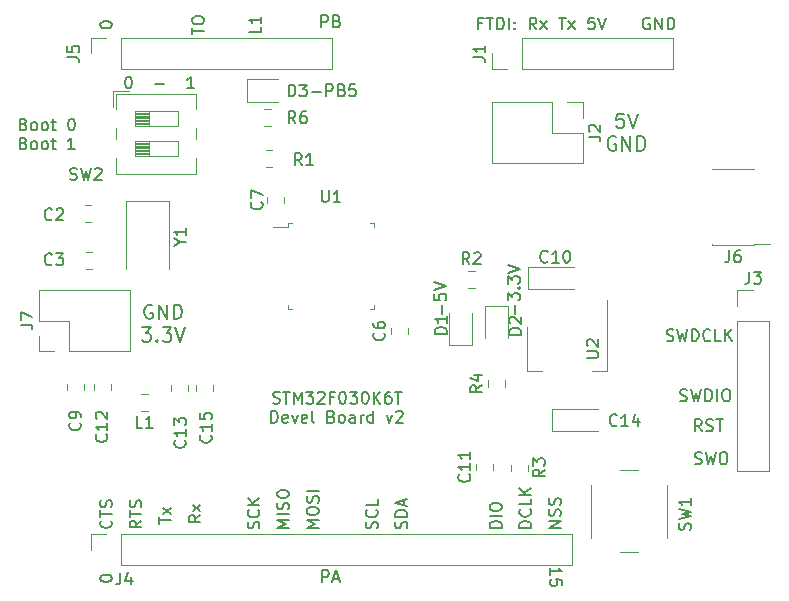
<source format=gbr>
G04 #@! TF.GenerationSoftware,KiCad,Pcbnew,8.0.3+1*
G04 #@! TF.CreationDate,2024-10-12T15:40:48+00:00*
G04 #@! TF.ProjectId,STM32F030K6T6TR_Devel,53544d33-3246-4303-9330-4b3654365452,0.0.2*
G04 #@! TF.SameCoordinates,Original*
G04 #@! TF.FileFunction,Legend,Top*
G04 #@! TF.FilePolarity,Positive*
%FSLAX46Y46*%
G04 Gerber Fmt 4.6, Leading zero omitted, Abs format (unit mm)*
G04 Created by KiCad (PCBNEW 8.0.3+1) date 2024-10-12 15:40:48*
%MOMM*%
%LPD*%
G01*
G04 APERTURE LIST*
%ADD10C,0.150000*%
%ADD11C,0.200000*%
%ADD12C,0.120000*%
%ADD13C,2.800000*%
%ADD14C,2.100000*%
%ADD15O,1.800000X1.800000*%
G04 APERTURE END LIST*
D10*
X110833333Y-75954819D02*
X110928571Y-75954819D01*
X110928571Y-75954819D02*
X111023809Y-76002438D01*
X111023809Y-76002438D02*
X111071428Y-76050057D01*
X111071428Y-76050057D02*
X111119047Y-76145295D01*
X111119047Y-76145295D02*
X111166666Y-76335771D01*
X111166666Y-76335771D02*
X111166666Y-76573866D01*
X111166666Y-76573866D02*
X111119047Y-76764342D01*
X111119047Y-76764342D02*
X111071428Y-76859580D01*
X111071428Y-76859580D02*
X111023809Y-76907200D01*
X111023809Y-76907200D02*
X110928571Y-76954819D01*
X110928571Y-76954819D02*
X110833333Y-76954819D01*
X110833333Y-76954819D02*
X110738095Y-76907200D01*
X110738095Y-76907200D02*
X110690476Y-76859580D01*
X110690476Y-76859580D02*
X110642857Y-76764342D01*
X110642857Y-76764342D02*
X110595238Y-76573866D01*
X110595238Y-76573866D02*
X110595238Y-76335771D01*
X110595238Y-76335771D02*
X110642857Y-76145295D01*
X110642857Y-76145295D02*
X110690476Y-76050057D01*
X110690476Y-76050057D02*
X110738095Y-76002438D01*
X110738095Y-76002438D02*
X110833333Y-75954819D01*
X113119048Y-76573866D02*
X113880953Y-76573866D01*
X116404762Y-76954819D02*
X115833334Y-76954819D01*
X116119048Y-76954819D02*
X116119048Y-75954819D01*
X116119048Y-75954819D02*
X116023810Y-76097676D01*
X116023810Y-76097676D02*
X115928572Y-76192914D01*
X115928572Y-76192914D02*
X115833334Y-76240533D01*
X126362857Y-77233866D02*
X127124762Y-77233866D01*
X127600952Y-77614819D02*
X127600952Y-76614819D01*
X127600952Y-76614819D02*
X127981904Y-76614819D01*
X127981904Y-76614819D02*
X128077142Y-76662438D01*
X128077142Y-76662438D02*
X128124761Y-76710057D01*
X128124761Y-76710057D02*
X128172380Y-76805295D01*
X128172380Y-76805295D02*
X128172380Y-76948152D01*
X128172380Y-76948152D02*
X128124761Y-77043390D01*
X128124761Y-77043390D02*
X128077142Y-77091009D01*
X128077142Y-77091009D02*
X127981904Y-77138628D01*
X127981904Y-77138628D02*
X127600952Y-77138628D01*
X128934285Y-77091009D02*
X129077142Y-77138628D01*
X129077142Y-77138628D02*
X129124761Y-77186247D01*
X129124761Y-77186247D02*
X129172380Y-77281485D01*
X129172380Y-77281485D02*
X129172380Y-77424342D01*
X129172380Y-77424342D02*
X129124761Y-77519580D01*
X129124761Y-77519580D02*
X129077142Y-77567200D01*
X129077142Y-77567200D02*
X128981904Y-77614819D01*
X128981904Y-77614819D02*
X128600952Y-77614819D01*
X128600952Y-77614819D02*
X128600952Y-76614819D01*
X128600952Y-76614819D02*
X128934285Y-76614819D01*
X128934285Y-76614819D02*
X129029523Y-76662438D01*
X129029523Y-76662438D02*
X129077142Y-76710057D01*
X129077142Y-76710057D02*
X129124761Y-76805295D01*
X129124761Y-76805295D02*
X129124761Y-76900533D01*
X129124761Y-76900533D02*
X129077142Y-76995771D01*
X129077142Y-76995771D02*
X129029523Y-77043390D01*
X129029523Y-77043390D02*
X128934285Y-77091009D01*
X128934285Y-77091009D02*
X128600952Y-77091009D01*
X130077142Y-76614819D02*
X129600952Y-76614819D01*
X129600952Y-76614819D02*
X129553333Y-77091009D01*
X129553333Y-77091009D02*
X129600952Y-77043390D01*
X129600952Y-77043390D02*
X129696190Y-76995771D01*
X129696190Y-76995771D02*
X129934285Y-76995771D01*
X129934285Y-76995771D02*
X130029523Y-77043390D01*
X130029523Y-77043390D02*
X130077142Y-77091009D01*
X130077142Y-77091009D02*
X130124761Y-77186247D01*
X130124761Y-77186247D02*
X130124761Y-77424342D01*
X130124761Y-77424342D02*
X130077142Y-77519580D01*
X130077142Y-77519580D02*
X130029523Y-77567200D01*
X130029523Y-77567200D02*
X129934285Y-77614819D01*
X129934285Y-77614819D02*
X129696190Y-77614819D01*
X129696190Y-77614819D02*
X129600952Y-77567200D01*
X129600952Y-77567200D02*
X129553333Y-77519580D01*
X144954819Y-114163220D02*
X143954819Y-114163220D01*
X143954819Y-114163220D02*
X143954819Y-113925125D01*
X143954819Y-113925125D02*
X144002438Y-113782268D01*
X144002438Y-113782268D02*
X144097676Y-113687030D01*
X144097676Y-113687030D02*
X144192914Y-113639411D01*
X144192914Y-113639411D02*
X144383390Y-113591792D01*
X144383390Y-113591792D02*
X144526247Y-113591792D01*
X144526247Y-113591792D02*
X144716723Y-113639411D01*
X144716723Y-113639411D02*
X144811961Y-113687030D01*
X144811961Y-113687030D02*
X144907200Y-113782268D01*
X144907200Y-113782268D02*
X144954819Y-113925125D01*
X144954819Y-113925125D02*
X144954819Y-114163220D01*
X144859580Y-112591792D02*
X144907200Y-112639411D01*
X144907200Y-112639411D02*
X144954819Y-112782268D01*
X144954819Y-112782268D02*
X144954819Y-112877506D01*
X144954819Y-112877506D02*
X144907200Y-113020363D01*
X144907200Y-113020363D02*
X144811961Y-113115601D01*
X144811961Y-113115601D02*
X144716723Y-113163220D01*
X144716723Y-113163220D02*
X144526247Y-113210839D01*
X144526247Y-113210839D02*
X144383390Y-113210839D01*
X144383390Y-113210839D02*
X144192914Y-113163220D01*
X144192914Y-113163220D02*
X144097676Y-113115601D01*
X144097676Y-113115601D02*
X144002438Y-113020363D01*
X144002438Y-113020363D02*
X143954819Y-112877506D01*
X143954819Y-112877506D02*
X143954819Y-112782268D01*
X143954819Y-112782268D02*
X144002438Y-112639411D01*
X144002438Y-112639411D02*
X144050057Y-112591792D01*
X144954819Y-111687030D02*
X144954819Y-112163220D01*
X144954819Y-112163220D02*
X143954819Y-112163220D01*
X144954819Y-111353696D02*
X143954819Y-111353696D01*
X144954819Y-110782268D02*
X144383390Y-111210839D01*
X143954819Y-110782268D02*
X144526247Y-111353696D01*
X101986209Y-79984637D02*
X102129066Y-80032256D01*
X102129066Y-80032256D02*
X102176685Y-80079875D01*
X102176685Y-80079875D02*
X102224304Y-80175113D01*
X102224304Y-80175113D02*
X102224304Y-80317970D01*
X102224304Y-80317970D02*
X102176685Y-80413208D01*
X102176685Y-80413208D02*
X102129066Y-80460828D01*
X102129066Y-80460828D02*
X102033828Y-80508447D01*
X102033828Y-80508447D02*
X101652876Y-80508447D01*
X101652876Y-80508447D02*
X101652876Y-79508447D01*
X101652876Y-79508447D02*
X101986209Y-79508447D01*
X101986209Y-79508447D02*
X102081447Y-79556066D01*
X102081447Y-79556066D02*
X102129066Y-79603685D01*
X102129066Y-79603685D02*
X102176685Y-79698923D01*
X102176685Y-79698923D02*
X102176685Y-79794161D01*
X102176685Y-79794161D02*
X102129066Y-79889399D01*
X102129066Y-79889399D02*
X102081447Y-79937018D01*
X102081447Y-79937018D02*
X101986209Y-79984637D01*
X101986209Y-79984637D02*
X101652876Y-79984637D01*
X102795733Y-80508447D02*
X102700495Y-80460828D01*
X102700495Y-80460828D02*
X102652876Y-80413208D01*
X102652876Y-80413208D02*
X102605257Y-80317970D01*
X102605257Y-80317970D02*
X102605257Y-80032256D01*
X102605257Y-80032256D02*
X102652876Y-79937018D01*
X102652876Y-79937018D02*
X102700495Y-79889399D01*
X102700495Y-79889399D02*
X102795733Y-79841780D01*
X102795733Y-79841780D02*
X102938590Y-79841780D01*
X102938590Y-79841780D02*
X103033828Y-79889399D01*
X103033828Y-79889399D02*
X103081447Y-79937018D01*
X103081447Y-79937018D02*
X103129066Y-80032256D01*
X103129066Y-80032256D02*
X103129066Y-80317970D01*
X103129066Y-80317970D02*
X103081447Y-80413208D01*
X103081447Y-80413208D02*
X103033828Y-80460828D01*
X103033828Y-80460828D02*
X102938590Y-80508447D01*
X102938590Y-80508447D02*
X102795733Y-80508447D01*
X103700495Y-80508447D02*
X103605257Y-80460828D01*
X103605257Y-80460828D02*
X103557638Y-80413208D01*
X103557638Y-80413208D02*
X103510019Y-80317970D01*
X103510019Y-80317970D02*
X103510019Y-80032256D01*
X103510019Y-80032256D02*
X103557638Y-79937018D01*
X103557638Y-79937018D02*
X103605257Y-79889399D01*
X103605257Y-79889399D02*
X103700495Y-79841780D01*
X103700495Y-79841780D02*
X103843352Y-79841780D01*
X103843352Y-79841780D02*
X103938590Y-79889399D01*
X103938590Y-79889399D02*
X103986209Y-79937018D01*
X103986209Y-79937018D02*
X104033828Y-80032256D01*
X104033828Y-80032256D02*
X104033828Y-80317970D01*
X104033828Y-80317970D02*
X103986209Y-80413208D01*
X103986209Y-80413208D02*
X103938590Y-80460828D01*
X103938590Y-80460828D02*
X103843352Y-80508447D01*
X103843352Y-80508447D02*
X103700495Y-80508447D01*
X104319543Y-79841780D02*
X104700495Y-79841780D01*
X104462400Y-79508447D02*
X104462400Y-80365589D01*
X104462400Y-80365589D02*
X104510019Y-80460828D01*
X104510019Y-80460828D02*
X104605257Y-80508447D01*
X104605257Y-80508447D02*
X104700495Y-80508447D01*
X105986210Y-79508447D02*
X106081448Y-79508447D01*
X106081448Y-79508447D02*
X106176686Y-79556066D01*
X106176686Y-79556066D02*
X106224305Y-79603685D01*
X106224305Y-79603685D02*
X106271924Y-79698923D01*
X106271924Y-79698923D02*
X106319543Y-79889399D01*
X106319543Y-79889399D02*
X106319543Y-80127494D01*
X106319543Y-80127494D02*
X106271924Y-80317970D01*
X106271924Y-80317970D02*
X106224305Y-80413208D01*
X106224305Y-80413208D02*
X106176686Y-80460828D01*
X106176686Y-80460828D02*
X106081448Y-80508447D01*
X106081448Y-80508447D02*
X105986210Y-80508447D01*
X105986210Y-80508447D02*
X105890972Y-80460828D01*
X105890972Y-80460828D02*
X105843353Y-80413208D01*
X105843353Y-80413208D02*
X105795734Y-80317970D01*
X105795734Y-80317970D02*
X105748115Y-80127494D01*
X105748115Y-80127494D02*
X105748115Y-79889399D01*
X105748115Y-79889399D02*
X105795734Y-79698923D01*
X105795734Y-79698923D02*
X105843353Y-79603685D01*
X105843353Y-79603685D02*
X105890972Y-79556066D01*
X105890972Y-79556066D02*
X105986210Y-79508447D01*
X101986209Y-81594581D02*
X102129066Y-81642200D01*
X102129066Y-81642200D02*
X102176685Y-81689819D01*
X102176685Y-81689819D02*
X102224304Y-81785057D01*
X102224304Y-81785057D02*
X102224304Y-81927914D01*
X102224304Y-81927914D02*
X102176685Y-82023152D01*
X102176685Y-82023152D02*
X102129066Y-82070772D01*
X102129066Y-82070772D02*
X102033828Y-82118391D01*
X102033828Y-82118391D02*
X101652876Y-82118391D01*
X101652876Y-82118391D02*
X101652876Y-81118391D01*
X101652876Y-81118391D02*
X101986209Y-81118391D01*
X101986209Y-81118391D02*
X102081447Y-81166010D01*
X102081447Y-81166010D02*
X102129066Y-81213629D01*
X102129066Y-81213629D02*
X102176685Y-81308867D01*
X102176685Y-81308867D02*
X102176685Y-81404105D01*
X102176685Y-81404105D02*
X102129066Y-81499343D01*
X102129066Y-81499343D02*
X102081447Y-81546962D01*
X102081447Y-81546962D02*
X101986209Y-81594581D01*
X101986209Y-81594581D02*
X101652876Y-81594581D01*
X102795733Y-82118391D02*
X102700495Y-82070772D01*
X102700495Y-82070772D02*
X102652876Y-82023152D01*
X102652876Y-82023152D02*
X102605257Y-81927914D01*
X102605257Y-81927914D02*
X102605257Y-81642200D01*
X102605257Y-81642200D02*
X102652876Y-81546962D01*
X102652876Y-81546962D02*
X102700495Y-81499343D01*
X102700495Y-81499343D02*
X102795733Y-81451724D01*
X102795733Y-81451724D02*
X102938590Y-81451724D01*
X102938590Y-81451724D02*
X103033828Y-81499343D01*
X103033828Y-81499343D02*
X103081447Y-81546962D01*
X103081447Y-81546962D02*
X103129066Y-81642200D01*
X103129066Y-81642200D02*
X103129066Y-81927914D01*
X103129066Y-81927914D02*
X103081447Y-82023152D01*
X103081447Y-82023152D02*
X103033828Y-82070772D01*
X103033828Y-82070772D02*
X102938590Y-82118391D01*
X102938590Y-82118391D02*
X102795733Y-82118391D01*
X103700495Y-82118391D02*
X103605257Y-82070772D01*
X103605257Y-82070772D02*
X103557638Y-82023152D01*
X103557638Y-82023152D02*
X103510019Y-81927914D01*
X103510019Y-81927914D02*
X103510019Y-81642200D01*
X103510019Y-81642200D02*
X103557638Y-81546962D01*
X103557638Y-81546962D02*
X103605257Y-81499343D01*
X103605257Y-81499343D02*
X103700495Y-81451724D01*
X103700495Y-81451724D02*
X103843352Y-81451724D01*
X103843352Y-81451724D02*
X103938590Y-81499343D01*
X103938590Y-81499343D02*
X103986209Y-81546962D01*
X103986209Y-81546962D02*
X104033828Y-81642200D01*
X104033828Y-81642200D02*
X104033828Y-81927914D01*
X104033828Y-81927914D02*
X103986209Y-82023152D01*
X103986209Y-82023152D02*
X103938590Y-82070772D01*
X103938590Y-82070772D02*
X103843352Y-82118391D01*
X103843352Y-82118391D02*
X103700495Y-82118391D01*
X104319543Y-81451724D02*
X104700495Y-81451724D01*
X104462400Y-81118391D02*
X104462400Y-81975533D01*
X104462400Y-81975533D02*
X104510019Y-82070772D01*
X104510019Y-82070772D02*
X104605257Y-82118391D01*
X104605257Y-82118391D02*
X104700495Y-82118391D01*
X106319543Y-82118391D02*
X105748115Y-82118391D01*
X106033829Y-82118391D02*
X106033829Y-81118391D01*
X106033829Y-81118391D02*
X105938591Y-81261248D01*
X105938591Y-81261248D02*
X105843353Y-81356486D01*
X105843353Y-81356486D02*
X105748115Y-81404105D01*
X109461180Y-71524381D02*
X109461180Y-71619619D01*
X109461180Y-71619619D02*
X109413561Y-71714857D01*
X109413561Y-71714857D02*
X109365942Y-71762476D01*
X109365942Y-71762476D02*
X109270704Y-71810095D01*
X109270704Y-71810095D02*
X109080228Y-71857714D01*
X109080228Y-71857714D02*
X108842133Y-71857714D01*
X108842133Y-71857714D02*
X108651657Y-71810095D01*
X108651657Y-71810095D02*
X108556419Y-71762476D01*
X108556419Y-71762476D02*
X108508800Y-71714857D01*
X108508800Y-71714857D02*
X108461180Y-71619619D01*
X108461180Y-71619619D02*
X108461180Y-71524381D01*
X108461180Y-71524381D02*
X108508800Y-71429143D01*
X108508800Y-71429143D02*
X108556419Y-71381524D01*
X108556419Y-71381524D02*
X108651657Y-71333905D01*
X108651657Y-71333905D02*
X108842133Y-71286286D01*
X108842133Y-71286286D02*
X109080228Y-71286286D01*
X109080228Y-71286286D02*
X109270704Y-71333905D01*
X109270704Y-71333905D02*
X109365942Y-71381524D01*
X109365942Y-71381524D02*
X109413561Y-71429143D01*
X109413561Y-71429143D02*
X109461180Y-71524381D01*
X146561180Y-118117523D02*
X146561180Y-117546095D01*
X146561180Y-117831809D02*
X147561180Y-117831809D01*
X147561180Y-117831809D02*
X147418323Y-117736571D01*
X147418323Y-117736571D02*
X147323085Y-117641333D01*
X147323085Y-117641333D02*
X147275466Y-117546095D01*
X147561180Y-119022285D02*
X147561180Y-118546095D01*
X147561180Y-118546095D02*
X147084990Y-118498476D01*
X147084990Y-118498476D02*
X147132609Y-118546095D01*
X147132609Y-118546095D02*
X147180228Y-118641333D01*
X147180228Y-118641333D02*
X147180228Y-118879428D01*
X147180228Y-118879428D02*
X147132609Y-118974666D01*
X147132609Y-118974666D02*
X147084990Y-119022285D01*
X147084990Y-119022285D02*
X146989752Y-119069904D01*
X146989752Y-119069904D02*
X146751657Y-119069904D01*
X146751657Y-119069904D02*
X146656419Y-119022285D01*
X146656419Y-119022285D02*
X146608800Y-118974666D01*
X146608800Y-118974666D02*
X146561180Y-118879428D01*
X146561180Y-118879428D02*
X146561180Y-118641333D01*
X146561180Y-118641333D02*
X146608800Y-118546095D01*
X146608800Y-118546095D02*
X146656419Y-118498476D01*
X109461180Y-118387381D02*
X109461180Y-118482619D01*
X109461180Y-118482619D02*
X109413561Y-118577857D01*
X109413561Y-118577857D02*
X109365942Y-118625476D01*
X109365942Y-118625476D02*
X109270704Y-118673095D01*
X109270704Y-118673095D02*
X109080228Y-118720714D01*
X109080228Y-118720714D02*
X108842133Y-118720714D01*
X108842133Y-118720714D02*
X108651657Y-118673095D01*
X108651657Y-118673095D02*
X108556419Y-118625476D01*
X108556419Y-118625476D02*
X108508800Y-118577857D01*
X108508800Y-118577857D02*
X108461180Y-118482619D01*
X108461180Y-118482619D02*
X108461180Y-118387381D01*
X108461180Y-118387381D02*
X108508800Y-118292143D01*
X108508800Y-118292143D02*
X108556419Y-118244524D01*
X108556419Y-118244524D02*
X108651657Y-118196905D01*
X108651657Y-118196905D02*
X108842133Y-118149286D01*
X108842133Y-118149286D02*
X109080228Y-118149286D01*
X109080228Y-118149286D02*
X109270704Y-118196905D01*
X109270704Y-118196905D02*
X109365942Y-118244524D01*
X109365942Y-118244524D02*
X109413561Y-118292143D01*
X109413561Y-118292143D02*
X109461180Y-118387381D01*
X142454819Y-114163220D02*
X141454819Y-114163220D01*
X141454819Y-114163220D02*
X141454819Y-113925125D01*
X141454819Y-113925125D02*
X141502438Y-113782268D01*
X141502438Y-113782268D02*
X141597676Y-113687030D01*
X141597676Y-113687030D02*
X141692914Y-113639411D01*
X141692914Y-113639411D02*
X141883390Y-113591792D01*
X141883390Y-113591792D02*
X142026247Y-113591792D01*
X142026247Y-113591792D02*
X142216723Y-113639411D01*
X142216723Y-113639411D02*
X142311961Y-113687030D01*
X142311961Y-113687030D02*
X142407200Y-113782268D01*
X142407200Y-113782268D02*
X142454819Y-113925125D01*
X142454819Y-113925125D02*
X142454819Y-114163220D01*
X142454819Y-113163220D02*
X141454819Y-113163220D01*
X141454819Y-112496554D02*
X141454819Y-112306078D01*
X141454819Y-112306078D02*
X141502438Y-112210840D01*
X141502438Y-112210840D02*
X141597676Y-112115602D01*
X141597676Y-112115602D02*
X141788152Y-112067983D01*
X141788152Y-112067983D02*
X142121485Y-112067983D01*
X142121485Y-112067983D02*
X142311961Y-112115602D01*
X142311961Y-112115602D02*
X142407200Y-112210840D01*
X142407200Y-112210840D02*
X142454819Y-112306078D01*
X142454819Y-112306078D02*
X142454819Y-112496554D01*
X142454819Y-112496554D02*
X142407200Y-112591792D01*
X142407200Y-112591792D02*
X142311961Y-112687030D01*
X142311961Y-112687030D02*
X142121485Y-112734649D01*
X142121485Y-112734649D02*
X141788152Y-112734649D01*
X141788152Y-112734649D02*
X141597676Y-112687030D01*
X141597676Y-112687030D02*
X141502438Y-112591792D01*
X141502438Y-112591792D02*
X141454819Y-112496554D01*
X122070819Y-71738666D02*
X122070819Y-72214856D01*
X122070819Y-72214856D02*
X121070819Y-72214856D01*
X122070819Y-70881523D02*
X122070819Y-71452951D01*
X122070819Y-71167237D02*
X121070819Y-71167237D01*
X121070819Y-71167237D02*
X121213676Y-71262475D01*
X121213676Y-71262475D02*
X121308914Y-71357713D01*
X121308914Y-71357713D02*
X121356533Y-71452951D01*
X116244819Y-72381523D02*
X116244819Y-71810095D01*
X117244819Y-72095809D02*
X116244819Y-72095809D01*
X116244819Y-71286285D02*
X116244819Y-71095809D01*
X116244819Y-71095809D02*
X116292438Y-71000571D01*
X116292438Y-71000571D02*
X116387676Y-70905333D01*
X116387676Y-70905333D02*
X116578152Y-70857714D01*
X116578152Y-70857714D02*
X116911485Y-70857714D01*
X116911485Y-70857714D02*
X117101961Y-70905333D01*
X117101961Y-70905333D02*
X117197200Y-71000571D01*
X117197200Y-71000571D02*
X117244819Y-71095809D01*
X117244819Y-71095809D02*
X117244819Y-71286285D01*
X117244819Y-71286285D02*
X117197200Y-71381523D01*
X117197200Y-71381523D02*
X117101961Y-71476761D01*
X117101961Y-71476761D02*
X116911485Y-71524380D01*
X116911485Y-71524380D02*
X116578152Y-71524380D01*
X116578152Y-71524380D02*
X116387676Y-71476761D01*
X116387676Y-71476761D02*
X116292438Y-71381523D01*
X116292438Y-71381523D02*
X116244819Y-71286285D01*
X127204095Y-71772819D02*
X127204095Y-70772819D01*
X127204095Y-70772819D02*
X127585047Y-70772819D01*
X127585047Y-70772819D02*
X127680285Y-70820438D01*
X127680285Y-70820438D02*
X127727904Y-70868057D01*
X127727904Y-70868057D02*
X127775523Y-70963295D01*
X127775523Y-70963295D02*
X127775523Y-71106152D01*
X127775523Y-71106152D02*
X127727904Y-71201390D01*
X127727904Y-71201390D02*
X127680285Y-71249009D01*
X127680285Y-71249009D02*
X127585047Y-71296628D01*
X127585047Y-71296628D02*
X127204095Y-71296628D01*
X128537428Y-71249009D02*
X128680285Y-71296628D01*
X128680285Y-71296628D02*
X128727904Y-71344247D01*
X128727904Y-71344247D02*
X128775523Y-71439485D01*
X128775523Y-71439485D02*
X128775523Y-71582342D01*
X128775523Y-71582342D02*
X128727904Y-71677580D01*
X128727904Y-71677580D02*
X128680285Y-71725200D01*
X128680285Y-71725200D02*
X128585047Y-71772819D01*
X128585047Y-71772819D02*
X128204095Y-71772819D01*
X128204095Y-71772819D02*
X128204095Y-70772819D01*
X128204095Y-70772819D02*
X128537428Y-70772819D01*
X128537428Y-70772819D02*
X128632666Y-70820438D01*
X128632666Y-70820438D02*
X128680285Y-70868057D01*
X128680285Y-70868057D02*
X128727904Y-70963295D01*
X128727904Y-70963295D02*
X128727904Y-71058533D01*
X128727904Y-71058533D02*
X128680285Y-71153771D01*
X128680285Y-71153771D02*
X128632666Y-71201390D01*
X128632666Y-71201390D02*
X128537428Y-71249009D01*
X128537428Y-71249009D02*
X128204095Y-71249009D01*
X127275524Y-118762819D02*
X127275524Y-117762819D01*
X127275524Y-117762819D02*
X127656476Y-117762819D01*
X127656476Y-117762819D02*
X127751714Y-117810438D01*
X127751714Y-117810438D02*
X127799333Y-117858057D01*
X127799333Y-117858057D02*
X127846952Y-117953295D01*
X127846952Y-117953295D02*
X127846952Y-118096152D01*
X127846952Y-118096152D02*
X127799333Y-118191390D01*
X127799333Y-118191390D02*
X127751714Y-118239009D01*
X127751714Y-118239009D02*
X127656476Y-118286628D01*
X127656476Y-118286628D02*
X127275524Y-118286628D01*
X128227905Y-118477104D02*
X128704095Y-118477104D01*
X128132667Y-118762819D02*
X128466000Y-117762819D01*
X128466000Y-117762819D02*
X128799333Y-118762819D01*
X157570953Y-103389200D02*
X157713810Y-103436819D01*
X157713810Y-103436819D02*
X157951905Y-103436819D01*
X157951905Y-103436819D02*
X158047143Y-103389200D01*
X158047143Y-103389200D02*
X158094762Y-103341580D01*
X158094762Y-103341580D02*
X158142381Y-103246342D01*
X158142381Y-103246342D02*
X158142381Y-103151104D01*
X158142381Y-103151104D02*
X158094762Y-103055866D01*
X158094762Y-103055866D02*
X158047143Y-103008247D01*
X158047143Y-103008247D02*
X157951905Y-102960628D01*
X157951905Y-102960628D02*
X157761429Y-102913009D01*
X157761429Y-102913009D02*
X157666191Y-102865390D01*
X157666191Y-102865390D02*
X157618572Y-102817771D01*
X157618572Y-102817771D02*
X157570953Y-102722533D01*
X157570953Y-102722533D02*
X157570953Y-102627295D01*
X157570953Y-102627295D02*
X157618572Y-102532057D01*
X157618572Y-102532057D02*
X157666191Y-102484438D01*
X157666191Y-102484438D02*
X157761429Y-102436819D01*
X157761429Y-102436819D02*
X157999524Y-102436819D01*
X157999524Y-102436819D02*
X158142381Y-102484438D01*
X158475715Y-102436819D02*
X158713810Y-103436819D01*
X158713810Y-103436819D02*
X158904286Y-102722533D01*
X158904286Y-102722533D02*
X159094762Y-103436819D01*
X159094762Y-103436819D02*
X159332858Y-102436819D01*
X159713810Y-103436819D02*
X159713810Y-102436819D01*
X159713810Y-102436819D02*
X159951905Y-102436819D01*
X159951905Y-102436819D02*
X160094762Y-102484438D01*
X160094762Y-102484438D02*
X160190000Y-102579676D01*
X160190000Y-102579676D02*
X160237619Y-102674914D01*
X160237619Y-102674914D02*
X160285238Y-102865390D01*
X160285238Y-102865390D02*
X160285238Y-103008247D01*
X160285238Y-103008247D02*
X160237619Y-103198723D01*
X160237619Y-103198723D02*
X160190000Y-103293961D01*
X160190000Y-103293961D02*
X160094762Y-103389200D01*
X160094762Y-103389200D02*
X159951905Y-103436819D01*
X159951905Y-103436819D02*
X159713810Y-103436819D01*
X160713810Y-103436819D02*
X160713810Y-102436819D01*
X161380476Y-102436819D02*
X161570952Y-102436819D01*
X161570952Y-102436819D02*
X161666190Y-102484438D01*
X161666190Y-102484438D02*
X161761428Y-102579676D01*
X161761428Y-102579676D02*
X161809047Y-102770152D01*
X161809047Y-102770152D02*
X161809047Y-103103485D01*
X161809047Y-103103485D02*
X161761428Y-103293961D01*
X161761428Y-103293961D02*
X161666190Y-103389200D01*
X161666190Y-103389200D02*
X161570952Y-103436819D01*
X161570952Y-103436819D02*
X161380476Y-103436819D01*
X161380476Y-103436819D02*
X161285238Y-103389200D01*
X161285238Y-103389200D02*
X161190000Y-103293961D01*
X161190000Y-103293961D02*
X161142381Y-103103485D01*
X161142381Y-103103485D02*
X161142381Y-102770152D01*
X161142381Y-102770152D02*
X161190000Y-102579676D01*
X161190000Y-102579676D02*
X161285238Y-102484438D01*
X161285238Y-102484438D02*
X161380476Y-102436819D01*
X156420095Y-98309200D02*
X156562952Y-98356819D01*
X156562952Y-98356819D02*
X156801047Y-98356819D01*
X156801047Y-98356819D02*
X156896285Y-98309200D01*
X156896285Y-98309200D02*
X156943904Y-98261580D01*
X156943904Y-98261580D02*
X156991523Y-98166342D01*
X156991523Y-98166342D02*
X156991523Y-98071104D01*
X156991523Y-98071104D02*
X156943904Y-97975866D01*
X156943904Y-97975866D02*
X156896285Y-97928247D01*
X156896285Y-97928247D02*
X156801047Y-97880628D01*
X156801047Y-97880628D02*
X156610571Y-97833009D01*
X156610571Y-97833009D02*
X156515333Y-97785390D01*
X156515333Y-97785390D02*
X156467714Y-97737771D01*
X156467714Y-97737771D02*
X156420095Y-97642533D01*
X156420095Y-97642533D02*
X156420095Y-97547295D01*
X156420095Y-97547295D02*
X156467714Y-97452057D01*
X156467714Y-97452057D02*
X156515333Y-97404438D01*
X156515333Y-97404438D02*
X156610571Y-97356819D01*
X156610571Y-97356819D02*
X156848666Y-97356819D01*
X156848666Y-97356819D02*
X156991523Y-97404438D01*
X157324857Y-97356819D02*
X157562952Y-98356819D01*
X157562952Y-98356819D02*
X157753428Y-97642533D01*
X157753428Y-97642533D02*
X157943904Y-98356819D01*
X157943904Y-98356819D02*
X158182000Y-97356819D01*
X158562952Y-98356819D02*
X158562952Y-97356819D01*
X158562952Y-97356819D02*
X158801047Y-97356819D01*
X158801047Y-97356819D02*
X158943904Y-97404438D01*
X158943904Y-97404438D02*
X159039142Y-97499676D01*
X159039142Y-97499676D02*
X159086761Y-97594914D01*
X159086761Y-97594914D02*
X159134380Y-97785390D01*
X159134380Y-97785390D02*
X159134380Y-97928247D01*
X159134380Y-97928247D02*
X159086761Y-98118723D01*
X159086761Y-98118723D02*
X159039142Y-98213961D01*
X159039142Y-98213961D02*
X158943904Y-98309200D01*
X158943904Y-98309200D02*
X158801047Y-98356819D01*
X158801047Y-98356819D02*
X158562952Y-98356819D01*
X160134380Y-98261580D02*
X160086761Y-98309200D01*
X160086761Y-98309200D02*
X159943904Y-98356819D01*
X159943904Y-98356819D02*
X159848666Y-98356819D01*
X159848666Y-98356819D02*
X159705809Y-98309200D01*
X159705809Y-98309200D02*
X159610571Y-98213961D01*
X159610571Y-98213961D02*
X159562952Y-98118723D01*
X159562952Y-98118723D02*
X159515333Y-97928247D01*
X159515333Y-97928247D02*
X159515333Y-97785390D01*
X159515333Y-97785390D02*
X159562952Y-97594914D01*
X159562952Y-97594914D02*
X159610571Y-97499676D01*
X159610571Y-97499676D02*
X159705809Y-97404438D01*
X159705809Y-97404438D02*
X159848666Y-97356819D01*
X159848666Y-97356819D02*
X159943904Y-97356819D01*
X159943904Y-97356819D02*
X160086761Y-97404438D01*
X160086761Y-97404438D02*
X160134380Y-97452057D01*
X161039142Y-98356819D02*
X160562952Y-98356819D01*
X160562952Y-98356819D02*
X160562952Y-97356819D01*
X161372476Y-98356819D02*
X161372476Y-97356819D01*
X161943904Y-98356819D02*
X161515333Y-97785390D01*
X161943904Y-97356819D02*
X161372476Y-97928247D01*
X158817048Y-108723200D02*
X158959905Y-108770819D01*
X158959905Y-108770819D02*
X159198000Y-108770819D01*
X159198000Y-108770819D02*
X159293238Y-108723200D01*
X159293238Y-108723200D02*
X159340857Y-108675580D01*
X159340857Y-108675580D02*
X159388476Y-108580342D01*
X159388476Y-108580342D02*
X159388476Y-108485104D01*
X159388476Y-108485104D02*
X159340857Y-108389866D01*
X159340857Y-108389866D02*
X159293238Y-108342247D01*
X159293238Y-108342247D02*
X159198000Y-108294628D01*
X159198000Y-108294628D02*
X159007524Y-108247009D01*
X159007524Y-108247009D02*
X158912286Y-108199390D01*
X158912286Y-108199390D02*
X158864667Y-108151771D01*
X158864667Y-108151771D02*
X158817048Y-108056533D01*
X158817048Y-108056533D02*
X158817048Y-107961295D01*
X158817048Y-107961295D02*
X158864667Y-107866057D01*
X158864667Y-107866057D02*
X158912286Y-107818438D01*
X158912286Y-107818438D02*
X159007524Y-107770819D01*
X159007524Y-107770819D02*
X159245619Y-107770819D01*
X159245619Y-107770819D02*
X159388476Y-107818438D01*
X159721810Y-107770819D02*
X159959905Y-108770819D01*
X159959905Y-108770819D02*
X160150381Y-108056533D01*
X160150381Y-108056533D02*
X160340857Y-108770819D01*
X160340857Y-108770819D02*
X160578953Y-107770819D01*
X161150381Y-107770819D02*
X161340857Y-107770819D01*
X161340857Y-107770819D02*
X161436095Y-107818438D01*
X161436095Y-107818438D02*
X161531333Y-107913676D01*
X161531333Y-107913676D02*
X161578952Y-108104152D01*
X161578952Y-108104152D02*
X161578952Y-108437485D01*
X161578952Y-108437485D02*
X161531333Y-108627961D01*
X161531333Y-108627961D02*
X161436095Y-108723200D01*
X161436095Y-108723200D02*
X161340857Y-108770819D01*
X161340857Y-108770819D02*
X161150381Y-108770819D01*
X161150381Y-108770819D02*
X161055143Y-108723200D01*
X161055143Y-108723200D02*
X160959905Y-108627961D01*
X160959905Y-108627961D02*
X160912286Y-108437485D01*
X160912286Y-108437485D02*
X160912286Y-108104152D01*
X160912286Y-108104152D02*
X160959905Y-107913676D01*
X160959905Y-107913676D02*
X161055143Y-107818438D01*
X161055143Y-107818438D02*
X161150381Y-107770819D01*
X159396380Y-105976819D02*
X159063047Y-105500628D01*
X158824952Y-105976819D02*
X158824952Y-104976819D01*
X158824952Y-104976819D02*
X159205904Y-104976819D01*
X159205904Y-104976819D02*
X159301142Y-105024438D01*
X159301142Y-105024438D02*
X159348761Y-105072057D01*
X159348761Y-105072057D02*
X159396380Y-105167295D01*
X159396380Y-105167295D02*
X159396380Y-105310152D01*
X159396380Y-105310152D02*
X159348761Y-105405390D01*
X159348761Y-105405390D02*
X159301142Y-105453009D01*
X159301142Y-105453009D02*
X159205904Y-105500628D01*
X159205904Y-105500628D02*
X158824952Y-105500628D01*
X159777333Y-105929200D02*
X159920190Y-105976819D01*
X159920190Y-105976819D02*
X160158285Y-105976819D01*
X160158285Y-105976819D02*
X160253523Y-105929200D01*
X160253523Y-105929200D02*
X160301142Y-105881580D01*
X160301142Y-105881580D02*
X160348761Y-105786342D01*
X160348761Y-105786342D02*
X160348761Y-105691104D01*
X160348761Y-105691104D02*
X160301142Y-105595866D01*
X160301142Y-105595866D02*
X160253523Y-105548247D01*
X160253523Y-105548247D02*
X160158285Y-105500628D01*
X160158285Y-105500628D02*
X159967809Y-105453009D01*
X159967809Y-105453009D02*
X159872571Y-105405390D01*
X159872571Y-105405390D02*
X159824952Y-105357771D01*
X159824952Y-105357771D02*
X159777333Y-105262533D01*
X159777333Y-105262533D02*
X159777333Y-105167295D01*
X159777333Y-105167295D02*
X159824952Y-105072057D01*
X159824952Y-105072057D02*
X159872571Y-105024438D01*
X159872571Y-105024438D02*
X159967809Y-104976819D01*
X159967809Y-104976819D02*
X160205904Y-104976819D01*
X160205904Y-104976819D02*
X160348761Y-105024438D01*
X160634476Y-104976819D02*
X161205904Y-104976819D01*
X160920190Y-105976819D02*
X160920190Y-104976819D01*
D11*
X152793928Y-79084976D02*
X152222500Y-79084976D01*
X152222500Y-79084976D02*
X152165357Y-79656405D01*
X152165357Y-79656405D02*
X152222500Y-79599262D01*
X152222500Y-79599262D02*
X152336786Y-79542119D01*
X152336786Y-79542119D02*
X152622500Y-79542119D01*
X152622500Y-79542119D02*
X152736786Y-79599262D01*
X152736786Y-79599262D02*
X152793928Y-79656405D01*
X152793928Y-79656405D02*
X152851071Y-79770691D01*
X152851071Y-79770691D02*
X152851071Y-80056405D01*
X152851071Y-80056405D02*
X152793928Y-80170691D01*
X152793928Y-80170691D02*
X152736786Y-80227834D01*
X152736786Y-80227834D02*
X152622500Y-80284976D01*
X152622500Y-80284976D02*
X152336786Y-80284976D01*
X152336786Y-80284976D02*
X152222500Y-80227834D01*
X152222500Y-80227834D02*
X152165357Y-80170691D01*
X153193928Y-79084976D02*
X153593928Y-80284976D01*
X153593928Y-80284976D02*
X153993928Y-79084976D01*
X152108214Y-81074052D02*
X151993929Y-81016909D01*
X151993929Y-81016909D02*
X151822500Y-81016909D01*
X151822500Y-81016909D02*
X151651071Y-81074052D01*
X151651071Y-81074052D02*
X151536786Y-81188338D01*
X151536786Y-81188338D02*
X151479643Y-81302624D01*
X151479643Y-81302624D02*
X151422500Y-81531195D01*
X151422500Y-81531195D02*
X151422500Y-81702624D01*
X151422500Y-81702624D02*
X151479643Y-81931195D01*
X151479643Y-81931195D02*
X151536786Y-82045481D01*
X151536786Y-82045481D02*
X151651071Y-82159767D01*
X151651071Y-82159767D02*
X151822500Y-82216909D01*
X151822500Y-82216909D02*
X151936786Y-82216909D01*
X151936786Y-82216909D02*
X152108214Y-82159767D01*
X152108214Y-82159767D02*
X152165357Y-82102624D01*
X152165357Y-82102624D02*
X152165357Y-81702624D01*
X152165357Y-81702624D02*
X151936786Y-81702624D01*
X152679643Y-82216909D02*
X152679643Y-81016909D01*
X152679643Y-81016909D02*
X153365357Y-82216909D01*
X153365357Y-82216909D02*
X153365357Y-81016909D01*
X153936786Y-82216909D02*
X153936786Y-81016909D01*
X153936786Y-81016909D02*
X154222500Y-81016909D01*
X154222500Y-81016909D02*
X154393929Y-81074052D01*
X154393929Y-81074052D02*
X154508214Y-81188338D01*
X154508214Y-81188338D02*
X154565357Y-81302624D01*
X154565357Y-81302624D02*
X154622500Y-81531195D01*
X154622500Y-81531195D02*
X154622500Y-81702624D01*
X154622500Y-81702624D02*
X154565357Y-81931195D01*
X154565357Y-81931195D02*
X154508214Y-82045481D01*
X154508214Y-82045481D02*
X154393929Y-82159767D01*
X154393929Y-82159767D02*
X154222500Y-82216909D01*
X154222500Y-82216909D02*
X153936786Y-82216909D01*
D10*
X113454819Y-113806077D02*
X113454819Y-113234649D01*
X114454819Y-113520363D02*
X113454819Y-113520363D01*
X114454819Y-112996553D02*
X113788152Y-112472744D01*
X113788152Y-112996553D02*
X114454819Y-112472744D01*
X116954819Y-113091792D02*
X116478628Y-113425125D01*
X116954819Y-113663220D02*
X115954819Y-113663220D01*
X115954819Y-113663220D02*
X115954819Y-113282268D01*
X115954819Y-113282268D02*
X116002438Y-113187030D01*
X116002438Y-113187030D02*
X116050057Y-113139411D01*
X116050057Y-113139411D02*
X116145295Y-113091792D01*
X116145295Y-113091792D02*
X116288152Y-113091792D01*
X116288152Y-113091792D02*
X116383390Y-113139411D01*
X116383390Y-113139411D02*
X116431009Y-113187030D01*
X116431009Y-113187030D02*
X116478628Y-113282268D01*
X116478628Y-113282268D02*
X116478628Y-113663220D01*
X116954819Y-112758458D02*
X116288152Y-112234649D01*
X116288152Y-112758458D02*
X116954819Y-112234649D01*
X131907200Y-114210839D02*
X131954819Y-114067982D01*
X131954819Y-114067982D02*
X131954819Y-113829887D01*
X131954819Y-113829887D02*
X131907200Y-113734649D01*
X131907200Y-113734649D02*
X131859580Y-113687030D01*
X131859580Y-113687030D02*
X131764342Y-113639411D01*
X131764342Y-113639411D02*
X131669104Y-113639411D01*
X131669104Y-113639411D02*
X131573866Y-113687030D01*
X131573866Y-113687030D02*
X131526247Y-113734649D01*
X131526247Y-113734649D02*
X131478628Y-113829887D01*
X131478628Y-113829887D02*
X131431009Y-114020363D01*
X131431009Y-114020363D02*
X131383390Y-114115601D01*
X131383390Y-114115601D02*
X131335771Y-114163220D01*
X131335771Y-114163220D02*
X131240533Y-114210839D01*
X131240533Y-114210839D02*
X131145295Y-114210839D01*
X131145295Y-114210839D02*
X131050057Y-114163220D01*
X131050057Y-114163220D02*
X131002438Y-114115601D01*
X131002438Y-114115601D02*
X130954819Y-114020363D01*
X130954819Y-114020363D02*
X130954819Y-113782268D01*
X130954819Y-113782268D02*
X131002438Y-113639411D01*
X131859580Y-112639411D02*
X131907200Y-112687030D01*
X131907200Y-112687030D02*
X131954819Y-112829887D01*
X131954819Y-112829887D02*
X131954819Y-112925125D01*
X131954819Y-112925125D02*
X131907200Y-113067982D01*
X131907200Y-113067982D02*
X131811961Y-113163220D01*
X131811961Y-113163220D02*
X131716723Y-113210839D01*
X131716723Y-113210839D02*
X131526247Y-113258458D01*
X131526247Y-113258458D02*
X131383390Y-113258458D01*
X131383390Y-113258458D02*
X131192914Y-113210839D01*
X131192914Y-113210839D02*
X131097676Y-113163220D01*
X131097676Y-113163220D02*
X131002438Y-113067982D01*
X131002438Y-113067982D02*
X130954819Y-112925125D01*
X130954819Y-112925125D02*
X130954819Y-112829887D01*
X130954819Y-112829887D02*
X131002438Y-112687030D01*
X131002438Y-112687030D02*
X131050057Y-112639411D01*
X131954819Y-111734649D02*
X131954819Y-112210839D01*
X131954819Y-112210839D02*
X130954819Y-112210839D01*
X134407200Y-114210839D02*
X134454819Y-114067982D01*
X134454819Y-114067982D02*
X134454819Y-113829887D01*
X134454819Y-113829887D02*
X134407200Y-113734649D01*
X134407200Y-113734649D02*
X134359580Y-113687030D01*
X134359580Y-113687030D02*
X134264342Y-113639411D01*
X134264342Y-113639411D02*
X134169104Y-113639411D01*
X134169104Y-113639411D02*
X134073866Y-113687030D01*
X134073866Y-113687030D02*
X134026247Y-113734649D01*
X134026247Y-113734649D02*
X133978628Y-113829887D01*
X133978628Y-113829887D02*
X133931009Y-114020363D01*
X133931009Y-114020363D02*
X133883390Y-114115601D01*
X133883390Y-114115601D02*
X133835771Y-114163220D01*
X133835771Y-114163220D02*
X133740533Y-114210839D01*
X133740533Y-114210839D02*
X133645295Y-114210839D01*
X133645295Y-114210839D02*
X133550057Y-114163220D01*
X133550057Y-114163220D02*
X133502438Y-114115601D01*
X133502438Y-114115601D02*
X133454819Y-114020363D01*
X133454819Y-114020363D02*
X133454819Y-113782268D01*
X133454819Y-113782268D02*
X133502438Y-113639411D01*
X134454819Y-113210839D02*
X133454819Y-113210839D01*
X133454819Y-113210839D02*
X133454819Y-112972744D01*
X133454819Y-112972744D02*
X133502438Y-112829887D01*
X133502438Y-112829887D02*
X133597676Y-112734649D01*
X133597676Y-112734649D02*
X133692914Y-112687030D01*
X133692914Y-112687030D02*
X133883390Y-112639411D01*
X133883390Y-112639411D02*
X134026247Y-112639411D01*
X134026247Y-112639411D02*
X134216723Y-112687030D01*
X134216723Y-112687030D02*
X134311961Y-112734649D01*
X134311961Y-112734649D02*
X134407200Y-112829887D01*
X134407200Y-112829887D02*
X134454819Y-112972744D01*
X134454819Y-112972744D02*
X134454819Y-113210839D01*
X134169104Y-112258458D02*
X134169104Y-111782268D01*
X134454819Y-112353696D02*
X133454819Y-112020363D01*
X133454819Y-112020363D02*
X134454819Y-111687030D01*
X124454819Y-114163220D02*
X123454819Y-114163220D01*
X123454819Y-114163220D02*
X124169104Y-113829887D01*
X124169104Y-113829887D02*
X123454819Y-113496554D01*
X123454819Y-113496554D02*
X124454819Y-113496554D01*
X124454819Y-113020363D02*
X123454819Y-113020363D01*
X124407200Y-112591792D02*
X124454819Y-112448935D01*
X124454819Y-112448935D02*
X124454819Y-112210840D01*
X124454819Y-112210840D02*
X124407200Y-112115602D01*
X124407200Y-112115602D02*
X124359580Y-112067983D01*
X124359580Y-112067983D02*
X124264342Y-112020364D01*
X124264342Y-112020364D02*
X124169104Y-112020364D01*
X124169104Y-112020364D02*
X124073866Y-112067983D01*
X124073866Y-112067983D02*
X124026247Y-112115602D01*
X124026247Y-112115602D02*
X123978628Y-112210840D01*
X123978628Y-112210840D02*
X123931009Y-112401316D01*
X123931009Y-112401316D02*
X123883390Y-112496554D01*
X123883390Y-112496554D02*
X123835771Y-112544173D01*
X123835771Y-112544173D02*
X123740533Y-112591792D01*
X123740533Y-112591792D02*
X123645295Y-112591792D01*
X123645295Y-112591792D02*
X123550057Y-112544173D01*
X123550057Y-112544173D02*
X123502438Y-112496554D01*
X123502438Y-112496554D02*
X123454819Y-112401316D01*
X123454819Y-112401316D02*
X123454819Y-112163221D01*
X123454819Y-112163221D02*
X123502438Y-112020364D01*
X123454819Y-111401316D02*
X123454819Y-111210840D01*
X123454819Y-111210840D02*
X123502438Y-111115602D01*
X123502438Y-111115602D02*
X123597676Y-111020364D01*
X123597676Y-111020364D02*
X123788152Y-110972745D01*
X123788152Y-110972745D02*
X124121485Y-110972745D01*
X124121485Y-110972745D02*
X124311961Y-111020364D01*
X124311961Y-111020364D02*
X124407200Y-111115602D01*
X124407200Y-111115602D02*
X124454819Y-111210840D01*
X124454819Y-111210840D02*
X124454819Y-111401316D01*
X124454819Y-111401316D02*
X124407200Y-111496554D01*
X124407200Y-111496554D02*
X124311961Y-111591792D01*
X124311961Y-111591792D02*
X124121485Y-111639411D01*
X124121485Y-111639411D02*
X123788152Y-111639411D01*
X123788152Y-111639411D02*
X123597676Y-111591792D01*
X123597676Y-111591792D02*
X123502438Y-111496554D01*
X123502438Y-111496554D02*
X123454819Y-111401316D01*
X126954819Y-114163220D02*
X125954819Y-114163220D01*
X125954819Y-114163220D02*
X126669104Y-113829887D01*
X126669104Y-113829887D02*
X125954819Y-113496554D01*
X125954819Y-113496554D02*
X126954819Y-113496554D01*
X125954819Y-112829887D02*
X125954819Y-112639411D01*
X125954819Y-112639411D02*
X126002438Y-112544173D01*
X126002438Y-112544173D02*
X126097676Y-112448935D01*
X126097676Y-112448935D02*
X126288152Y-112401316D01*
X126288152Y-112401316D02*
X126621485Y-112401316D01*
X126621485Y-112401316D02*
X126811961Y-112448935D01*
X126811961Y-112448935D02*
X126907200Y-112544173D01*
X126907200Y-112544173D02*
X126954819Y-112639411D01*
X126954819Y-112639411D02*
X126954819Y-112829887D01*
X126954819Y-112829887D02*
X126907200Y-112925125D01*
X126907200Y-112925125D02*
X126811961Y-113020363D01*
X126811961Y-113020363D02*
X126621485Y-113067982D01*
X126621485Y-113067982D02*
X126288152Y-113067982D01*
X126288152Y-113067982D02*
X126097676Y-113020363D01*
X126097676Y-113020363D02*
X126002438Y-112925125D01*
X126002438Y-112925125D02*
X125954819Y-112829887D01*
X126907200Y-112020363D02*
X126954819Y-111877506D01*
X126954819Y-111877506D02*
X126954819Y-111639411D01*
X126954819Y-111639411D02*
X126907200Y-111544173D01*
X126907200Y-111544173D02*
X126859580Y-111496554D01*
X126859580Y-111496554D02*
X126764342Y-111448935D01*
X126764342Y-111448935D02*
X126669104Y-111448935D01*
X126669104Y-111448935D02*
X126573866Y-111496554D01*
X126573866Y-111496554D02*
X126526247Y-111544173D01*
X126526247Y-111544173D02*
X126478628Y-111639411D01*
X126478628Y-111639411D02*
X126431009Y-111829887D01*
X126431009Y-111829887D02*
X126383390Y-111925125D01*
X126383390Y-111925125D02*
X126335771Y-111972744D01*
X126335771Y-111972744D02*
X126240533Y-112020363D01*
X126240533Y-112020363D02*
X126145295Y-112020363D01*
X126145295Y-112020363D02*
X126050057Y-111972744D01*
X126050057Y-111972744D02*
X126002438Y-111925125D01*
X126002438Y-111925125D02*
X125954819Y-111829887D01*
X125954819Y-111829887D02*
X125954819Y-111591792D01*
X125954819Y-111591792D02*
X126002438Y-111448935D01*
X126954819Y-111020363D02*
X125954819Y-111020363D01*
X147309524Y-70954819D02*
X147880952Y-70954819D01*
X147595238Y-71954819D02*
X147595238Y-70954819D01*
X148119048Y-71954819D02*
X148642857Y-71288152D01*
X148119048Y-71288152D02*
X148642857Y-71954819D01*
X143596866Y-96050999D02*
X143596866Y-95289095D01*
X142977819Y-94908142D02*
X142977819Y-94289095D01*
X142977819Y-94289095D02*
X143358771Y-94622428D01*
X143358771Y-94622428D02*
X143358771Y-94479571D01*
X143358771Y-94479571D02*
X143406390Y-94384333D01*
X143406390Y-94384333D02*
X143454009Y-94336714D01*
X143454009Y-94336714D02*
X143549247Y-94289095D01*
X143549247Y-94289095D02*
X143787342Y-94289095D01*
X143787342Y-94289095D02*
X143882580Y-94336714D01*
X143882580Y-94336714D02*
X143930200Y-94384333D01*
X143930200Y-94384333D02*
X143977819Y-94479571D01*
X143977819Y-94479571D02*
X143977819Y-94765285D01*
X143977819Y-94765285D02*
X143930200Y-94860523D01*
X143930200Y-94860523D02*
X143882580Y-94908142D01*
X143882580Y-93860523D02*
X143930200Y-93812904D01*
X143930200Y-93812904D02*
X143977819Y-93860523D01*
X143977819Y-93860523D02*
X143930200Y-93908142D01*
X143930200Y-93908142D02*
X143882580Y-93860523D01*
X143882580Y-93860523D02*
X143977819Y-93860523D01*
X142977819Y-93479571D02*
X142977819Y-92860524D01*
X142977819Y-92860524D02*
X143358771Y-93193857D01*
X143358771Y-93193857D02*
X143358771Y-93051000D01*
X143358771Y-93051000D02*
X143406390Y-92955762D01*
X143406390Y-92955762D02*
X143454009Y-92908143D01*
X143454009Y-92908143D02*
X143549247Y-92860524D01*
X143549247Y-92860524D02*
X143787342Y-92860524D01*
X143787342Y-92860524D02*
X143882580Y-92908143D01*
X143882580Y-92908143D02*
X143930200Y-92955762D01*
X143930200Y-92955762D02*
X143977819Y-93051000D01*
X143977819Y-93051000D02*
X143977819Y-93336714D01*
X143977819Y-93336714D02*
X143930200Y-93431952D01*
X143930200Y-93431952D02*
X143882580Y-93479571D01*
X142977819Y-92574809D02*
X143977819Y-92241476D01*
X143977819Y-92241476D02*
X142977819Y-91908143D01*
X147454819Y-114163220D02*
X146454819Y-114163220D01*
X146454819Y-114163220D02*
X147454819Y-113591792D01*
X147454819Y-113591792D02*
X146454819Y-113591792D01*
X147407200Y-113163220D02*
X147454819Y-113020363D01*
X147454819Y-113020363D02*
X147454819Y-112782268D01*
X147454819Y-112782268D02*
X147407200Y-112687030D01*
X147407200Y-112687030D02*
X147359580Y-112639411D01*
X147359580Y-112639411D02*
X147264342Y-112591792D01*
X147264342Y-112591792D02*
X147169104Y-112591792D01*
X147169104Y-112591792D02*
X147073866Y-112639411D01*
X147073866Y-112639411D02*
X147026247Y-112687030D01*
X147026247Y-112687030D02*
X146978628Y-112782268D01*
X146978628Y-112782268D02*
X146931009Y-112972744D01*
X146931009Y-112972744D02*
X146883390Y-113067982D01*
X146883390Y-113067982D02*
X146835771Y-113115601D01*
X146835771Y-113115601D02*
X146740533Y-113163220D01*
X146740533Y-113163220D02*
X146645295Y-113163220D01*
X146645295Y-113163220D02*
X146550057Y-113115601D01*
X146550057Y-113115601D02*
X146502438Y-113067982D01*
X146502438Y-113067982D02*
X146454819Y-112972744D01*
X146454819Y-112972744D02*
X146454819Y-112734649D01*
X146454819Y-112734649D02*
X146502438Y-112591792D01*
X147407200Y-112210839D02*
X147454819Y-112067982D01*
X147454819Y-112067982D02*
X147454819Y-111829887D01*
X147454819Y-111829887D02*
X147407200Y-111734649D01*
X147407200Y-111734649D02*
X147359580Y-111687030D01*
X147359580Y-111687030D02*
X147264342Y-111639411D01*
X147264342Y-111639411D02*
X147169104Y-111639411D01*
X147169104Y-111639411D02*
X147073866Y-111687030D01*
X147073866Y-111687030D02*
X147026247Y-111734649D01*
X147026247Y-111734649D02*
X146978628Y-111829887D01*
X146978628Y-111829887D02*
X146931009Y-112020363D01*
X146931009Y-112020363D02*
X146883390Y-112115601D01*
X146883390Y-112115601D02*
X146835771Y-112163220D01*
X146835771Y-112163220D02*
X146740533Y-112210839D01*
X146740533Y-112210839D02*
X146645295Y-112210839D01*
X146645295Y-112210839D02*
X146550057Y-112163220D01*
X146550057Y-112163220D02*
X146502438Y-112115601D01*
X146502438Y-112115601D02*
X146454819Y-112020363D01*
X146454819Y-112020363D02*
X146454819Y-111782268D01*
X146454819Y-111782268D02*
X146502438Y-111639411D01*
X111954819Y-113547619D02*
X111478628Y-113880952D01*
X111954819Y-114119047D02*
X110954819Y-114119047D01*
X110954819Y-114119047D02*
X110954819Y-113738095D01*
X110954819Y-113738095D02*
X111002438Y-113642857D01*
X111002438Y-113642857D02*
X111050057Y-113595238D01*
X111050057Y-113595238D02*
X111145295Y-113547619D01*
X111145295Y-113547619D02*
X111288152Y-113547619D01*
X111288152Y-113547619D02*
X111383390Y-113595238D01*
X111383390Y-113595238D02*
X111431009Y-113642857D01*
X111431009Y-113642857D02*
X111478628Y-113738095D01*
X111478628Y-113738095D02*
X111478628Y-114119047D01*
X110954819Y-113261904D02*
X110954819Y-112690476D01*
X111954819Y-112976190D02*
X110954819Y-112976190D01*
X111907200Y-112404761D02*
X111954819Y-112261904D01*
X111954819Y-112261904D02*
X111954819Y-112023809D01*
X111954819Y-112023809D02*
X111907200Y-111928571D01*
X111907200Y-111928571D02*
X111859580Y-111880952D01*
X111859580Y-111880952D02*
X111764342Y-111833333D01*
X111764342Y-111833333D02*
X111669104Y-111833333D01*
X111669104Y-111833333D02*
X111573866Y-111880952D01*
X111573866Y-111880952D02*
X111526247Y-111928571D01*
X111526247Y-111928571D02*
X111478628Y-112023809D01*
X111478628Y-112023809D02*
X111431009Y-112214285D01*
X111431009Y-112214285D02*
X111383390Y-112309523D01*
X111383390Y-112309523D02*
X111335771Y-112357142D01*
X111335771Y-112357142D02*
X111240533Y-112404761D01*
X111240533Y-112404761D02*
X111145295Y-112404761D01*
X111145295Y-112404761D02*
X111050057Y-112357142D01*
X111050057Y-112357142D02*
X111002438Y-112309523D01*
X111002438Y-112309523D02*
X110954819Y-112214285D01*
X110954819Y-112214285D02*
X110954819Y-111976190D01*
X110954819Y-111976190D02*
X111002438Y-111833333D01*
X121907200Y-114210839D02*
X121954819Y-114067982D01*
X121954819Y-114067982D02*
X121954819Y-113829887D01*
X121954819Y-113829887D02*
X121907200Y-113734649D01*
X121907200Y-113734649D02*
X121859580Y-113687030D01*
X121859580Y-113687030D02*
X121764342Y-113639411D01*
X121764342Y-113639411D02*
X121669104Y-113639411D01*
X121669104Y-113639411D02*
X121573866Y-113687030D01*
X121573866Y-113687030D02*
X121526247Y-113734649D01*
X121526247Y-113734649D02*
X121478628Y-113829887D01*
X121478628Y-113829887D02*
X121431009Y-114020363D01*
X121431009Y-114020363D02*
X121383390Y-114115601D01*
X121383390Y-114115601D02*
X121335771Y-114163220D01*
X121335771Y-114163220D02*
X121240533Y-114210839D01*
X121240533Y-114210839D02*
X121145295Y-114210839D01*
X121145295Y-114210839D02*
X121050057Y-114163220D01*
X121050057Y-114163220D02*
X121002438Y-114115601D01*
X121002438Y-114115601D02*
X120954819Y-114020363D01*
X120954819Y-114020363D02*
X120954819Y-113782268D01*
X120954819Y-113782268D02*
X121002438Y-113639411D01*
X121859580Y-112639411D02*
X121907200Y-112687030D01*
X121907200Y-112687030D02*
X121954819Y-112829887D01*
X121954819Y-112829887D02*
X121954819Y-112925125D01*
X121954819Y-112925125D02*
X121907200Y-113067982D01*
X121907200Y-113067982D02*
X121811961Y-113163220D01*
X121811961Y-113163220D02*
X121716723Y-113210839D01*
X121716723Y-113210839D02*
X121526247Y-113258458D01*
X121526247Y-113258458D02*
X121383390Y-113258458D01*
X121383390Y-113258458D02*
X121192914Y-113210839D01*
X121192914Y-113210839D02*
X121097676Y-113163220D01*
X121097676Y-113163220D02*
X121002438Y-113067982D01*
X121002438Y-113067982D02*
X120954819Y-112925125D01*
X120954819Y-112925125D02*
X120954819Y-112829887D01*
X120954819Y-112829887D02*
X121002438Y-112687030D01*
X121002438Y-112687030D02*
X121050057Y-112639411D01*
X121954819Y-112210839D02*
X120954819Y-112210839D01*
X121954819Y-111639411D02*
X121383390Y-112067982D01*
X120954819Y-111639411D02*
X121526247Y-112210839D01*
X154988095Y-71002438D02*
X154892857Y-70954819D01*
X154892857Y-70954819D02*
X154750000Y-70954819D01*
X154750000Y-70954819D02*
X154607143Y-71002438D01*
X154607143Y-71002438D02*
X154511905Y-71097676D01*
X154511905Y-71097676D02*
X154464286Y-71192914D01*
X154464286Y-71192914D02*
X154416667Y-71383390D01*
X154416667Y-71383390D02*
X154416667Y-71526247D01*
X154416667Y-71526247D02*
X154464286Y-71716723D01*
X154464286Y-71716723D02*
X154511905Y-71811961D01*
X154511905Y-71811961D02*
X154607143Y-71907200D01*
X154607143Y-71907200D02*
X154750000Y-71954819D01*
X154750000Y-71954819D02*
X154845238Y-71954819D01*
X154845238Y-71954819D02*
X154988095Y-71907200D01*
X154988095Y-71907200D02*
X155035714Y-71859580D01*
X155035714Y-71859580D02*
X155035714Y-71526247D01*
X155035714Y-71526247D02*
X154845238Y-71526247D01*
X155464286Y-71954819D02*
X155464286Y-70954819D01*
X155464286Y-70954819D02*
X156035714Y-71954819D01*
X156035714Y-71954819D02*
X156035714Y-70954819D01*
X156511905Y-71954819D02*
X156511905Y-70954819D01*
X156511905Y-70954819D02*
X156750000Y-70954819D01*
X156750000Y-70954819D02*
X156892857Y-71002438D01*
X156892857Y-71002438D02*
X156988095Y-71097676D01*
X156988095Y-71097676D02*
X157035714Y-71192914D01*
X157035714Y-71192914D02*
X157083333Y-71383390D01*
X157083333Y-71383390D02*
X157083333Y-71526247D01*
X157083333Y-71526247D02*
X157035714Y-71716723D01*
X157035714Y-71716723D02*
X156988095Y-71811961D01*
X156988095Y-71811961D02*
X156892857Y-71907200D01*
X156892857Y-71907200D02*
X156750000Y-71954819D01*
X156750000Y-71954819D02*
X156511905Y-71954819D01*
X123095238Y-103602228D02*
X123238095Y-103649847D01*
X123238095Y-103649847D02*
X123476190Y-103649847D01*
X123476190Y-103649847D02*
X123571428Y-103602228D01*
X123571428Y-103602228D02*
X123619047Y-103554608D01*
X123619047Y-103554608D02*
X123666666Y-103459370D01*
X123666666Y-103459370D02*
X123666666Y-103364132D01*
X123666666Y-103364132D02*
X123619047Y-103268894D01*
X123619047Y-103268894D02*
X123571428Y-103221275D01*
X123571428Y-103221275D02*
X123476190Y-103173656D01*
X123476190Y-103173656D02*
X123285714Y-103126037D01*
X123285714Y-103126037D02*
X123190476Y-103078418D01*
X123190476Y-103078418D02*
X123142857Y-103030799D01*
X123142857Y-103030799D02*
X123095238Y-102935561D01*
X123095238Y-102935561D02*
X123095238Y-102840323D01*
X123095238Y-102840323D02*
X123142857Y-102745085D01*
X123142857Y-102745085D02*
X123190476Y-102697466D01*
X123190476Y-102697466D02*
X123285714Y-102649847D01*
X123285714Y-102649847D02*
X123523809Y-102649847D01*
X123523809Y-102649847D02*
X123666666Y-102697466D01*
X123952381Y-102649847D02*
X124523809Y-102649847D01*
X124238095Y-103649847D02*
X124238095Y-102649847D01*
X124857143Y-103649847D02*
X124857143Y-102649847D01*
X124857143Y-102649847D02*
X125190476Y-103364132D01*
X125190476Y-103364132D02*
X125523809Y-102649847D01*
X125523809Y-102649847D02*
X125523809Y-103649847D01*
X125904762Y-102649847D02*
X126523809Y-102649847D01*
X126523809Y-102649847D02*
X126190476Y-103030799D01*
X126190476Y-103030799D02*
X126333333Y-103030799D01*
X126333333Y-103030799D02*
X126428571Y-103078418D01*
X126428571Y-103078418D02*
X126476190Y-103126037D01*
X126476190Y-103126037D02*
X126523809Y-103221275D01*
X126523809Y-103221275D02*
X126523809Y-103459370D01*
X126523809Y-103459370D02*
X126476190Y-103554608D01*
X126476190Y-103554608D02*
X126428571Y-103602228D01*
X126428571Y-103602228D02*
X126333333Y-103649847D01*
X126333333Y-103649847D02*
X126047619Y-103649847D01*
X126047619Y-103649847D02*
X125952381Y-103602228D01*
X125952381Y-103602228D02*
X125904762Y-103554608D01*
X126904762Y-102745085D02*
X126952381Y-102697466D01*
X126952381Y-102697466D02*
X127047619Y-102649847D01*
X127047619Y-102649847D02*
X127285714Y-102649847D01*
X127285714Y-102649847D02*
X127380952Y-102697466D01*
X127380952Y-102697466D02*
X127428571Y-102745085D01*
X127428571Y-102745085D02*
X127476190Y-102840323D01*
X127476190Y-102840323D02*
X127476190Y-102935561D01*
X127476190Y-102935561D02*
X127428571Y-103078418D01*
X127428571Y-103078418D02*
X126857143Y-103649847D01*
X126857143Y-103649847D02*
X127476190Y-103649847D01*
X128238095Y-103126037D02*
X127904762Y-103126037D01*
X127904762Y-103649847D02*
X127904762Y-102649847D01*
X127904762Y-102649847D02*
X128380952Y-102649847D01*
X128952381Y-102649847D02*
X129047619Y-102649847D01*
X129047619Y-102649847D02*
X129142857Y-102697466D01*
X129142857Y-102697466D02*
X129190476Y-102745085D01*
X129190476Y-102745085D02*
X129238095Y-102840323D01*
X129238095Y-102840323D02*
X129285714Y-103030799D01*
X129285714Y-103030799D02*
X129285714Y-103268894D01*
X129285714Y-103268894D02*
X129238095Y-103459370D01*
X129238095Y-103459370D02*
X129190476Y-103554608D01*
X129190476Y-103554608D02*
X129142857Y-103602228D01*
X129142857Y-103602228D02*
X129047619Y-103649847D01*
X129047619Y-103649847D02*
X128952381Y-103649847D01*
X128952381Y-103649847D02*
X128857143Y-103602228D01*
X128857143Y-103602228D02*
X128809524Y-103554608D01*
X128809524Y-103554608D02*
X128761905Y-103459370D01*
X128761905Y-103459370D02*
X128714286Y-103268894D01*
X128714286Y-103268894D02*
X128714286Y-103030799D01*
X128714286Y-103030799D02*
X128761905Y-102840323D01*
X128761905Y-102840323D02*
X128809524Y-102745085D01*
X128809524Y-102745085D02*
X128857143Y-102697466D01*
X128857143Y-102697466D02*
X128952381Y-102649847D01*
X129619048Y-102649847D02*
X130238095Y-102649847D01*
X130238095Y-102649847D02*
X129904762Y-103030799D01*
X129904762Y-103030799D02*
X130047619Y-103030799D01*
X130047619Y-103030799D02*
X130142857Y-103078418D01*
X130142857Y-103078418D02*
X130190476Y-103126037D01*
X130190476Y-103126037D02*
X130238095Y-103221275D01*
X130238095Y-103221275D02*
X130238095Y-103459370D01*
X130238095Y-103459370D02*
X130190476Y-103554608D01*
X130190476Y-103554608D02*
X130142857Y-103602228D01*
X130142857Y-103602228D02*
X130047619Y-103649847D01*
X130047619Y-103649847D02*
X129761905Y-103649847D01*
X129761905Y-103649847D02*
X129666667Y-103602228D01*
X129666667Y-103602228D02*
X129619048Y-103554608D01*
X130857143Y-102649847D02*
X130952381Y-102649847D01*
X130952381Y-102649847D02*
X131047619Y-102697466D01*
X131047619Y-102697466D02*
X131095238Y-102745085D01*
X131095238Y-102745085D02*
X131142857Y-102840323D01*
X131142857Y-102840323D02*
X131190476Y-103030799D01*
X131190476Y-103030799D02*
X131190476Y-103268894D01*
X131190476Y-103268894D02*
X131142857Y-103459370D01*
X131142857Y-103459370D02*
X131095238Y-103554608D01*
X131095238Y-103554608D02*
X131047619Y-103602228D01*
X131047619Y-103602228D02*
X130952381Y-103649847D01*
X130952381Y-103649847D02*
X130857143Y-103649847D01*
X130857143Y-103649847D02*
X130761905Y-103602228D01*
X130761905Y-103602228D02*
X130714286Y-103554608D01*
X130714286Y-103554608D02*
X130666667Y-103459370D01*
X130666667Y-103459370D02*
X130619048Y-103268894D01*
X130619048Y-103268894D02*
X130619048Y-103030799D01*
X130619048Y-103030799D02*
X130666667Y-102840323D01*
X130666667Y-102840323D02*
X130714286Y-102745085D01*
X130714286Y-102745085D02*
X130761905Y-102697466D01*
X130761905Y-102697466D02*
X130857143Y-102649847D01*
X131619048Y-103649847D02*
X131619048Y-102649847D01*
X132190476Y-103649847D02*
X131761905Y-103078418D01*
X132190476Y-102649847D02*
X131619048Y-103221275D01*
X133047619Y-102649847D02*
X132857143Y-102649847D01*
X132857143Y-102649847D02*
X132761905Y-102697466D01*
X132761905Y-102697466D02*
X132714286Y-102745085D01*
X132714286Y-102745085D02*
X132619048Y-102887942D01*
X132619048Y-102887942D02*
X132571429Y-103078418D01*
X132571429Y-103078418D02*
X132571429Y-103459370D01*
X132571429Y-103459370D02*
X132619048Y-103554608D01*
X132619048Y-103554608D02*
X132666667Y-103602228D01*
X132666667Y-103602228D02*
X132761905Y-103649847D01*
X132761905Y-103649847D02*
X132952381Y-103649847D01*
X132952381Y-103649847D02*
X133047619Y-103602228D01*
X133047619Y-103602228D02*
X133095238Y-103554608D01*
X133095238Y-103554608D02*
X133142857Y-103459370D01*
X133142857Y-103459370D02*
X133142857Y-103221275D01*
X133142857Y-103221275D02*
X133095238Y-103126037D01*
X133095238Y-103126037D02*
X133047619Y-103078418D01*
X133047619Y-103078418D02*
X132952381Y-103030799D01*
X132952381Y-103030799D02*
X132761905Y-103030799D01*
X132761905Y-103030799D02*
X132666667Y-103078418D01*
X132666667Y-103078418D02*
X132619048Y-103126037D01*
X132619048Y-103126037D02*
X132571429Y-103221275D01*
X133428572Y-102649847D02*
X134000000Y-102649847D01*
X133714286Y-103649847D02*
X133714286Y-102649847D01*
X122952380Y-105259791D02*
X122952380Y-104259791D01*
X122952380Y-104259791D02*
X123190475Y-104259791D01*
X123190475Y-104259791D02*
X123333332Y-104307410D01*
X123333332Y-104307410D02*
X123428570Y-104402648D01*
X123428570Y-104402648D02*
X123476189Y-104497886D01*
X123476189Y-104497886D02*
X123523808Y-104688362D01*
X123523808Y-104688362D02*
X123523808Y-104831219D01*
X123523808Y-104831219D02*
X123476189Y-105021695D01*
X123476189Y-105021695D02*
X123428570Y-105116933D01*
X123428570Y-105116933D02*
X123333332Y-105212172D01*
X123333332Y-105212172D02*
X123190475Y-105259791D01*
X123190475Y-105259791D02*
X122952380Y-105259791D01*
X124333332Y-105212172D02*
X124238094Y-105259791D01*
X124238094Y-105259791D02*
X124047618Y-105259791D01*
X124047618Y-105259791D02*
X123952380Y-105212172D01*
X123952380Y-105212172D02*
X123904761Y-105116933D01*
X123904761Y-105116933D02*
X123904761Y-104735981D01*
X123904761Y-104735981D02*
X123952380Y-104640743D01*
X123952380Y-104640743D02*
X124047618Y-104593124D01*
X124047618Y-104593124D02*
X124238094Y-104593124D01*
X124238094Y-104593124D02*
X124333332Y-104640743D01*
X124333332Y-104640743D02*
X124380951Y-104735981D01*
X124380951Y-104735981D02*
X124380951Y-104831219D01*
X124380951Y-104831219D02*
X123904761Y-104926457D01*
X124714285Y-104593124D02*
X124952380Y-105259791D01*
X124952380Y-105259791D02*
X125190475Y-104593124D01*
X125952380Y-105212172D02*
X125857142Y-105259791D01*
X125857142Y-105259791D02*
X125666666Y-105259791D01*
X125666666Y-105259791D02*
X125571428Y-105212172D01*
X125571428Y-105212172D02*
X125523809Y-105116933D01*
X125523809Y-105116933D02*
X125523809Y-104735981D01*
X125523809Y-104735981D02*
X125571428Y-104640743D01*
X125571428Y-104640743D02*
X125666666Y-104593124D01*
X125666666Y-104593124D02*
X125857142Y-104593124D01*
X125857142Y-104593124D02*
X125952380Y-104640743D01*
X125952380Y-104640743D02*
X125999999Y-104735981D01*
X125999999Y-104735981D02*
X125999999Y-104831219D01*
X125999999Y-104831219D02*
X125523809Y-104926457D01*
X126571428Y-105259791D02*
X126476190Y-105212172D01*
X126476190Y-105212172D02*
X126428571Y-105116933D01*
X126428571Y-105116933D02*
X126428571Y-104259791D01*
X128047619Y-104735981D02*
X128190476Y-104783600D01*
X128190476Y-104783600D02*
X128238095Y-104831219D01*
X128238095Y-104831219D02*
X128285714Y-104926457D01*
X128285714Y-104926457D02*
X128285714Y-105069314D01*
X128285714Y-105069314D02*
X128238095Y-105164552D01*
X128238095Y-105164552D02*
X128190476Y-105212172D01*
X128190476Y-105212172D02*
X128095238Y-105259791D01*
X128095238Y-105259791D02*
X127714286Y-105259791D01*
X127714286Y-105259791D02*
X127714286Y-104259791D01*
X127714286Y-104259791D02*
X128047619Y-104259791D01*
X128047619Y-104259791D02*
X128142857Y-104307410D01*
X128142857Y-104307410D02*
X128190476Y-104355029D01*
X128190476Y-104355029D02*
X128238095Y-104450267D01*
X128238095Y-104450267D02*
X128238095Y-104545505D01*
X128238095Y-104545505D02*
X128190476Y-104640743D01*
X128190476Y-104640743D02*
X128142857Y-104688362D01*
X128142857Y-104688362D02*
X128047619Y-104735981D01*
X128047619Y-104735981D02*
X127714286Y-104735981D01*
X128857143Y-105259791D02*
X128761905Y-105212172D01*
X128761905Y-105212172D02*
X128714286Y-105164552D01*
X128714286Y-105164552D02*
X128666667Y-105069314D01*
X128666667Y-105069314D02*
X128666667Y-104783600D01*
X128666667Y-104783600D02*
X128714286Y-104688362D01*
X128714286Y-104688362D02*
X128761905Y-104640743D01*
X128761905Y-104640743D02*
X128857143Y-104593124D01*
X128857143Y-104593124D02*
X129000000Y-104593124D01*
X129000000Y-104593124D02*
X129095238Y-104640743D01*
X129095238Y-104640743D02*
X129142857Y-104688362D01*
X129142857Y-104688362D02*
X129190476Y-104783600D01*
X129190476Y-104783600D02*
X129190476Y-105069314D01*
X129190476Y-105069314D02*
X129142857Y-105164552D01*
X129142857Y-105164552D02*
X129095238Y-105212172D01*
X129095238Y-105212172D02*
X129000000Y-105259791D01*
X129000000Y-105259791D02*
X128857143Y-105259791D01*
X130047619Y-105259791D02*
X130047619Y-104735981D01*
X130047619Y-104735981D02*
X130000000Y-104640743D01*
X130000000Y-104640743D02*
X129904762Y-104593124D01*
X129904762Y-104593124D02*
X129714286Y-104593124D01*
X129714286Y-104593124D02*
X129619048Y-104640743D01*
X130047619Y-105212172D02*
X129952381Y-105259791D01*
X129952381Y-105259791D02*
X129714286Y-105259791D01*
X129714286Y-105259791D02*
X129619048Y-105212172D01*
X129619048Y-105212172D02*
X129571429Y-105116933D01*
X129571429Y-105116933D02*
X129571429Y-105021695D01*
X129571429Y-105021695D02*
X129619048Y-104926457D01*
X129619048Y-104926457D02*
X129714286Y-104878838D01*
X129714286Y-104878838D02*
X129952381Y-104878838D01*
X129952381Y-104878838D02*
X130047619Y-104831219D01*
X130523810Y-105259791D02*
X130523810Y-104593124D01*
X130523810Y-104783600D02*
X130571429Y-104688362D01*
X130571429Y-104688362D02*
X130619048Y-104640743D01*
X130619048Y-104640743D02*
X130714286Y-104593124D01*
X130714286Y-104593124D02*
X130809524Y-104593124D01*
X131571429Y-105259791D02*
X131571429Y-104259791D01*
X131571429Y-105212172D02*
X131476191Y-105259791D01*
X131476191Y-105259791D02*
X131285715Y-105259791D01*
X131285715Y-105259791D02*
X131190477Y-105212172D01*
X131190477Y-105212172D02*
X131142858Y-105164552D01*
X131142858Y-105164552D02*
X131095239Y-105069314D01*
X131095239Y-105069314D02*
X131095239Y-104783600D01*
X131095239Y-104783600D02*
X131142858Y-104688362D01*
X131142858Y-104688362D02*
X131190477Y-104640743D01*
X131190477Y-104640743D02*
X131285715Y-104593124D01*
X131285715Y-104593124D02*
X131476191Y-104593124D01*
X131476191Y-104593124D02*
X131571429Y-104640743D01*
X132714287Y-104593124D02*
X132952382Y-105259791D01*
X132952382Y-105259791D02*
X133190477Y-104593124D01*
X133523811Y-104355029D02*
X133571430Y-104307410D01*
X133571430Y-104307410D02*
X133666668Y-104259791D01*
X133666668Y-104259791D02*
X133904763Y-104259791D01*
X133904763Y-104259791D02*
X134000001Y-104307410D01*
X134000001Y-104307410D02*
X134047620Y-104355029D01*
X134047620Y-104355029D02*
X134095239Y-104450267D01*
X134095239Y-104450267D02*
X134095239Y-104545505D01*
X134095239Y-104545505D02*
X134047620Y-104688362D01*
X134047620Y-104688362D02*
X133476192Y-105259791D01*
X133476192Y-105259791D02*
X134095239Y-105259791D01*
X137373866Y-96098713D02*
X137373866Y-95336809D01*
X136754819Y-94384428D02*
X136754819Y-94860618D01*
X136754819Y-94860618D02*
X137231009Y-94908237D01*
X137231009Y-94908237D02*
X137183390Y-94860618D01*
X137183390Y-94860618D02*
X137135771Y-94765380D01*
X137135771Y-94765380D02*
X137135771Y-94527285D01*
X137135771Y-94527285D02*
X137183390Y-94432047D01*
X137183390Y-94432047D02*
X137231009Y-94384428D01*
X137231009Y-94384428D02*
X137326247Y-94336809D01*
X137326247Y-94336809D02*
X137564342Y-94336809D01*
X137564342Y-94336809D02*
X137659580Y-94384428D01*
X137659580Y-94384428D02*
X137707200Y-94432047D01*
X137707200Y-94432047D02*
X137754819Y-94527285D01*
X137754819Y-94527285D02*
X137754819Y-94765380D01*
X137754819Y-94765380D02*
X137707200Y-94860618D01*
X137707200Y-94860618D02*
X137659580Y-94908237D01*
X136754819Y-94051094D02*
X137754819Y-93717761D01*
X137754819Y-93717761D02*
X136754819Y-93384428D01*
X150309523Y-70954819D02*
X149833333Y-70954819D01*
X149833333Y-70954819D02*
X149785714Y-71431009D01*
X149785714Y-71431009D02*
X149833333Y-71383390D01*
X149833333Y-71383390D02*
X149928571Y-71335771D01*
X149928571Y-71335771D02*
X150166666Y-71335771D01*
X150166666Y-71335771D02*
X150261904Y-71383390D01*
X150261904Y-71383390D02*
X150309523Y-71431009D01*
X150309523Y-71431009D02*
X150357142Y-71526247D01*
X150357142Y-71526247D02*
X150357142Y-71764342D01*
X150357142Y-71764342D02*
X150309523Y-71859580D01*
X150309523Y-71859580D02*
X150261904Y-71907200D01*
X150261904Y-71907200D02*
X150166666Y-71954819D01*
X150166666Y-71954819D02*
X149928571Y-71954819D01*
X149928571Y-71954819D02*
X149833333Y-71907200D01*
X149833333Y-71907200D02*
X149785714Y-71859580D01*
X150642857Y-70954819D02*
X150976190Y-71954819D01*
X150976190Y-71954819D02*
X151309523Y-70954819D01*
D11*
X112890614Y-95321919D02*
X112776329Y-95264776D01*
X112776329Y-95264776D02*
X112604900Y-95264776D01*
X112604900Y-95264776D02*
X112433471Y-95321919D01*
X112433471Y-95321919D02*
X112319186Y-95436205D01*
X112319186Y-95436205D02*
X112262043Y-95550491D01*
X112262043Y-95550491D02*
X112204900Y-95779062D01*
X112204900Y-95779062D02*
X112204900Y-95950491D01*
X112204900Y-95950491D02*
X112262043Y-96179062D01*
X112262043Y-96179062D02*
X112319186Y-96293348D01*
X112319186Y-96293348D02*
X112433471Y-96407634D01*
X112433471Y-96407634D02*
X112604900Y-96464776D01*
X112604900Y-96464776D02*
X112719186Y-96464776D01*
X112719186Y-96464776D02*
X112890614Y-96407634D01*
X112890614Y-96407634D02*
X112947757Y-96350491D01*
X112947757Y-96350491D02*
X112947757Y-95950491D01*
X112947757Y-95950491D02*
X112719186Y-95950491D01*
X113462043Y-96464776D02*
X113462043Y-95264776D01*
X113462043Y-95264776D02*
X114147757Y-96464776D01*
X114147757Y-96464776D02*
X114147757Y-95264776D01*
X114719186Y-96464776D02*
X114719186Y-95264776D01*
X114719186Y-95264776D02*
X115004900Y-95264776D01*
X115004900Y-95264776D02*
X115176329Y-95321919D01*
X115176329Y-95321919D02*
X115290614Y-95436205D01*
X115290614Y-95436205D02*
X115347757Y-95550491D01*
X115347757Y-95550491D02*
X115404900Y-95779062D01*
X115404900Y-95779062D02*
X115404900Y-95950491D01*
X115404900Y-95950491D02*
X115347757Y-96179062D01*
X115347757Y-96179062D02*
X115290614Y-96293348D01*
X115290614Y-96293348D02*
X115176329Y-96407634D01*
X115176329Y-96407634D02*
X115004900Y-96464776D01*
X115004900Y-96464776D02*
X114719186Y-96464776D01*
X112033471Y-97196709D02*
X112776328Y-97196709D01*
X112776328Y-97196709D02*
X112376328Y-97653852D01*
X112376328Y-97653852D02*
X112547757Y-97653852D01*
X112547757Y-97653852D02*
X112662043Y-97710995D01*
X112662043Y-97710995D02*
X112719185Y-97768138D01*
X112719185Y-97768138D02*
X112776328Y-97882424D01*
X112776328Y-97882424D02*
X112776328Y-98168138D01*
X112776328Y-98168138D02*
X112719185Y-98282424D01*
X112719185Y-98282424D02*
X112662043Y-98339567D01*
X112662043Y-98339567D02*
X112547757Y-98396709D01*
X112547757Y-98396709D02*
X112204900Y-98396709D01*
X112204900Y-98396709D02*
X112090614Y-98339567D01*
X112090614Y-98339567D02*
X112033471Y-98282424D01*
X113290614Y-98282424D02*
X113347757Y-98339567D01*
X113347757Y-98339567D02*
X113290614Y-98396709D01*
X113290614Y-98396709D02*
X113233471Y-98339567D01*
X113233471Y-98339567D02*
X113290614Y-98282424D01*
X113290614Y-98282424D02*
X113290614Y-98396709D01*
X113747757Y-97196709D02*
X114490614Y-97196709D01*
X114490614Y-97196709D02*
X114090614Y-97653852D01*
X114090614Y-97653852D02*
X114262043Y-97653852D01*
X114262043Y-97653852D02*
X114376329Y-97710995D01*
X114376329Y-97710995D02*
X114433471Y-97768138D01*
X114433471Y-97768138D02*
X114490614Y-97882424D01*
X114490614Y-97882424D02*
X114490614Y-98168138D01*
X114490614Y-98168138D02*
X114433471Y-98282424D01*
X114433471Y-98282424D02*
X114376329Y-98339567D01*
X114376329Y-98339567D02*
X114262043Y-98396709D01*
X114262043Y-98396709D02*
X113919186Y-98396709D01*
X113919186Y-98396709D02*
X113804900Y-98339567D01*
X113804900Y-98339567D02*
X113747757Y-98282424D01*
X114833471Y-97196709D02*
X115233471Y-98396709D01*
X115233471Y-98396709D02*
X115633471Y-97196709D01*
D10*
X145404761Y-71954819D02*
X145071428Y-71478628D01*
X144833333Y-71954819D02*
X144833333Y-70954819D01*
X144833333Y-70954819D02*
X145214285Y-70954819D01*
X145214285Y-70954819D02*
X145309523Y-71002438D01*
X145309523Y-71002438D02*
X145357142Y-71050057D01*
X145357142Y-71050057D02*
X145404761Y-71145295D01*
X145404761Y-71145295D02*
X145404761Y-71288152D01*
X145404761Y-71288152D02*
X145357142Y-71383390D01*
X145357142Y-71383390D02*
X145309523Y-71431009D01*
X145309523Y-71431009D02*
X145214285Y-71478628D01*
X145214285Y-71478628D02*
X144833333Y-71478628D01*
X145738095Y-71954819D02*
X146261904Y-71288152D01*
X145738095Y-71288152D02*
X146261904Y-71954819D01*
X140785714Y-71431009D02*
X140452381Y-71431009D01*
X140452381Y-71954819D02*
X140452381Y-70954819D01*
X140452381Y-70954819D02*
X140928571Y-70954819D01*
X141166667Y-70954819D02*
X141738095Y-70954819D01*
X141452381Y-71954819D02*
X141452381Y-70954819D01*
X142071429Y-71954819D02*
X142071429Y-70954819D01*
X142071429Y-70954819D02*
X142309524Y-70954819D01*
X142309524Y-70954819D02*
X142452381Y-71002438D01*
X142452381Y-71002438D02*
X142547619Y-71097676D01*
X142547619Y-71097676D02*
X142595238Y-71192914D01*
X142595238Y-71192914D02*
X142642857Y-71383390D01*
X142642857Y-71383390D02*
X142642857Y-71526247D01*
X142642857Y-71526247D02*
X142595238Y-71716723D01*
X142595238Y-71716723D02*
X142547619Y-71811961D01*
X142547619Y-71811961D02*
X142452381Y-71907200D01*
X142452381Y-71907200D02*
X142309524Y-71954819D01*
X142309524Y-71954819D02*
X142071429Y-71954819D01*
X143071429Y-71954819D02*
X143071429Y-70954819D01*
X143547619Y-71859580D02*
X143595238Y-71907200D01*
X143595238Y-71907200D02*
X143547619Y-71954819D01*
X143547619Y-71954819D02*
X143500000Y-71907200D01*
X143500000Y-71907200D02*
X143547619Y-71859580D01*
X143547619Y-71859580D02*
X143547619Y-71954819D01*
X143547619Y-71335771D02*
X143595238Y-71383390D01*
X143595238Y-71383390D02*
X143547619Y-71431009D01*
X143547619Y-71431009D02*
X143500000Y-71383390D01*
X143500000Y-71383390D02*
X143547619Y-71335771D01*
X143547619Y-71335771D02*
X143547619Y-71431009D01*
X109359580Y-113547619D02*
X109407200Y-113595238D01*
X109407200Y-113595238D02*
X109454819Y-113738095D01*
X109454819Y-113738095D02*
X109454819Y-113833333D01*
X109454819Y-113833333D02*
X109407200Y-113976190D01*
X109407200Y-113976190D02*
X109311961Y-114071428D01*
X109311961Y-114071428D02*
X109216723Y-114119047D01*
X109216723Y-114119047D02*
X109026247Y-114166666D01*
X109026247Y-114166666D02*
X108883390Y-114166666D01*
X108883390Y-114166666D02*
X108692914Y-114119047D01*
X108692914Y-114119047D02*
X108597676Y-114071428D01*
X108597676Y-114071428D02*
X108502438Y-113976190D01*
X108502438Y-113976190D02*
X108454819Y-113833333D01*
X108454819Y-113833333D02*
X108454819Y-113738095D01*
X108454819Y-113738095D02*
X108502438Y-113595238D01*
X108502438Y-113595238D02*
X108550057Y-113547619D01*
X108454819Y-113261904D02*
X108454819Y-112690476D01*
X109454819Y-112976190D02*
X108454819Y-112976190D01*
X109407200Y-112404761D02*
X109454819Y-112261904D01*
X109454819Y-112261904D02*
X109454819Y-112023809D01*
X109454819Y-112023809D02*
X109407200Y-111928571D01*
X109407200Y-111928571D02*
X109359580Y-111880952D01*
X109359580Y-111880952D02*
X109264342Y-111833333D01*
X109264342Y-111833333D02*
X109169104Y-111833333D01*
X109169104Y-111833333D02*
X109073866Y-111880952D01*
X109073866Y-111880952D02*
X109026247Y-111928571D01*
X109026247Y-111928571D02*
X108978628Y-112023809D01*
X108978628Y-112023809D02*
X108931009Y-112214285D01*
X108931009Y-112214285D02*
X108883390Y-112309523D01*
X108883390Y-112309523D02*
X108835771Y-112357142D01*
X108835771Y-112357142D02*
X108740533Y-112404761D01*
X108740533Y-112404761D02*
X108645295Y-112404761D01*
X108645295Y-112404761D02*
X108550057Y-112357142D01*
X108550057Y-112357142D02*
X108502438Y-112309523D01*
X108502438Y-112309523D02*
X108454819Y-112214285D01*
X108454819Y-112214285D02*
X108454819Y-111976190D01*
X108454819Y-111976190D02*
X108502438Y-111833333D01*
X115248528Y-89993090D02*
X115724719Y-89993090D01*
X114724719Y-90326423D02*
X115248528Y-89993090D01*
X115248528Y-89993090D02*
X114724719Y-89659757D01*
X115724719Y-88802614D02*
X115724719Y-89374042D01*
X115724719Y-89088328D02*
X114724719Y-89088328D01*
X114724719Y-89088328D02*
X114867576Y-89183566D01*
X114867576Y-89183566D02*
X114962814Y-89278804D01*
X114962814Y-89278804D02*
X115010433Y-89374042D01*
X125005333Y-79900819D02*
X124672000Y-79424628D01*
X124433905Y-79900819D02*
X124433905Y-78900819D01*
X124433905Y-78900819D02*
X124814857Y-78900819D01*
X124814857Y-78900819D02*
X124910095Y-78948438D01*
X124910095Y-78948438D02*
X124957714Y-78996057D01*
X124957714Y-78996057D02*
X125005333Y-79091295D01*
X125005333Y-79091295D02*
X125005333Y-79234152D01*
X125005333Y-79234152D02*
X124957714Y-79329390D01*
X124957714Y-79329390D02*
X124910095Y-79377009D01*
X124910095Y-79377009D02*
X124814857Y-79424628D01*
X124814857Y-79424628D02*
X124433905Y-79424628D01*
X125862476Y-78900819D02*
X125672000Y-78900819D01*
X125672000Y-78900819D02*
X125576762Y-78948438D01*
X125576762Y-78948438D02*
X125529143Y-78996057D01*
X125529143Y-78996057D02*
X125433905Y-79138914D01*
X125433905Y-79138914D02*
X125386286Y-79329390D01*
X125386286Y-79329390D02*
X125386286Y-79710342D01*
X125386286Y-79710342D02*
X125433905Y-79805580D01*
X125433905Y-79805580D02*
X125481524Y-79853200D01*
X125481524Y-79853200D02*
X125576762Y-79900819D01*
X125576762Y-79900819D02*
X125767238Y-79900819D01*
X125767238Y-79900819D02*
X125862476Y-79853200D01*
X125862476Y-79853200D02*
X125910095Y-79805580D01*
X125910095Y-79805580D02*
X125957714Y-79710342D01*
X125957714Y-79710342D02*
X125957714Y-79472247D01*
X125957714Y-79472247D02*
X125910095Y-79377009D01*
X125910095Y-79377009D02*
X125862476Y-79329390D01*
X125862476Y-79329390D02*
X125767238Y-79281771D01*
X125767238Y-79281771D02*
X125576762Y-79281771D01*
X125576762Y-79281771D02*
X125481524Y-79329390D01*
X125481524Y-79329390D02*
X125433905Y-79377009D01*
X125433905Y-79377009D02*
X125386286Y-79472247D01*
X152215142Y-105459580D02*
X152167523Y-105507200D01*
X152167523Y-105507200D02*
X152024666Y-105554819D01*
X152024666Y-105554819D02*
X151929428Y-105554819D01*
X151929428Y-105554819D02*
X151786571Y-105507200D01*
X151786571Y-105507200D02*
X151691333Y-105411961D01*
X151691333Y-105411961D02*
X151643714Y-105316723D01*
X151643714Y-105316723D02*
X151596095Y-105126247D01*
X151596095Y-105126247D02*
X151596095Y-104983390D01*
X151596095Y-104983390D02*
X151643714Y-104792914D01*
X151643714Y-104792914D02*
X151691333Y-104697676D01*
X151691333Y-104697676D02*
X151786571Y-104602438D01*
X151786571Y-104602438D02*
X151929428Y-104554819D01*
X151929428Y-104554819D02*
X152024666Y-104554819D01*
X152024666Y-104554819D02*
X152167523Y-104602438D01*
X152167523Y-104602438D02*
X152215142Y-104650057D01*
X153167523Y-105554819D02*
X152596095Y-105554819D01*
X152881809Y-105554819D02*
X152881809Y-104554819D01*
X152881809Y-104554819D02*
X152786571Y-104697676D01*
X152786571Y-104697676D02*
X152691333Y-104792914D01*
X152691333Y-104792914D02*
X152596095Y-104840533D01*
X154024666Y-104888152D02*
X154024666Y-105554819D01*
X153786571Y-104507200D02*
X153548476Y-105221485D01*
X153548476Y-105221485D02*
X154167523Y-105221485D01*
X115625580Y-106758857D02*
X115673200Y-106806476D01*
X115673200Y-106806476D02*
X115720819Y-106949333D01*
X115720819Y-106949333D02*
X115720819Y-107044571D01*
X115720819Y-107044571D02*
X115673200Y-107187428D01*
X115673200Y-107187428D02*
X115577961Y-107282666D01*
X115577961Y-107282666D02*
X115482723Y-107330285D01*
X115482723Y-107330285D02*
X115292247Y-107377904D01*
X115292247Y-107377904D02*
X115149390Y-107377904D01*
X115149390Y-107377904D02*
X114958914Y-107330285D01*
X114958914Y-107330285D02*
X114863676Y-107282666D01*
X114863676Y-107282666D02*
X114768438Y-107187428D01*
X114768438Y-107187428D02*
X114720819Y-107044571D01*
X114720819Y-107044571D02*
X114720819Y-106949333D01*
X114720819Y-106949333D02*
X114768438Y-106806476D01*
X114768438Y-106806476D02*
X114816057Y-106758857D01*
X115720819Y-105806476D02*
X115720819Y-106377904D01*
X115720819Y-106092190D02*
X114720819Y-106092190D01*
X114720819Y-106092190D02*
X114863676Y-106187428D01*
X114863676Y-106187428D02*
X114958914Y-106282666D01*
X114958914Y-106282666D02*
X115006533Y-106377904D01*
X114720819Y-105473142D02*
X114720819Y-104854095D01*
X114720819Y-104854095D02*
X115101771Y-105187428D01*
X115101771Y-105187428D02*
X115101771Y-105044571D01*
X115101771Y-105044571D02*
X115149390Y-104949333D01*
X115149390Y-104949333D02*
X115197009Y-104901714D01*
X115197009Y-104901714D02*
X115292247Y-104854095D01*
X115292247Y-104854095D02*
X115530342Y-104854095D01*
X115530342Y-104854095D02*
X115625580Y-104901714D01*
X115625580Y-104901714D02*
X115673200Y-104949333D01*
X115673200Y-104949333D02*
X115720819Y-105044571D01*
X115720819Y-105044571D02*
X115720819Y-105330285D01*
X115720819Y-105330285D02*
X115673200Y-105425523D01*
X115673200Y-105425523D02*
X115625580Y-105473142D01*
X139737333Y-91838819D02*
X139404000Y-91362628D01*
X139165905Y-91838819D02*
X139165905Y-90838819D01*
X139165905Y-90838819D02*
X139546857Y-90838819D01*
X139546857Y-90838819D02*
X139642095Y-90886438D01*
X139642095Y-90886438D02*
X139689714Y-90934057D01*
X139689714Y-90934057D02*
X139737333Y-91029295D01*
X139737333Y-91029295D02*
X139737333Y-91172152D01*
X139737333Y-91172152D02*
X139689714Y-91267390D01*
X139689714Y-91267390D02*
X139642095Y-91315009D01*
X139642095Y-91315009D02*
X139546857Y-91362628D01*
X139546857Y-91362628D02*
X139165905Y-91362628D01*
X140118286Y-90934057D02*
X140165905Y-90886438D01*
X140165905Y-90886438D02*
X140261143Y-90838819D01*
X140261143Y-90838819D02*
X140499238Y-90838819D01*
X140499238Y-90838819D02*
X140594476Y-90886438D01*
X140594476Y-90886438D02*
X140642095Y-90934057D01*
X140642095Y-90934057D02*
X140689714Y-91029295D01*
X140689714Y-91029295D02*
X140689714Y-91124533D01*
X140689714Y-91124533D02*
X140642095Y-91267390D01*
X140642095Y-91267390D02*
X140070667Y-91838819D01*
X140070667Y-91838819D02*
X140689714Y-91838819D01*
X106735580Y-105266666D02*
X106783200Y-105314285D01*
X106783200Y-105314285D02*
X106830819Y-105457142D01*
X106830819Y-105457142D02*
X106830819Y-105552380D01*
X106830819Y-105552380D02*
X106783200Y-105695237D01*
X106783200Y-105695237D02*
X106687961Y-105790475D01*
X106687961Y-105790475D02*
X106592723Y-105838094D01*
X106592723Y-105838094D02*
X106402247Y-105885713D01*
X106402247Y-105885713D02*
X106259390Y-105885713D01*
X106259390Y-105885713D02*
X106068914Y-105838094D01*
X106068914Y-105838094D02*
X105973676Y-105790475D01*
X105973676Y-105790475D02*
X105878438Y-105695237D01*
X105878438Y-105695237D02*
X105830819Y-105552380D01*
X105830819Y-105552380D02*
X105830819Y-105457142D01*
X105830819Y-105457142D02*
X105878438Y-105314285D01*
X105878438Y-105314285D02*
X105926057Y-105266666D01*
X106830819Y-104790475D02*
X106830819Y-104599999D01*
X106830819Y-104599999D02*
X106783200Y-104504761D01*
X106783200Y-104504761D02*
X106735580Y-104457142D01*
X106735580Y-104457142D02*
X106592723Y-104361904D01*
X106592723Y-104361904D02*
X106402247Y-104314285D01*
X106402247Y-104314285D02*
X106021295Y-104314285D01*
X106021295Y-104314285D02*
X105926057Y-104361904D01*
X105926057Y-104361904D02*
X105878438Y-104409523D01*
X105878438Y-104409523D02*
X105830819Y-104504761D01*
X105830819Y-104504761D02*
X105830819Y-104695237D01*
X105830819Y-104695237D02*
X105878438Y-104790475D01*
X105878438Y-104790475D02*
X105926057Y-104838094D01*
X105926057Y-104838094D02*
X106021295Y-104885713D01*
X106021295Y-104885713D02*
X106259390Y-104885713D01*
X106259390Y-104885713D02*
X106354628Y-104838094D01*
X106354628Y-104838094D02*
X106402247Y-104790475D01*
X106402247Y-104790475D02*
X106449866Y-104695237D01*
X106449866Y-104695237D02*
X106449866Y-104504761D01*
X106449866Y-104504761D02*
X106402247Y-104409523D01*
X106402247Y-104409523D02*
X106354628Y-104361904D01*
X106354628Y-104361904D02*
X106259390Y-104314285D01*
X146104819Y-109229166D02*
X145628628Y-109562499D01*
X146104819Y-109800594D02*
X145104819Y-109800594D01*
X145104819Y-109800594D02*
X145104819Y-109419642D01*
X145104819Y-109419642D02*
X145152438Y-109324404D01*
X145152438Y-109324404D02*
X145200057Y-109276785D01*
X145200057Y-109276785D02*
X145295295Y-109229166D01*
X145295295Y-109229166D02*
X145438152Y-109229166D01*
X145438152Y-109229166D02*
X145533390Y-109276785D01*
X145533390Y-109276785D02*
X145581009Y-109324404D01*
X145581009Y-109324404D02*
X145628628Y-109419642D01*
X145628628Y-109419642D02*
X145628628Y-109800594D01*
X145104819Y-108895832D02*
X145104819Y-108276785D01*
X145104819Y-108276785D02*
X145485771Y-108610118D01*
X145485771Y-108610118D02*
X145485771Y-108467261D01*
X145485771Y-108467261D02*
X145533390Y-108372023D01*
X145533390Y-108372023D02*
X145581009Y-108324404D01*
X145581009Y-108324404D02*
X145676247Y-108276785D01*
X145676247Y-108276785D02*
X145914342Y-108276785D01*
X145914342Y-108276785D02*
X146009580Y-108324404D01*
X146009580Y-108324404D02*
X146057200Y-108372023D01*
X146057200Y-108372023D02*
X146104819Y-108467261D01*
X146104819Y-108467261D02*
X146104819Y-108752975D01*
X146104819Y-108752975D02*
X146057200Y-108848213D01*
X146057200Y-108848213D02*
X146009580Y-108895832D01*
X144104819Y-97800594D02*
X143104819Y-97800594D01*
X143104819Y-97800594D02*
X143104819Y-97562499D01*
X143104819Y-97562499D02*
X143152438Y-97419642D01*
X143152438Y-97419642D02*
X143247676Y-97324404D01*
X143247676Y-97324404D02*
X143342914Y-97276785D01*
X143342914Y-97276785D02*
X143533390Y-97229166D01*
X143533390Y-97229166D02*
X143676247Y-97229166D01*
X143676247Y-97229166D02*
X143866723Y-97276785D01*
X143866723Y-97276785D02*
X143961961Y-97324404D01*
X143961961Y-97324404D02*
X144057200Y-97419642D01*
X144057200Y-97419642D02*
X144104819Y-97562499D01*
X144104819Y-97562499D02*
X144104819Y-97800594D01*
X143200057Y-96848213D02*
X143152438Y-96800594D01*
X143152438Y-96800594D02*
X143104819Y-96705356D01*
X143104819Y-96705356D02*
X143104819Y-96467261D01*
X143104819Y-96467261D02*
X143152438Y-96372023D01*
X143152438Y-96372023D02*
X143200057Y-96324404D01*
X143200057Y-96324404D02*
X143295295Y-96276785D01*
X143295295Y-96276785D02*
X143390533Y-96276785D01*
X143390533Y-96276785D02*
X143533390Y-96324404D01*
X143533390Y-96324404D02*
X144104819Y-96895832D01*
X144104819Y-96895832D02*
X144104819Y-96276785D01*
X140804819Y-102104166D02*
X140328628Y-102437499D01*
X140804819Y-102675594D02*
X139804819Y-102675594D01*
X139804819Y-102675594D02*
X139804819Y-102294642D01*
X139804819Y-102294642D02*
X139852438Y-102199404D01*
X139852438Y-102199404D02*
X139900057Y-102151785D01*
X139900057Y-102151785D02*
X139995295Y-102104166D01*
X139995295Y-102104166D02*
X140138152Y-102104166D01*
X140138152Y-102104166D02*
X140233390Y-102151785D01*
X140233390Y-102151785D02*
X140281009Y-102199404D01*
X140281009Y-102199404D02*
X140328628Y-102294642D01*
X140328628Y-102294642D02*
X140328628Y-102675594D01*
X140138152Y-101247023D02*
X140804819Y-101247023D01*
X139757200Y-101485118D02*
X140471485Y-101723213D01*
X140471485Y-101723213D02*
X140471485Y-101104166D01*
X125525433Y-83459719D02*
X125192100Y-82983528D01*
X124954005Y-83459719D02*
X124954005Y-82459719D01*
X124954005Y-82459719D02*
X125334957Y-82459719D01*
X125334957Y-82459719D02*
X125430195Y-82507338D01*
X125430195Y-82507338D02*
X125477814Y-82554957D01*
X125477814Y-82554957D02*
X125525433Y-82650195D01*
X125525433Y-82650195D02*
X125525433Y-82793052D01*
X125525433Y-82793052D02*
X125477814Y-82888290D01*
X125477814Y-82888290D02*
X125430195Y-82935909D01*
X125430195Y-82935909D02*
X125334957Y-82983528D01*
X125334957Y-82983528D02*
X124954005Y-82983528D01*
X126477814Y-83459719D02*
X125906386Y-83459719D01*
X126192100Y-83459719D02*
X126192100Y-82459719D01*
X126192100Y-82459719D02*
X126096862Y-82602576D01*
X126096862Y-82602576D02*
X126001624Y-82697814D01*
X126001624Y-82697814D02*
X125906386Y-82745433D01*
X149645819Y-99765904D02*
X150455342Y-99765904D01*
X150455342Y-99765904D02*
X150550580Y-99718285D01*
X150550580Y-99718285D02*
X150598200Y-99670666D01*
X150598200Y-99670666D02*
X150645819Y-99575428D01*
X150645819Y-99575428D02*
X150645819Y-99384952D01*
X150645819Y-99384952D02*
X150598200Y-99289714D01*
X150598200Y-99289714D02*
X150550580Y-99242095D01*
X150550580Y-99242095D02*
X150455342Y-99194476D01*
X150455342Y-99194476D02*
X149645819Y-99194476D01*
X149741057Y-98765904D02*
X149693438Y-98718285D01*
X149693438Y-98718285D02*
X149645819Y-98623047D01*
X149645819Y-98623047D02*
X149645819Y-98384952D01*
X149645819Y-98384952D02*
X149693438Y-98289714D01*
X149693438Y-98289714D02*
X149741057Y-98242095D01*
X149741057Y-98242095D02*
X149836295Y-98194476D01*
X149836295Y-98194476D02*
X149931533Y-98194476D01*
X149931533Y-98194476D02*
X150074390Y-98242095D01*
X150074390Y-98242095D02*
X150645819Y-98813523D01*
X150645819Y-98813523D02*
X150645819Y-98194476D01*
X158407200Y-114333332D02*
X158454819Y-114190475D01*
X158454819Y-114190475D02*
X158454819Y-113952380D01*
X158454819Y-113952380D02*
X158407200Y-113857142D01*
X158407200Y-113857142D02*
X158359580Y-113809523D01*
X158359580Y-113809523D02*
X158264342Y-113761904D01*
X158264342Y-113761904D02*
X158169104Y-113761904D01*
X158169104Y-113761904D02*
X158073866Y-113809523D01*
X158073866Y-113809523D02*
X158026247Y-113857142D01*
X158026247Y-113857142D02*
X157978628Y-113952380D01*
X157978628Y-113952380D02*
X157931009Y-114142856D01*
X157931009Y-114142856D02*
X157883390Y-114238094D01*
X157883390Y-114238094D02*
X157835771Y-114285713D01*
X157835771Y-114285713D02*
X157740533Y-114333332D01*
X157740533Y-114333332D02*
X157645295Y-114333332D01*
X157645295Y-114333332D02*
X157550057Y-114285713D01*
X157550057Y-114285713D02*
X157502438Y-114238094D01*
X157502438Y-114238094D02*
X157454819Y-114142856D01*
X157454819Y-114142856D02*
X157454819Y-113904761D01*
X157454819Y-113904761D02*
X157502438Y-113761904D01*
X157454819Y-113428570D02*
X158454819Y-113190475D01*
X158454819Y-113190475D02*
X157740533Y-112999999D01*
X157740533Y-112999999D02*
X158454819Y-112809523D01*
X158454819Y-112809523D02*
X157454819Y-112571428D01*
X158454819Y-111666666D02*
X158454819Y-112238094D01*
X158454819Y-111952380D02*
X157454819Y-111952380D01*
X157454819Y-111952380D02*
X157597676Y-112047618D01*
X157597676Y-112047618D02*
X157692914Y-112142856D01*
X157692914Y-112142856D02*
X157740533Y-112238094D01*
X104393233Y-91832480D02*
X104345614Y-91880100D01*
X104345614Y-91880100D02*
X104202757Y-91927719D01*
X104202757Y-91927719D02*
X104107519Y-91927719D01*
X104107519Y-91927719D02*
X103964662Y-91880100D01*
X103964662Y-91880100D02*
X103869424Y-91784861D01*
X103869424Y-91784861D02*
X103821805Y-91689623D01*
X103821805Y-91689623D02*
X103774186Y-91499147D01*
X103774186Y-91499147D02*
X103774186Y-91356290D01*
X103774186Y-91356290D02*
X103821805Y-91165814D01*
X103821805Y-91165814D02*
X103869424Y-91070576D01*
X103869424Y-91070576D02*
X103964662Y-90975338D01*
X103964662Y-90975338D02*
X104107519Y-90927719D01*
X104107519Y-90927719D02*
X104202757Y-90927719D01*
X104202757Y-90927719D02*
X104345614Y-90975338D01*
X104345614Y-90975338D02*
X104393233Y-91022957D01*
X104726567Y-90927719D02*
X105345614Y-90927719D01*
X105345614Y-90927719D02*
X105012281Y-91308671D01*
X105012281Y-91308671D02*
X105155138Y-91308671D01*
X105155138Y-91308671D02*
X105250376Y-91356290D01*
X105250376Y-91356290D02*
X105297995Y-91403909D01*
X105297995Y-91403909D02*
X105345614Y-91499147D01*
X105345614Y-91499147D02*
X105345614Y-91737242D01*
X105345614Y-91737242D02*
X105297995Y-91832480D01*
X105297995Y-91832480D02*
X105250376Y-91880100D01*
X105250376Y-91880100D02*
X105155138Y-91927719D01*
X105155138Y-91927719D02*
X104869424Y-91927719D01*
X104869424Y-91927719D02*
X104774186Y-91880100D01*
X104774186Y-91880100D02*
X104726567Y-91832480D01*
X124433905Y-77628819D02*
X124433905Y-76628819D01*
X124433905Y-76628819D02*
X124672000Y-76628819D01*
X124672000Y-76628819D02*
X124814857Y-76676438D01*
X124814857Y-76676438D02*
X124910095Y-76771676D01*
X124910095Y-76771676D02*
X124957714Y-76866914D01*
X124957714Y-76866914D02*
X125005333Y-77057390D01*
X125005333Y-77057390D02*
X125005333Y-77200247D01*
X125005333Y-77200247D02*
X124957714Y-77390723D01*
X124957714Y-77390723D02*
X124910095Y-77485961D01*
X124910095Y-77485961D02*
X124814857Y-77581200D01*
X124814857Y-77581200D02*
X124672000Y-77628819D01*
X124672000Y-77628819D02*
X124433905Y-77628819D01*
X125338667Y-76628819D02*
X125957714Y-76628819D01*
X125957714Y-76628819D02*
X125624381Y-77009771D01*
X125624381Y-77009771D02*
X125767238Y-77009771D01*
X125767238Y-77009771D02*
X125862476Y-77057390D01*
X125862476Y-77057390D02*
X125910095Y-77105009D01*
X125910095Y-77105009D02*
X125957714Y-77200247D01*
X125957714Y-77200247D02*
X125957714Y-77438342D01*
X125957714Y-77438342D02*
X125910095Y-77533580D01*
X125910095Y-77533580D02*
X125862476Y-77581200D01*
X125862476Y-77581200D02*
X125767238Y-77628819D01*
X125767238Y-77628819D02*
X125481524Y-77628819D01*
X125481524Y-77628819D02*
X125386286Y-77581200D01*
X125386286Y-77581200D02*
X125338667Y-77533580D01*
X137804819Y-97738094D02*
X136804819Y-97738094D01*
X136804819Y-97738094D02*
X136804819Y-97499999D01*
X136804819Y-97499999D02*
X136852438Y-97357142D01*
X136852438Y-97357142D02*
X136947676Y-97261904D01*
X136947676Y-97261904D02*
X137042914Y-97214285D01*
X137042914Y-97214285D02*
X137233390Y-97166666D01*
X137233390Y-97166666D02*
X137376247Y-97166666D01*
X137376247Y-97166666D02*
X137566723Y-97214285D01*
X137566723Y-97214285D02*
X137661961Y-97261904D01*
X137661961Y-97261904D02*
X137757200Y-97357142D01*
X137757200Y-97357142D02*
X137804819Y-97499999D01*
X137804819Y-97499999D02*
X137804819Y-97738094D01*
X137804819Y-96214285D02*
X137804819Y-96785713D01*
X137804819Y-96499999D02*
X136804819Y-96499999D01*
X136804819Y-96499999D02*
X136947676Y-96595237D01*
X136947676Y-96595237D02*
X137042914Y-96690475D01*
X137042914Y-96690475D02*
X137090533Y-96785713D01*
X108985580Y-106250857D02*
X109033200Y-106298476D01*
X109033200Y-106298476D02*
X109080819Y-106441333D01*
X109080819Y-106441333D02*
X109080819Y-106536571D01*
X109080819Y-106536571D02*
X109033200Y-106679428D01*
X109033200Y-106679428D02*
X108937961Y-106774666D01*
X108937961Y-106774666D02*
X108842723Y-106822285D01*
X108842723Y-106822285D02*
X108652247Y-106869904D01*
X108652247Y-106869904D02*
X108509390Y-106869904D01*
X108509390Y-106869904D02*
X108318914Y-106822285D01*
X108318914Y-106822285D02*
X108223676Y-106774666D01*
X108223676Y-106774666D02*
X108128438Y-106679428D01*
X108128438Y-106679428D02*
X108080819Y-106536571D01*
X108080819Y-106536571D02*
X108080819Y-106441333D01*
X108080819Y-106441333D02*
X108128438Y-106298476D01*
X108128438Y-106298476D02*
X108176057Y-106250857D01*
X109080819Y-105298476D02*
X109080819Y-105869904D01*
X109080819Y-105584190D02*
X108080819Y-105584190D01*
X108080819Y-105584190D02*
X108223676Y-105679428D01*
X108223676Y-105679428D02*
X108318914Y-105774666D01*
X108318914Y-105774666D02*
X108366533Y-105869904D01*
X108176057Y-104917523D02*
X108128438Y-104869904D01*
X108128438Y-104869904D02*
X108080819Y-104774666D01*
X108080819Y-104774666D02*
X108080819Y-104536571D01*
X108080819Y-104536571D02*
X108128438Y-104441333D01*
X108128438Y-104441333D02*
X108176057Y-104393714D01*
X108176057Y-104393714D02*
X108271295Y-104346095D01*
X108271295Y-104346095D02*
X108366533Y-104346095D01*
X108366533Y-104346095D02*
X108509390Y-104393714D01*
X108509390Y-104393714D02*
X109080819Y-104965142D01*
X109080819Y-104965142D02*
X109080819Y-104346095D01*
X127238095Y-85574819D02*
X127238095Y-86384342D01*
X127238095Y-86384342D02*
X127285714Y-86479580D01*
X127285714Y-86479580D02*
X127333333Y-86527200D01*
X127333333Y-86527200D02*
X127428571Y-86574819D01*
X127428571Y-86574819D02*
X127619047Y-86574819D01*
X127619047Y-86574819D02*
X127714285Y-86527200D01*
X127714285Y-86527200D02*
X127761904Y-86479580D01*
X127761904Y-86479580D02*
X127809523Y-86384342D01*
X127809523Y-86384342D02*
X127809523Y-85574819D01*
X128809523Y-86574819D02*
X128238095Y-86574819D01*
X128523809Y-86574819D02*
X128523809Y-85574819D01*
X128523809Y-85574819D02*
X128428571Y-85717676D01*
X128428571Y-85717676D02*
X128333333Y-85812914D01*
X128333333Y-85812914D02*
X128238095Y-85860533D01*
X104393233Y-88022480D02*
X104345614Y-88070100D01*
X104345614Y-88070100D02*
X104202757Y-88117719D01*
X104202757Y-88117719D02*
X104107519Y-88117719D01*
X104107519Y-88117719D02*
X103964662Y-88070100D01*
X103964662Y-88070100D02*
X103869424Y-87974861D01*
X103869424Y-87974861D02*
X103821805Y-87879623D01*
X103821805Y-87879623D02*
X103774186Y-87689147D01*
X103774186Y-87689147D02*
X103774186Y-87546290D01*
X103774186Y-87546290D02*
X103821805Y-87355814D01*
X103821805Y-87355814D02*
X103869424Y-87260576D01*
X103869424Y-87260576D02*
X103964662Y-87165338D01*
X103964662Y-87165338D02*
X104107519Y-87117719D01*
X104107519Y-87117719D02*
X104202757Y-87117719D01*
X104202757Y-87117719D02*
X104345614Y-87165338D01*
X104345614Y-87165338D02*
X104393233Y-87212957D01*
X104774186Y-87212957D02*
X104821805Y-87165338D01*
X104821805Y-87165338D02*
X104917043Y-87117719D01*
X104917043Y-87117719D02*
X105155138Y-87117719D01*
X105155138Y-87117719D02*
X105250376Y-87165338D01*
X105250376Y-87165338D02*
X105297995Y-87212957D01*
X105297995Y-87212957D02*
X105345614Y-87308195D01*
X105345614Y-87308195D02*
X105345614Y-87403433D01*
X105345614Y-87403433D02*
X105297995Y-87546290D01*
X105297995Y-87546290D02*
X104726567Y-88117719D01*
X104726567Y-88117719D02*
X105345614Y-88117719D01*
X139709580Y-109642857D02*
X139757200Y-109690476D01*
X139757200Y-109690476D02*
X139804819Y-109833333D01*
X139804819Y-109833333D02*
X139804819Y-109928571D01*
X139804819Y-109928571D02*
X139757200Y-110071428D01*
X139757200Y-110071428D02*
X139661961Y-110166666D01*
X139661961Y-110166666D02*
X139566723Y-110214285D01*
X139566723Y-110214285D02*
X139376247Y-110261904D01*
X139376247Y-110261904D02*
X139233390Y-110261904D01*
X139233390Y-110261904D02*
X139042914Y-110214285D01*
X139042914Y-110214285D02*
X138947676Y-110166666D01*
X138947676Y-110166666D02*
X138852438Y-110071428D01*
X138852438Y-110071428D02*
X138804819Y-109928571D01*
X138804819Y-109928571D02*
X138804819Y-109833333D01*
X138804819Y-109833333D02*
X138852438Y-109690476D01*
X138852438Y-109690476D02*
X138900057Y-109642857D01*
X139804819Y-108690476D02*
X139804819Y-109261904D01*
X139804819Y-108976190D02*
X138804819Y-108976190D01*
X138804819Y-108976190D02*
X138947676Y-109071428D01*
X138947676Y-109071428D02*
X139042914Y-109166666D01*
X139042914Y-109166666D02*
X139090533Y-109261904D01*
X139804819Y-107738095D02*
X139804819Y-108309523D01*
X139804819Y-108023809D02*
X138804819Y-108023809D01*
X138804819Y-108023809D02*
X138947676Y-108119047D01*
X138947676Y-108119047D02*
X139042914Y-108214285D01*
X139042914Y-108214285D02*
X139090533Y-108309523D01*
X146357142Y-91609580D02*
X146309523Y-91657200D01*
X146309523Y-91657200D02*
X146166666Y-91704819D01*
X146166666Y-91704819D02*
X146071428Y-91704819D01*
X146071428Y-91704819D02*
X145928571Y-91657200D01*
X145928571Y-91657200D02*
X145833333Y-91561961D01*
X145833333Y-91561961D02*
X145785714Y-91466723D01*
X145785714Y-91466723D02*
X145738095Y-91276247D01*
X145738095Y-91276247D02*
X145738095Y-91133390D01*
X145738095Y-91133390D02*
X145785714Y-90942914D01*
X145785714Y-90942914D02*
X145833333Y-90847676D01*
X145833333Y-90847676D02*
X145928571Y-90752438D01*
X145928571Y-90752438D02*
X146071428Y-90704819D01*
X146071428Y-90704819D02*
X146166666Y-90704819D01*
X146166666Y-90704819D02*
X146309523Y-90752438D01*
X146309523Y-90752438D02*
X146357142Y-90800057D01*
X147309523Y-91704819D02*
X146738095Y-91704819D01*
X147023809Y-91704819D02*
X147023809Y-90704819D01*
X147023809Y-90704819D02*
X146928571Y-90847676D01*
X146928571Y-90847676D02*
X146833333Y-90942914D01*
X146833333Y-90942914D02*
X146738095Y-90990533D01*
X147928571Y-90704819D02*
X148023809Y-90704819D01*
X148023809Y-90704819D02*
X148119047Y-90752438D01*
X148119047Y-90752438D02*
X148166666Y-90800057D01*
X148166666Y-90800057D02*
X148214285Y-90895295D01*
X148214285Y-90895295D02*
X148261904Y-91085771D01*
X148261904Y-91085771D02*
X148261904Y-91323866D01*
X148261904Y-91323866D02*
X148214285Y-91514342D01*
X148214285Y-91514342D02*
X148166666Y-91609580D01*
X148166666Y-91609580D02*
X148119047Y-91657200D01*
X148119047Y-91657200D02*
X148023809Y-91704819D01*
X148023809Y-91704819D02*
X147928571Y-91704819D01*
X147928571Y-91704819D02*
X147833333Y-91657200D01*
X147833333Y-91657200D02*
X147785714Y-91609580D01*
X147785714Y-91609580D02*
X147738095Y-91514342D01*
X147738095Y-91514342D02*
X147690476Y-91323866D01*
X147690476Y-91323866D02*
X147690476Y-91085771D01*
X147690476Y-91085771D02*
X147738095Y-90895295D01*
X147738095Y-90895295D02*
X147785714Y-90800057D01*
X147785714Y-90800057D02*
X147833333Y-90752438D01*
X147833333Y-90752438D02*
X147928571Y-90704819D01*
X112051333Y-105680819D02*
X111575143Y-105680819D01*
X111575143Y-105680819D02*
X111575143Y-104680819D01*
X112908476Y-105680819D02*
X112337048Y-105680819D01*
X112622762Y-105680819D02*
X112622762Y-104680819D01*
X112622762Y-104680819D02*
X112527524Y-104823676D01*
X112527524Y-104823676D02*
X112432286Y-104918914D01*
X112432286Y-104918914D02*
X112337048Y-104966533D01*
X132491580Y-97649566D02*
X132539200Y-97697185D01*
X132539200Y-97697185D02*
X132586819Y-97840042D01*
X132586819Y-97840042D02*
X132586819Y-97935280D01*
X132586819Y-97935280D02*
X132539200Y-98078137D01*
X132539200Y-98078137D02*
X132443961Y-98173375D01*
X132443961Y-98173375D02*
X132348723Y-98220994D01*
X132348723Y-98220994D02*
X132158247Y-98268613D01*
X132158247Y-98268613D02*
X132015390Y-98268613D01*
X132015390Y-98268613D02*
X131824914Y-98220994D01*
X131824914Y-98220994D02*
X131729676Y-98173375D01*
X131729676Y-98173375D02*
X131634438Y-98078137D01*
X131634438Y-98078137D02*
X131586819Y-97935280D01*
X131586819Y-97935280D02*
X131586819Y-97840042D01*
X131586819Y-97840042D02*
X131634438Y-97697185D01*
X131634438Y-97697185D02*
X131682057Y-97649566D01*
X131586819Y-96792423D02*
X131586819Y-96982899D01*
X131586819Y-96982899D02*
X131634438Y-97078137D01*
X131634438Y-97078137D02*
X131682057Y-97125756D01*
X131682057Y-97125756D02*
X131824914Y-97220994D01*
X131824914Y-97220994D02*
X132015390Y-97268613D01*
X132015390Y-97268613D02*
X132396342Y-97268613D01*
X132396342Y-97268613D02*
X132491580Y-97220994D01*
X132491580Y-97220994D02*
X132539200Y-97173375D01*
X132539200Y-97173375D02*
X132586819Y-97078137D01*
X132586819Y-97078137D02*
X132586819Y-96887661D01*
X132586819Y-96887661D02*
X132539200Y-96792423D01*
X132539200Y-96792423D02*
X132491580Y-96744804D01*
X132491580Y-96744804D02*
X132396342Y-96697185D01*
X132396342Y-96697185D02*
X132158247Y-96697185D01*
X132158247Y-96697185D02*
X132063009Y-96744804D01*
X132063009Y-96744804D02*
X132015390Y-96792423D01*
X132015390Y-96792423D02*
X131967771Y-96887661D01*
X131967771Y-96887661D02*
X131967771Y-97078137D01*
X131967771Y-97078137D02*
X132015390Y-97173375D01*
X132015390Y-97173375D02*
X132063009Y-97220994D01*
X132063009Y-97220994D02*
X132158247Y-97268613D01*
X117813580Y-106318857D02*
X117861200Y-106366476D01*
X117861200Y-106366476D02*
X117908819Y-106509333D01*
X117908819Y-106509333D02*
X117908819Y-106604571D01*
X117908819Y-106604571D02*
X117861200Y-106747428D01*
X117861200Y-106747428D02*
X117765961Y-106842666D01*
X117765961Y-106842666D02*
X117670723Y-106890285D01*
X117670723Y-106890285D02*
X117480247Y-106937904D01*
X117480247Y-106937904D02*
X117337390Y-106937904D01*
X117337390Y-106937904D02*
X117146914Y-106890285D01*
X117146914Y-106890285D02*
X117051676Y-106842666D01*
X117051676Y-106842666D02*
X116956438Y-106747428D01*
X116956438Y-106747428D02*
X116908819Y-106604571D01*
X116908819Y-106604571D02*
X116908819Y-106509333D01*
X116908819Y-106509333D02*
X116956438Y-106366476D01*
X116956438Y-106366476D02*
X117004057Y-106318857D01*
X117908819Y-105366476D02*
X117908819Y-105937904D01*
X117908819Y-105652190D02*
X116908819Y-105652190D01*
X116908819Y-105652190D02*
X117051676Y-105747428D01*
X117051676Y-105747428D02*
X117146914Y-105842666D01*
X117146914Y-105842666D02*
X117194533Y-105937904D01*
X116908819Y-104461714D02*
X116908819Y-104937904D01*
X116908819Y-104937904D02*
X117385009Y-104985523D01*
X117385009Y-104985523D02*
X117337390Y-104937904D01*
X117337390Y-104937904D02*
X117289771Y-104842666D01*
X117289771Y-104842666D02*
X117289771Y-104604571D01*
X117289771Y-104604571D02*
X117337390Y-104509333D01*
X117337390Y-104509333D02*
X117385009Y-104461714D01*
X117385009Y-104461714D02*
X117480247Y-104414095D01*
X117480247Y-104414095D02*
X117718342Y-104414095D01*
X117718342Y-104414095D02*
X117813580Y-104461714D01*
X117813580Y-104461714D02*
X117861200Y-104509333D01*
X117861200Y-104509333D02*
X117908819Y-104604571D01*
X117908819Y-104604571D02*
X117908819Y-104842666D01*
X117908819Y-104842666D02*
X117861200Y-104937904D01*
X117861200Y-104937904D02*
X117813580Y-104985523D01*
X122126080Y-86572566D02*
X122173700Y-86620185D01*
X122173700Y-86620185D02*
X122221319Y-86763042D01*
X122221319Y-86763042D02*
X122221319Y-86858280D01*
X122221319Y-86858280D02*
X122173700Y-87001137D01*
X122173700Y-87001137D02*
X122078461Y-87096375D01*
X122078461Y-87096375D02*
X121983223Y-87143994D01*
X121983223Y-87143994D02*
X121792747Y-87191613D01*
X121792747Y-87191613D02*
X121649890Y-87191613D01*
X121649890Y-87191613D02*
X121459414Y-87143994D01*
X121459414Y-87143994D02*
X121364176Y-87096375D01*
X121364176Y-87096375D02*
X121268938Y-87001137D01*
X121268938Y-87001137D02*
X121221319Y-86858280D01*
X121221319Y-86858280D02*
X121221319Y-86763042D01*
X121221319Y-86763042D02*
X121268938Y-86620185D01*
X121268938Y-86620185D02*
X121316557Y-86572566D01*
X121221319Y-86239232D02*
X121221319Y-85572566D01*
X121221319Y-85572566D02*
X122221319Y-86001137D01*
X105684819Y-74333333D02*
X106399104Y-74333333D01*
X106399104Y-74333333D02*
X106541961Y-74380952D01*
X106541961Y-74380952D02*
X106637200Y-74476190D01*
X106637200Y-74476190D02*
X106684819Y-74619047D01*
X106684819Y-74619047D02*
X106684819Y-74714285D01*
X105684819Y-73380952D02*
X105684819Y-73857142D01*
X105684819Y-73857142D02*
X106161009Y-73904761D01*
X106161009Y-73904761D02*
X106113390Y-73857142D01*
X106113390Y-73857142D02*
X106065771Y-73761904D01*
X106065771Y-73761904D02*
X106065771Y-73523809D01*
X106065771Y-73523809D02*
X106113390Y-73428571D01*
X106113390Y-73428571D02*
X106161009Y-73380952D01*
X106161009Y-73380952D02*
X106256247Y-73333333D01*
X106256247Y-73333333D02*
X106494342Y-73333333D01*
X106494342Y-73333333D02*
X106589580Y-73380952D01*
X106589580Y-73380952D02*
X106637200Y-73428571D01*
X106637200Y-73428571D02*
X106684819Y-73523809D01*
X106684819Y-73523809D02*
X106684819Y-73761904D01*
X106684819Y-73761904D02*
X106637200Y-73857142D01*
X106637200Y-73857142D02*
X106589580Y-73904761D01*
X110166666Y-117954819D02*
X110166666Y-118669104D01*
X110166666Y-118669104D02*
X110119047Y-118811961D01*
X110119047Y-118811961D02*
X110023809Y-118907200D01*
X110023809Y-118907200D02*
X109880952Y-118954819D01*
X109880952Y-118954819D02*
X109785714Y-118954819D01*
X111071428Y-118288152D02*
X111071428Y-118954819D01*
X110833333Y-117907200D02*
X110595238Y-118621485D01*
X110595238Y-118621485D02*
X111214285Y-118621485D01*
X161724666Y-90669819D02*
X161724666Y-91384104D01*
X161724666Y-91384104D02*
X161677047Y-91526961D01*
X161677047Y-91526961D02*
X161581809Y-91622200D01*
X161581809Y-91622200D02*
X161438952Y-91669819D01*
X161438952Y-91669819D02*
X161343714Y-91669819D01*
X162629428Y-90669819D02*
X162438952Y-90669819D01*
X162438952Y-90669819D02*
X162343714Y-90717438D01*
X162343714Y-90717438D02*
X162296095Y-90765057D01*
X162296095Y-90765057D02*
X162200857Y-90907914D01*
X162200857Y-90907914D02*
X162153238Y-91098390D01*
X162153238Y-91098390D02*
X162153238Y-91479342D01*
X162153238Y-91479342D02*
X162200857Y-91574580D01*
X162200857Y-91574580D02*
X162248476Y-91622200D01*
X162248476Y-91622200D02*
X162343714Y-91669819D01*
X162343714Y-91669819D02*
X162534190Y-91669819D01*
X162534190Y-91669819D02*
X162629428Y-91622200D01*
X162629428Y-91622200D02*
X162677047Y-91574580D01*
X162677047Y-91574580D02*
X162724666Y-91479342D01*
X162724666Y-91479342D02*
X162724666Y-91241247D01*
X162724666Y-91241247D02*
X162677047Y-91146009D01*
X162677047Y-91146009D02*
X162629428Y-91098390D01*
X162629428Y-91098390D02*
X162534190Y-91050771D01*
X162534190Y-91050771D02*
X162343714Y-91050771D01*
X162343714Y-91050771D02*
X162248476Y-91098390D01*
X162248476Y-91098390D02*
X162200857Y-91146009D01*
X162200857Y-91146009D02*
X162153238Y-91241247D01*
X105916667Y-84657200D02*
X106059524Y-84704819D01*
X106059524Y-84704819D02*
X106297619Y-84704819D01*
X106297619Y-84704819D02*
X106392857Y-84657200D01*
X106392857Y-84657200D02*
X106440476Y-84609580D01*
X106440476Y-84609580D02*
X106488095Y-84514342D01*
X106488095Y-84514342D02*
X106488095Y-84419104D01*
X106488095Y-84419104D02*
X106440476Y-84323866D01*
X106440476Y-84323866D02*
X106392857Y-84276247D01*
X106392857Y-84276247D02*
X106297619Y-84228628D01*
X106297619Y-84228628D02*
X106107143Y-84181009D01*
X106107143Y-84181009D02*
X106011905Y-84133390D01*
X106011905Y-84133390D02*
X105964286Y-84085771D01*
X105964286Y-84085771D02*
X105916667Y-83990533D01*
X105916667Y-83990533D02*
X105916667Y-83895295D01*
X105916667Y-83895295D02*
X105964286Y-83800057D01*
X105964286Y-83800057D02*
X106011905Y-83752438D01*
X106011905Y-83752438D02*
X106107143Y-83704819D01*
X106107143Y-83704819D02*
X106345238Y-83704819D01*
X106345238Y-83704819D02*
X106488095Y-83752438D01*
X106821429Y-83704819D02*
X107059524Y-84704819D01*
X107059524Y-84704819D02*
X107250000Y-83990533D01*
X107250000Y-83990533D02*
X107440476Y-84704819D01*
X107440476Y-84704819D02*
X107678572Y-83704819D01*
X108011905Y-83800057D02*
X108059524Y-83752438D01*
X108059524Y-83752438D02*
X108154762Y-83704819D01*
X108154762Y-83704819D02*
X108392857Y-83704819D01*
X108392857Y-83704819D02*
X108488095Y-83752438D01*
X108488095Y-83752438D02*
X108535714Y-83800057D01*
X108535714Y-83800057D02*
X108583333Y-83895295D01*
X108583333Y-83895295D02*
X108583333Y-83990533D01*
X108583333Y-83990533D02*
X108535714Y-84133390D01*
X108535714Y-84133390D02*
X107964286Y-84704819D01*
X107964286Y-84704819D02*
X108583333Y-84704819D01*
X140063519Y-74333333D02*
X140777804Y-74333333D01*
X140777804Y-74333333D02*
X140920661Y-74380952D01*
X140920661Y-74380952D02*
X141015900Y-74476190D01*
X141015900Y-74476190D02*
X141063519Y-74619047D01*
X141063519Y-74619047D02*
X141063519Y-74714285D01*
X141063519Y-73333333D02*
X141063519Y-73904761D01*
X141063519Y-73619047D02*
X140063519Y-73619047D01*
X140063519Y-73619047D02*
X140206376Y-73714285D01*
X140206376Y-73714285D02*
X140301614Y-73809523D01*
X140301614Y-73809523D02*
X140349233Y-73904761D01*
X149816219Y-81039533D02*
X150530504Y-81039533D01*
X150530504Y-81039533D02*
X150673361Y-81087152D01*
X150673361Y-81087152D02*
X150768600Y-81182390D01*
X150768600Y-81182390D02*
X150816219Y-81325247D01*
X150816219Y-81325247D02*
X150816219Y-81420485D01*
X149911457Y-80610961D02*
X149863838Y-80563342D01*
X149863838Y-80563342D02*
X149816219Y-80468104D01*
X149816219Y-80468104D02*
X149816219Y-80230009D01*
X149816219Y-80230009D02*
X149863838Y-80134771D01*
X149863838Y-80134771D02*
X149911457Y-80087152D01*
X149911457Y-80087152D02*
X150006695Y-80039533D01*
X150006695Y-80039533D02*
X150101933Y-80039533D01*
X150101933Y-80039533D02*
X150244790Y-80087152D01*
X150244790Y-80087152D02*
X150816219Y-80658580D01*
X150816219Y-80658580D02*
X150816219Y-80039533D01*
X101722219Y-96965333D02*
X102436504Y-96965333D01*
X102436504Y-96965333D02*
X102579361Y-97012952D01*
X102579361Y-97012952D02*
X102674600Y-97108190D01*
X102674600Y-97108190D02*
X102722219Y-97251047D01*
X102722219Y-97251047D02*
X102722219Y-97346285D01*
X101722219Y-96584380D02*
X101722219Y-95917714D01*
X101722219Y-95917714D02*
X102722219Y-96346285D01*
X163420666Y-92486819D02*
X163420666Y-93201104D01*
X163420666Y-93201104D02*
X163373047Y-93343961D01*
X163373047Y-93343961D02*
X163277809Y-93439200D01*
X163277809Y-93439200D02*
X163134952Y-93486819D01*
X163134952Y-93486819D02*
X163039714Y-93486819D01*
X163801619Y-92486819D02*
X164420666Y-92486819D01*
X164420666Y-92486819D02*
X164087333Y-92867771D01*
X164087333Y-92867771D02*
X164230190Y-92867771D01*
X164230190Y-92867771D02*
X164325428Y-92915390D01*
X164325428Y-92915390D02*
X164373047Y-92963009D01*
X164373047Y-92963009D02*
X164420666Y-93058247D01*
X164420666Y-93058247D02*
X164420666Y-93296342D01*
X164420666Y-93296342D02*
X164373047Y-93391580D01*
X164373047Y-93391580D02*
X164325428Y-93439200D01*
X164325428Y-93439200D02*
X164230190Y-93486819D01*
X164230190Y-93486819D02*
X163944476Y-93486819D01*
X163944476Y-93486819D02*
X163849238Y-93439200D01*
X163849238Y-93439200D02*
X163801619Y-93391580D01*
D12*
X110669900Y-86466900D02*
X110669900Y-92216900D01*
X114269900Y-86466900D02*
X110669900Y-86466900D01*
X114269900Y-92216900D02*
X114269900Y-86466900D01*
X122373422Y-78736000D02*
X122890578Y-78736000D01*
X122373422Y-80156000D02*
X122890578Y-80156000D01*
X146690000Y-104065000D02*
X146690000Y-105935000D01*
X146690000Y-105935000D02*
X150600000Y-105935000D01*
X150600000Y-104065000D02*
X146690000Y-104065000D01*
X114464000Y-102559078D02*
X114464000Y-102041922D01*
X115884000Y-102559078D02*
X115884000Y-102041922D01*
X140162578Y-92452000D02*
X139645422Y-92452000D01*
X140162578Y-93872000D02*
X139645422Y-93872000D01*
X105666000Y-102496578D02*
X105666000Y-101979422D01*
X107086000Y-102496578D02*
X107086000Y-101979422D01*
X143290000Y-108803922D02*
X143290000Y-109321078D01*
X144710000Y-108803922D02*
X144710000Y-109321078D01*
X141040000Y-95377500D02*
X141040000Y-98062500D01*
X142960000Y-95377500D02*
X141040000Y-95377500D01*
X142960000Y-98062500D02*
X142960000Y-95377500D01*
X141290000Y-102196078D02*
X141290000Y-101678922D01*
X142710000Y-102196078D02*
X142710000Y-101678922D01*
X123042378Y-82180600D02*
X122525222Y-82180600D01*
X123042378Y-83600600D02*
X122525222Y-83600600D01*
X144590000Y-97150000D02*
X144590000Y-100910000D01*
X144590000Y-100910000D02*
X145850000Y-100910000D01*
X151410000Y-94900000D02*
X151410000Y-100910000D01*
X151410000Y-100910000D02*
X150150000Y-100910000D01*
X150000000Y-110500000D02*
X150000000Y-115000000D01*
X152500000Y-116250000D02*
X154000000Y-116250000D01*
X154000000Y-109250000D02*
X152500000Y-109250000D01*
X156500000Y-115000000D02*
X156500000Y-110500000D01*
X107790978Y-90806900D02*
X107273822Y-90806900D01*
X107790978Y-92226900D02*
X107273822Y-92226900D01*
X120868500Y-76200000D02*
X120868500Y-78120000D01*
X120868500Y-78120000D02*
X123553500Y-78120000D01*
X123553500Y-76200000D02*
X120868500Y-76200000D01*
X138040000Y-96000000D02*
X138040000Y-98685000D01*
X138040000Y-98685000D02*
X139960000Y-98685000D01*
X139960000Y-98685000D02*
X139960000Y-96000000D01*
X107952000Y-102496578D02*
X107952000Y-101979422D01*
X109372000Y-102496578D02*
X109372000Y-101979422D01*
X124390000Y-88390000D02*
X124390000Y-88690000D01*
X124390000Y-88690000D02*
X123075000Y-88690000D01*
X124390000Y-95610000D02*
X124390000Y-95310000D01*
X124690000Y-88390000D02*
X124390000Y-88390000D01*
X124690000Y-95610000D02*
X124390000Y-95610000D01*
X131310000Y-88390000D02*
X131610000Y-88390000D01*
X131310000Y-95610000D02*
X131610000Y-95610000D01*
X131610000Y-88390000D02*
X131610000Y-88690000D01*
X131610000Y-95610000D02*
X131610000Y-95310000D01*
X107728478Y-86806900D02*
X107211322Y-86806900D01*
X107728478Y-88226900D02*
X107211322Y-88226900D01*
X140290000Y-109258578D02*
X140290000Y-108741422D01*
X141710000Y-109258578D02*
X141710000Y-108741422D01*
X144690000Y-92065000D02*
X144690000Y-93935000D01*
X144690000Y-93935000D02*
X148600000Y-93935000D01*
X148600000Y-92065000D02*
X144690000Y-92065000D01*
X112476578Y-102866000D02*
X111959422Y-102866000D01*
X112476578Y-104286000D02*
X111959422Y-104286000D01*
X133072000Y-97741478D02*
X133072000Y-97224322D01*
X134492000Y-97741478D02*
X134492000Y-97224322D01*
X116588000Y-102564578D02*
X116588000Y-102047422D01*
X118008000Y-102564578D02*
X118008000Y-102047422D01*
X122594500Y-86111822D02*
X122594500Y-86628978D01*
X124014500Y-86111822D02*
X124014500Y-86628978D01*
X107670000Y-72670000D02*
X109000000Y-72670000D01*
X107670000Y-74000000D02*
X107670000Y-72670000D01*
X110270000Y-72670000D02*
X128110000Y-72670000D01*
X110270000Y-75330000D02*
X110270000Y-72670000D01*
X110270000Y-75330000D02*
X128110000Y-75330000D01*
X128110000Y-75330000D02*
X128110000Y-72670000D01*
X107670000Y-114670000D02*
X109000000Y-114670000D01*
X107670000Y-116000000D02*
X107670000Y-114670000D01*
X110270000Y-114670000D02*
X148430000Y-114670000D01*
X110270000Y-117330000D02*
X110270000Y-114670000D01*
X110270000Y-117330000D02*
X148430000Y-117330000D01*
X148430000Y-117330000D02*
X148430000Y-114670000D01*
X160293000Y-83810000D02*
X160293000Y-83745000D01*
X160293000Y-90215000D02*
X160293000Y-90150000D01*
X163823000Y-83745000D02*
X160293000Y-83745000D01*
X163823000Y-83810000D02*
X163823000Y-83745000D01*
X163823000Y-90215000D02*
X160293000Y-90215000D01*
X163823000Y-90215000D02*
X163823000Y-90150000D01*
X165148000Y-90150000D02*
X163823000Y-90150000D01*
X109558000Y-77187800D02*
X109558000Y-78570800D01*
X109558000Y-77187800D02*
X110941000Y-77187800D01*
X109798000Y-77427800D02*
X109798000Y-78737800D01*
X109798000Y-77427800D02*
X116618000Y-77427800D01*
X109798000Y-80337800D02*
X109798000Y-81277800D01*
X109798000Y-82877800D02*
X109798000Y-84187800D01*
X109798000Y-84187800D02*
X116618000Y-84187800D01*
X111398000Y-78902800D02*
X111398000Y-80172800D01*
X111398000Y-79022800D02*
X112604667Y-79022800D01*
X111398000Y-79142800D02*
X112604667Y-79142800D01*
X111398000Y-79262800D02*
X112604667Y-79262800D01*
X111398000Y-79382800D02*
X112604667Y-79382800D01*
X111398000Y-79502800D02*
X112604667Y-79502800D01*
X111398000Y-79622800D02*
X112604667Y-79622800D01*
X111398000Y-79742800D02*
X112604667Y-79742800D01*
X111398000Y-79862800D02*
X112604667Y-79862800D01*
X111398000Y-79982800D02*
X112604667Y-79982800D01*
X111398000Y-80102800D02*
X112604667Y-80102800D01*
X111398000Y-80172800D02*
X115018000Y-80172800D01*
X111398000Y-81442800D02*
X111398000Y-82712800D01*
X111398000Y-81562800D02*
X112604667Y-81562800D01*
X111398000Y-81682800D02*
X112604667Y-81682800D01*
X111398000Y-81802800D02*
X112604667Y-81802800D01*
X111398000Y-81922800D02*
X112604667Y-81922800D01*
X111398000Y-82042800D02*
X112604667Y-82042800D01*
X111398000Y-82162800D02*
X112604667Y-82162800D01*
X111398000Y-82282800D02*
X112604667Y-82282800D01*
X111398000Y-82402800D02*
X112604667Y-82402800D01*
X111398000Y-82522800D02*
X112604667Y-82522800D01*
X111398000Y-82642800D02*
X112604667Y-82642800D01*
X111398000Y-82712800D02*
X115018000Y-82712800D01*
X112604667Y-78902800D02*
X112604667Y-80172800D01*
X112604667Y-81442800D02*
X112604667Y-82712800D01*
X115018000Y-78902800D02*
X111398000Y-78902800D01*
X115018000Y-80172800D02*
X115018000Y-78902800D01*
X115018000Y-81442800D02*
X111398000Y-81442800D01*
X115018000Y-82712800D02*
X115018000Y-81442800D01*
X116618000Y-77427800D02*
X116618000Y-78737800D01*
X116618000Y-80337800D02*
X116618000Y-81277800D01*
X116618000Y-82877800D02*
X116618000Y-84187800D01*
X141608700Y-75330000D02*
X141608700Y-74000000D01*
X142938700Y-75330000D02*
X141608700Y-75330000D01*
X144208700Y-72670000D02*
X156968700Y-72670000D01*
X144208700Y-75330000D02*
X144208700Y-72670000D01*
X144208700Y-75330000D02*
X156968700Y-75330000D01*
X156968700Y-75330000D02*
X156968700Y-72670000D01*
X141621400Y-78106200D02*
X141621400Y-83306200D01*
X146761400Y-78106200D02*
X141621400Y-78106200D01*
X146761400Y-78106200D02*
X146761400Y-80706200D01*
X146761400Y-80706200D02*
X149361400Y-80706200D01*
X148031400Y-78106200D02*
X149361400Y-78106200D01*
X149361400Y-78106200D02*
X149361400Y-79436200D01*
X149361400Y-80706200D02*
X149361400Y-83306200D01*
X149361400Y-83306200D02*
X141621400Y-83306200D01*
X103267400Y-94032000D02*
X111007400Y-94032000D01*
X103267400Y-96632000D02*
X103267400Y-94032000D01*
X103267400Y-99232000D02*
X103267400Y-97902000D01*
X104597400Y-99232000D02*
X103267400Y-99232000D01*
X105867400Y-96632000D02*
X103267400Y-96632000D01*
X105867400Y-99232000D02*
X105867400Y-96632000D01*
X105867400Y-99232000D02*
X111007400Y-99232000D01*
X111007400Y-99232000D02*
X111007400Y-94032000D01*
X162424000Y-94032000D02*
X163754000Y-94032000D01*
X162424000Y-95362000D02*
X162424000Y-94032000D01*
X162424000Y-96632000D02*
X162424000Y-109392000D01*
X162424000Y-96632000D02*
X165084000Y-96632000D01*
X162424000Y-109392000D02*
X165084000Y-109392000D01*
X165084000Y-96632000D02*
X165084000Y-109392000D01*
%LPC*%
D13*
X165000000Y-116000000D03*
X165000000Y-74000000D03*
X104000000Y-74000000D03*
X104000000Y-116000000D03*
G36*
G01*
X111269900Y-86616900D02*
X113669900Y-86616900D01*
G75*
G02*
X113719900Y-86666900I0J-50000D01*
G01*
X113719900Y-88666900D01*
G75*
G02*
X113669900Y-88716900I-50000J0D01*
G01*
X111269900Y-88716900D01*
G75*
G02*
X111219900Y-88666900I0J50000D01*
G01*
X111219900Y-86666900D01*
G75*
G02*
X111269900Y-86616900I50000J0D01*
G01*
G37*
G36*
G01*
X111269900Y-90316900D02*
X113669900Y-90316900D01*
G75*
G02*
X113719900Y-90366900I0J-50000D01*
G01*
X113719900Y-92366900D01*
G75*
G02*
X113669900Y-92416900I-50000J0D01*
G01*
X111269900Y-92416900D01*
G75*
G02*
X111219900Y-92366900I0J50000D01*
G01*
X111219900Y-90366900D01*
G75*
G02*
X111269900Y-90316900I50000J0D01*
G01*
G37*
G36*
G01*
X121157000Y-79927250D02*
X121157000Y-78964750D01*
G75*
G02*
X121425750Y-78696000I268750J0D01*
G01*
X121963250Y-78696000D01*
G75*
G02*
X122232000Y-78964750I0J-268750D01*
G01*
X122232000Y-79927250D01*
G75*
G02*
X121963250Y-80196000I-268750J0D01*
G01*
X121425750Y-80196000D01*
G75*
G02*
X121157000Y-79927250I0J268750D01*
G01*
G37*
G36*
G01*
X123032000Y-79927250D02*
X123032000Y-78964750D01*
G75*
G02*
X123300750Y-78696000I268750J0D01*
G01*
X123838250Y-78696000D01*
G75*
G02*
X124107000Y-78964750I0J-268750D01*
G01*
X124107000Y-79927250D01*
G75*
G02*
X123838250Y-80196000I-268750J0D01*
G01*
X123300750Y-80196000D01*
G75*
G02*
X123032000Y-79927250I0J268750D01*
G01*
G37*
G36*
G01*
X146900000Y-105456482D02*
X146900000Y-104543518D01*
G75*
G02*
X147168518Y-104275000I268518J0D01*
G01*
X148131482Y-104275000D01*
G75*
G02*
X148400000Y-104543518I0J-268518D01*
G01*
X148400000Y-105456482D01*
G75*
G02*
X148131482Y-105725000I-268518J0D01*
G01*
X147168518Y-105725000D01*
G75*
G02*
X146900000Y-105456482I0J268518D01*
G01*
G37*
G36*
G01*
X149600000Y-105456482D02*
X149600000Y-104543518D01*
G75*
G02*
X149868518Y-104275000I268518J0D01*
G01*
X150831482Y-104275000D01*
G75*
G02*
X151100000Y-104543518I0J-268518D01*
G01*
X151100000Y-105456482D01*
G75*
G02*
X150831482Y-105725000I-268518J0D01*
G01*
X149868518Y-105725000D01*
G75*
G02*
X149600000Y-105456482I0J268518D01*
G01*
G37*
G36*
G01*
X115655250Y-103775500D02*
X114692750Y-103775500D01*
G75*
G02*
X114424000Y-103506750I0J268750D01*
G01*
X114424000Y-102969250D01*
G75*
G02*
X114692750Y-102700500I268750J0D01*
G01*
X115655250Y-102700500D01*
G75*
G02*
X115924000Y-102969250I0J-268750D01*
G01*
X115924000Y-103506750D01*
G75*
G02*
X115655250Y-103775500I-268750J0D01*
G01*
G37*
G36*
G01*
X115655250Y-101900500D02*
X114692750Y-101900500D01*
G75*
G02*
X114424000Y-101631750I0J268750D01*
G01*
X114424000Y-101094250D01*
G75*
G02*
X114692750Y-100825500I268750J0D01*
G01*
X115655250Y-100825500D01*
G75*
G02*
X115924000Y-101094250I0J-268750D01*
G01*
X115924000Y-101631750D01*
G75*
G02*
X115655250Y-101900500I-268750J0D01*
G01*
G37*
G36*
G01*
X141379000Y-92680750D02*
X141379000Y-93643250D01*
G75*
G02*
X141110250Y-93912000I-268750J0D01*
G01*
X140572750Y-93912000D01*
G75*
G02*
X140304000Y-93643250I0J268750D01*
G01*
X140304000Y-92680750D01*
G75*
G02*
X140572750Y-92412000I268750J0D01*
G01*
X141110250Y-92412000D01*
G75*
G02*
X141379000Y-92680750I0J-268750D01*
G01*
G37*
G36*
G01*
X139504000Y-92680750D02*
X139504000Y-93643250D01*
G75*
G02*
X139235250Y-93912000I-268750J0D01*
G01*
X138697750Y-93912000D01*
G75*
G02*
X138429000Y-93643250I0J268750D01*
G01*
X138429000Y-92680750D01*
G75*
G02*
X138697750Y-92412000I268750J0D01*
G01*
X139235250Y-92412000D01*
G75*
G02*
X139504000Y-92680750I0J-268750D01*
G01*
G37*
G36*
G01*
X106857250Y-103713000D02*
X105894750Y-103713000D01*
G75*
G02*
X105626000Y-103444250I0J268750D01*
G01*
X105626000Y-102906750D01*
G75*
G02*
X105894750Y-102638000I268750J0D01*
G01*
X106857250Y-102638000D01*
G75*
G02*
X107126000Y-102906750I0J-268750D01*
G01*
X107126000Y-103444250D01*
G75*
G02*
X106857250Y-103713000I-268750J0D01*
G01*
G37*
G36*
G01*
X106857250Y-101838000D02*
X105894750Y-101838000D01*
G75*
G02*
X105626000Y-101569250I0J268750D01*
G01*
X105626000Y-101031750D01*
G75*
G02*
X105894750Y-100763000I268750J0D01*
G01*
X106857250Y-100763000D01*
G75*
G02*
X107126000Y-101031750I0J-268750D01*
G01*
X107126000Y-101569250D01*
G75*
G02*
X106857250Y-101838000I-268750J0D01*
G01*
G37*
G36*
G01*
X143518750Y-107587500D02*
X144481250Y-107587500D01*
G75*
G02*
X144750000Y-107856250I0J-268750D01*
G01*
X144750000Y-108393750D01*
G75*
G02*
X144481250Y-108662500I-268750J0D01*
G01*
X143518750Y-108662500D01*
G75*
G02*
X143250000Y-108393750I0J268750D01*
G01*
X143250000Y-107856250D01*
G75*
G02*
X143518750Y-107587500I268750J0D01*
G01*
G37*
G36*
G01*
X143518750Y-109462500D02*
X144481250Y-109462500D01*
G75*
G02*
X144750000Y-109731250I0J-268750D01*
G01*
X144750000Y-110268750D01*
G75*
G02*
X144481250Y-110537500I-268750J0D01*
G01*
X143518750Y-110537500D01*
G75*
G02*
X143250000Y-110268750I0J268750D01*
G01*
X143250000Y-109731250D01*
G75*
G02*
X143518750Y-109462500I268750J0D01*
G01*
G37*
G36*
G01*
X141518750Y-95587500D02*
X142481250Y-95587500D01*
G75*
G02*
X142750000Y-95856250I0J-268750D01*
G01*
X142750000Y-96393750D01*
G75*
G02*
X142481250Y-96662500I-268750J0D01*
G01*
X141518750Y-96662500D01*
G75*
G02*
X141250000Y-96393750I0J268750D01*
G01*
X141250000Y-95856250D01*
G75*
G02*
X141518750Y-95587500I268750J0D01*
G01*
G37*
G36*
G01*
X141518750Y-97462500D02*
X142481250Y-97462500D01*
G75*
G02*
X142750000Y-97731250I0J-268750D01*
G01*
X142750000Y-98268750D01*
G75*
G02*
X142481250Y-98537500I-268750J0D01*
G01*
X141518750Y-98537500D01*
G75*
G02*
X141250000Y-98268750I0J268750D01*
G01*
X141250000Y-97731250D01*
G75*
G02*
X141518750Y-97462500I268750J0D01*
G01*
G37*
G36*
G01*
X142481250Y-103412500D02*
X141518750Y-103412500D01*
G75*
G02*
X141250000Y-103143750I0J268750D01*
G01*
X141250000Y-102606250D01*
G75*
G02*
X141518750Y-102337500I268750J0D01*
G01*
X142481250Y-102337500D01*
G75*
G02*
X142750000Y-102606250I0J-268750D01*
G01*
X142750000Y-103143750D01*
G75*
G02*
X142481250Y-103412500I-268750J0D01*
G01*
G37*
G36*
G01*
X142481250Y-101537500D02*
X141518750Y-101537500D01*
G75*
G02*
X141250000Y-101268750I0J268750D01*
G01*
X141250000Y-100731250D01*
G75*
G02*
X141518750Y-100462500I268750J0D01*
G01*
X142481250Y-100462500D01*
G75*
G02*
X142750000Y-100731250I0J-268750D01*
G01*
X142750000Y-101268750D01*
G75*
G02*
X142481250Y-101537500I-268750J0D01*
G01*
G37*
G36*
G01*
X124258800Y-82409350D02*
X124258800Y-83371850D01*
G75*
G02*
X123990050Y-83640600I-268750J0D01*
G01*
X123452550Y-83640600D01*
G75*
G02*
X123183800Y-83371850I0J268750D01*
G01*
X123183800Y-82409350D01*
G75*
G02*
X123452550Y-82140600I268750J0D01*
G01*
X123990050Y-82140600D01*
G75*
G02*
X124258800Y-82409350I0J-268750D01*
G01*
G37*
G36*
G01*
X122383800Y-82409350D02*
X122383800Y-83371850D01*
G75*
G02*
X122115050Y-83640600I-268750J0D01*
G01*
X121577550Y-83640600D01*
G75*
G02*
X121308800Y-83371850I0J268750D01*
G01*
X121308800Y-82409350D01*
G75*
G02*
X121577550Y-82140600I268750J0D01*
G01*
X122115050Y-82140600D01*
G75*
G02*
X122383800Y-82409350I0J-268750D01*
G01*
G37*
G36*
G01*
X149550000Y-94800000D02*
X151050000Y-94800000D01*
G75*
G02*
X151100000Y-94850000I0J-50000D01*
G01*
X151100000Y-96850000D01*
G75*
G02*
X151050000Y-96900000I-50000J0D01*
G01*
X149550000Y-96900000D01*
G75*
G02*
X149500000Y-96850000I0J50000D01*
G01*
X149500000Y-94850000D01*
G75*
G02*
X149550000Y-94800000I50000J0D01*
G01*
G37*
G36*
G01*
X147250000Y-94800000D02*
X148750000Y-94800000D01*
G75*
G02*
X148800000Y-94850000I0J-50000D01*
G01*
X148800000Y-96850000D01*
G75*
G02*
X148750000Y-96900000I-50000J0D01*
G01*
X147250000Y-96900000D01*
G75*
G02*
X147200000Y-96850000I0J50000D01*
G01*
X147200000Y-94850000D01*
G75*
G02*
X147250000Y-94800000I50000J0D01*
G01*
G37*
G36*
G01*
X146100000Y-101100000D02*
X149900000Y-101100000D01*
G75*
G02*
X149950000Y-101150000I0J-50000D01*
G01*
X149950000Y-103150000D01*
G75*
G02*
X149900000Y-103200000I-50000J0D01*
G01*
X146100000Y-103200000D01*
G75*
G02*
X146050000Y-103150000I0J50000D01*
G01*
X146050000Y-101150000D01*
G75*
G02*
X146100000Y-101100000I50000J0D01*
G01*
G37*
G36*
G01*
X144950000Y-94800000D02*
X146450000Y-94800000D01*
G75*
G02*
X146500000Y-94850000I0J-50000D01*
G01*
X146500000Y-96850000D01*
G75*
G02*
X146450000Y-96900000I-50000J0D01*
G01*
X144950000Y-96900000D01*
G75*
G02*
X144900000Y-96850000I0J50000D01*
G01*
X144900000Y-94850000D01*
G75*
G02*
X144950000Y-94800000I50000J0D01*
G01*
G37*
D14*
X151000000Y-116000000D03*
X151000000Y-109500000D03*
X155500000Y-116000000D03*
X155500000Y-109500000D03*
G36*
G01*
X109007400Y-91035650D02*
X109007400Y-91998150D01*
G75*
G02*
X108738650Y-92266900I-268750J0D01*
G01*
X108201150Y-92266900D01*
G75*
G02*
X107932400Y-91998150I0J268750D01*
G01*
X107932400Y-91035650D01*
G75*
G02*
X108201150Y-90766900I268750J0D01*
G01*
X108738650Y-90766900D01*
G75*
G02*
X109007400Y-91035650I0J-268750D01*
G01*
G37*
G36*
G01*
X107132400Y-91035650D02*
X107132400Y-91998150D01*
G75*
G02*
X106863650Y-92266900I-268750J0D01*
G01*
X106326150Y-92266900D01*
G75*
G02*
X106057400Y-91998150I0J268750D01*
G01*
X106057400Y-91035650D01*
G75*
G02*
X106326150Y-90766900I268750J0D01*
G01*
X106863650Y-90766900D01*
G75*
G02*
X107132400Y-91035650I0J-268750D01*
G01*
G37*
G36*
G01*
X121078500Y-77641250D02*
X121078500Y-76678750D01*
G75*
G02*
X121347250Y-76410000I268750J0D01*
G01*
X121884750Y-76410000D01*
G75*
G02*
X122153500Y-76678750I0J-268750D01*
G01*
X122153500Y-77641250D01*
G75*
G02*
X121884750Y-77910000I-268750J0D01*
G01*
X121347250Y-77910000D01*
G75*
G02*
X121078500Y-77641250I0J268750D01*
G01*
G37*
G36*
G01*
X122953500Y-77641250D02*
X122953500Y-76678750D01*
G75*
G02*
X123222250Y-76410000I268750J0D01*
G01*
X123759750Y-76410000D01*
G75*
G02*
X124028500Y-76678750I0J-268750D01*
G01*
X124028500Y-77641250D01*
G75*
G02*
X123759750Y-77910000I-268750J0D01*
G01*
X123222250Y-77910000D01*
G75*
G02*
X122953500Y-77641250I0J268750D01*
G01*
G37*
G36*
G01*
X139481250Y-98475000D02*
X138518750Y-98475000D01*
G75*
G02*
X138250000Y-98206250I0J268750D01*
G01*
X138250000Y-97668750D01*
G75*
G02*
X138518750Y-97400000I268750J0D01*
G01*
X139481250Y-97400000D01*
G75*
G02*
X139750000Y-97668750I0J-268750D01*
G01*
X139750000Y-98206250D01*
G75*
G02*
X139481250Y-98475000I-268750J0D01*
G01*
G37*
G36*
G01*
X139481250Y-96600000D02*
X138518750Y-96600000D01*
G75*
G02*
X138250000Y-96331250I0J268750D01*
G01*
X138250000Y-95793750D01*
G75*
G02*
X138518750Y-95525000I268750J0D01*
G01*
X139481250Y-95525000D01*
G75*
G02*
X139750000Y-95793750I0J-268750D01*
G01*
X139750000Y-96331250D01*
G75*
G02*
X139481250Y-96600000I-268750J0D01*
G01*
G37*
G36*
G01*
X109143250Y-103713000D02*
X108180750Y-103713000D01*
G75*
G02*
X107912000Y-103444250I0J268750D01*
G01*
X107912000Y-102906750D01*
G75*
G02*
X108180750Y-102638000I268750J0D01*
G01*
X109143250Y-102638000D01*
G75*
G02*
X109412000Y-102906750I0J-268750D01*
G01*
X109412000Y-103444250D01*
G75*
G02*
X109143250Y-103713000I-268750J0D01*
G01*
G37*
G36*
G01*
X109143250Y-101838000D02*
X108180750Y-101838000D01*
G75*
G02*
X107912000Y-101569250I0J268750D01*
G01*
X107912000Y-101031750D01*
G75*
G02*
X108180750Y-100763000I268750J0D01*
G01*
X109143250Y-100763000D01*
G75*
G02*
X109412000Y-101031750I0J-268750D01*
G01*
X109412000Y-101569250D01*
G75*
G02*
X109143250Y-101838000I-268750J0D01*
G01*
G37*
G36*
G01*
X123025000Y-89350000D02*
X123025000Y-89050000D01*
G75*
G02*
X123175000Y-88900000I150000J0D01*
G01*
X124475000Y-88900000D01*
G75*
G02*
X124625000Y-89050000I0J-150000D01*
G01*
X124625000Y-89350000D01*
G75*
G02*
X124475000Y-89500000I-150000J0D01*
G01*
X123175000Y-89500000D01*
G75*
G02*
X123025000Y-89350000I0J150000D01*
G01*
G37*
G36*
G01*
X123025000Y-90150000D02*
X123025000Y-89850000D01*
G75*
G02*
X123175000Y-89700000I150000J0D01*
G01*
X124475000Y-89700000D01*
G75*
G02*
X124625000Y-89850000I0J-150000D01*
G01*
X124625000Y-90150000D01*
G75*
G02*
X124475000Y-90300000I-150000J0D01*
G01*
X123175000Y-90300000D01*
G75*
G02*
X123025000Y-90150000I0J150000D01*
G01*
G37*
G36*
G01*
X123025000Y-90950000D02*
X123025000Y-90650000D01*
G75*
G02*
X123175000Y-90500000I150000J0D01*
G01*
X124475000Y-90500000D01*
G75*
G02*
X124625000Y-90650000I0J-150000D01*
G01*
X124625000Y-90950000D01*
G75*
G02*
X124475000Y-91100000I-150000J0D01*
G01*
X123175000Y-91100000D01*
G75*
G02*
X123025000Y-90950000I0J150000D01*
G01*
G37*
G36*
G01*
X123025000Y-91750000D02*
X123025000Y-91450000D01*
G75*
G02*
X123175000Y-91300000I150000J0D01*
G01*
X124475000Y-91300000D01*
G75*
G02*
X124625000Y-91450000I0J-150000D01*
G01*
X124625000Y-91750000D01*
G75*
G02*
X124475000Y-91900000I-150000J0D01*
G01*
X123175000Y-91900000D01*
G75*
G02*
X123025000Y-91750000I0J150000D01*
G01*
G37*
G36*
G01*
X123025000Y-92550000D02*
X123025000Y-92250000D01*
G75*
G02*
X123175000Y-92100000I150000J0D01*
G01*
X124475000Y-92100000D01*
G75*
G02*
X124625000Y-92250000I0J-150000D01*
G01*
X124625000Y-92550000D01*
G75*
G02*
X124475000Y-92700000I-150000J0D01*
G01*
X123175000Y-92700000D01*
G75*
G02*
X123025000Y-92550000I0J150000D01*
G01*
G37*
G36*
G01*
X123025000Y-93350000D02*
X123025000Y-93050000D01*
G75*
G02*
X123175000Y-92900000I150000J0D01*
G01*
X124475000Y-92900000D01*
G75*
G02*
X124625000Y-93050000I0J-150000D01*
G01*
X124625000Y-93350000D01*
G75*
G02*
X124475000Y-93500000I-150000J0D01*
G01*
X123175000Y-93500000D01*
G75*
G02*
X123025000Y-93350000I0J150000D01*
G01*
G37*
G36*
G01*
X123025000Y-94150000D02*
X123025000Y-93850000D01*
G75*
G02*
X123175000Y-93700000I150000J0D01*
G01*
X124475000Y-93700000D01*
G75*
G02*
X124625000Y-93850000I0J-150000D01*
G01*
X124625000Y-94150000D01*
G75*
G02*
X124475000Y-94300000I-150000J0D01*
G01*
X123175000Y-94300000D01*
G75*
G02*
X123025000Y-94150000I0J150000D01*
G01*
G37*
G36*
G01*
X123025000Y-94950000D02*
X123025000Y-94650000D01*
G75*
G02*
X123175000Y-94500000I150000J0D01*
G01*
X124475000Y-94500000D01*
G75*
G02*
X124625000Y-94650000I0J-150000D01*
G01*
X124625000Y-94950000D01*
G75*
G02*
X124475000Y-95100000I-150000J0D01*
G01*
X123175000Y-95100000D01*
G75*
G02*
X123025000Y-94950000I0J150000D01*
G01*
G37*
G36*
G01*
X124900000Y-96825000D02*
X124900000Y-95525000D01*
G75*
G02*
X125050000Y-95375000I150000J0D01*
G01*
X125350000Y-95375000D01*
G75*
G02*
X125500000Y-95525000I0J-150000D01*
G01*
X125500000Y-96825000D01*
G75*
G02*
X125350000Y-96975000I-150000J0D01*
G01*
X125050000Y-96975000D01*
G75*
G02*
X124900000Y-96825000I0J150000D01*
G01*
G37*
G36*
G01*
X125700000Y-96825000D02*
X125700000Y-95525000D01*
G75*
G02*
X125850000Y-95375000I150000J0D01*
G01*
X126150000Y-95375000D01*
G75*
G02*
X126300000Y-95525000I0J-150000D01*
G01*
X126300000Y-96825000D01*
G75*
G02*
X126150000Y-96975000I-150000J0D01*
G01*
X125850000Y-96975000D01*
G75*
G02*
X125700000Y-96825000I0J150000D01*
G01*
G37*
G36*
G01*
X126500000Y-96825000D02*
X126500000Y-95525000D01*
G75*
G02*
X126650000Y-95375000I150000J0D01*
G01*
X126950000Y-95375000D01*
G75*
G02*
X127100000Y-95525000I0J-150000D01*
G01*
X127100000Y-96825000D01*
G75*
G02*
X126950000Y-96975000I-150000J0D01*
G01*
X126650000Y-96975000D01*
G75*
G02*
X126500000Y-96825000I0J150000D01*
G01*
G37*
G36*
G01*
X127300000Y-96825000D02*
X127300000Y-95525000D01*
G75*
G02*
X127450000Y-95375000I150000J0D01*
G01*
X127750000Y-95375000D01*
G75*
G02*
X127900000Y-95525000I0J-150000D01*
G01*
X127900000Y-96825000D01*
G75*
G02*
X127750000Y-96975000I-150000J0D01*
G01*
X127450000Y-96975000D01*
G75*
G02*
X127300000Y-96825000I0J150000D01*
G01*
G37*
G36*
G01*
X128100000Y-96825000D02*
X128100000Y-95525000D01*
G75*
G02*
X128250000Y-95375000I150000J0D01*
G01*
X128550000Y-95375000D01*
G75*
G02*
X128700000Y-95525000I0J-150000D01*
G01*
X128700000Y-96825000D01*
G75*
G02*
X128550000Y-96975000I-150000J0D01*
G01*
X128250000Y-96975000D01*
G75*
G02*
X128100000Y-96825000I0J150000D01*
G01*
G37*
G36*
G01*
X128900000Y-96825000D02*
X128900000Y-95525000D01*
G75*
G02*
X129050000Y-95375000I150000J0D01*
G01*
X129350000Y-95375000D01*
G75*
G02*
X129500000Y-95525000I0J-150000D01*
G01*
X129500000Y-96825000D01*
G75*
G02*
X129350000Y-96975000I-150000J0D01*
G01*
X129050000Y-96975000D01*
G75*
G02*
X128900000Y-96825000I0J150000D01*
G01*
G37*
G36*
G01*
X129700000Y-96825000D02*
X129700000Y-95525000D01*
G75*
G02*
X129850000Y-95375000I150000J0D01*
G01*
X130150000Y-95375000D01*
G75*
G02*
X130300000Y-95525000I0J-150000D01*
G01*
X130300000Y-96825000D01*
G75*
G02*
X130150000Y-96975000I-150000J0D01*
G01*
X129850000Y-96975000D01*
G75*
G02*
X129700000Y-96825000I0J150000D01*
G01*
G37*
G36*
G01*
X130500000Y-96825000D02*
X130500000Y-95525000D01*
G75*
G02*
X130650000Y-95375000I150000J0D01*
G01*
X130950000Y-95375000D01*
G75*
G02*
X131100000Y-95525000I0J-150000D01*
G01*
X131100000Y-96825000D01*
G75*
G02*
X130950000Y-96975000I-150000J0D01*
G01*
X130650000Y-96975000D01*
G75*
G02*
X130500000Y-96825000I0J150000D01*
G01*
G37*
G36*
G01*
X131375000Y-94950000D02*
X131375000Y-94650000D01*
G75*
G02*
X131525000Y-94500000I150000J0D01*
G01*
X132825000Y-94500000D01*
G75*
G02*
X132975000Y-94650000I0J-150000D01*
G01*
X132975000Y-94950000D01*
G75*
G02*
X132825000Y-95100000I-150000J0D01*
G01*
X131525000Y-95100000D01*
G75*
G02*
X131375000Y-94950000I0J150000D01*
G01*
G37*
G36*
G01*
X131375000Y-94150000D02*
X131375000Y-93850000D01*
G75*
G02*
X131525000Y-93700000I150000J0D01*
G01*
X132825000Y-93700000D01*
G75*
G02*
X132975000Y-93850000I0J-150000D01*
G01*
X132975000Y-94150000D01*
G75*
G02*
X132825000Y-94300000I-150000J0D01*
G01*
X131525000Y-94300000D01*
G75*
G02*
X131375000Y-94150000I0J150000D01*
G01*
G37*
G36*
G01*
X131375000Y-93350000D02*
X131375000Y-93050000D01*
G75*
G02*
X131525000Y-92900000I150000J0D01*
G01*
X132825000Y-92900000D01*
G75*
G02*
X132975000Y-93050000I0J-150000D01*
G01*
X132975000Y-93350000D01*
G75*
G02*
X132825000Y-93500000I-150000J0D01*
G01*
X131525000Y-93500000D01*
G75*
G02*
X131375000Y-93350000I0J150000D01*
G01*
G37*
G36*
G01*
X131375000Y-92550000D02*
X131375000Y-92250000D01*
G75*
G02*
X131525000Y-92100000I150000J0D01*
G01*
X132825000Y-92100000D01*
G75*
G02*
X132975000Y-92250000I0J-150000D01*
G01*
X132975000Y-92550000D01*
G75*
G02*
X132825000Y-92700000I-150000J0D01*
G01*
X131525000Y-92700000D01*
G75*
G02*
X131375000Y-92550000I0J150000D01*
G01*
G37*
G36*
G01*
X131375000Y-91750000D02*
X131375000Y-91450000D01*
G75*
G02*
X131525000Y-91300000I150000J0D01*
G01*
X132825000Y-91300000D01*
G75*
G02*
X132975000Y-91450000I0J-150000D01*
G01*
X132975000Y-91750000D01*
G75*
G02*
X132825000Y-91900000I-150000J0D01*
G01*
X131525000Y-91900000D01*
G75*
G02*
X131375000Y-91750000I0J150000D01*
G01*
G37*
G36*
G01*
X131375000Y-90950000D02*
X131375000Y-90650000D01*
G75*
G02*
X131525000Y-90500000I150000J0D01*
G01*
X132825000Y-90500000D01*
G75*
G02*
X132975000Y-90650000I0J-150000D01*
G01*
X132975000Y-90950000D01*
G75*
G02*
X132825000Y-91100000I-150000J0D01*
G01*
X131525000Y-91100000D01*
G75*
G02*
X131375000Y-90950000I0J150000D01*
G01*
G37*
G36*
G01*
X131375000Y-90150000D02*
X131375000Y-89850000D01*
G75*
G02*
X131525000Y-89700000I150000J0D01*
G01*
X132825000Y-89700000D01*
G75*
G02*
X132975000Y-89850000I0J-150000D01*
G01*
X132975000Y-90150000D01*
G75*
G02*
X132825000Y-90300000I-150000J0D01*
G01*
X131525000Y-90300000D01*
G75*
G02*
X131375000Y-90150000I0J150000D01*
G01*
G37*
G36*
G01*
X131375000Y-89350000D02*
X131375000Y-89050000D01*
G75*
G02*
X131525000Y-88900000I150000J0D01*
G01*
X132825000Y-88900000D01*
G75*
G02*
X132975000Y-89050000I0J-150000D01*
G01*
X132975000Y-89350000D01*
G75*
G02*
X132825000Y-89500000I-150000J0D01*
G01*
X131525000Y-89500000D01*
G75*
G02*
X131375000Y-89350000I0J150000D01*
G01*
G37*
G36*
G01*
X130500000Y-88475000D02*
X130500000Y-87175000D01*
G75*
G02*
X130650000Y-87025000I150000J0D01*
G01*
X130950000Y-87025000D01*
G75*
G02*
X131100000Y-87175000I0J-150000D01*
G01*
X131100000Y-88475000D01*
G75*
G02*
X130950000Y-88625000I-150000J0D01*
G01*
X130650000Y-88625000D01*
G75*
G02*
X130500000Y-88475000I0J150000D01*
G01*
G37*
G36*
G01*
X129700000Y-88475000D02*
X129700000Y-87175000D01*
G75*
G02*
X129850000Y-87025000I150000J0D01*
G01*
X130150000Y-87025000D01*
G75*
G02*
X130300000Y-87175000I0J-150000D01*
G01*
X130300000Y-88475000D01*
G75*
G02*
X130150000Y-88625000I-150000J0D01*
G01*
X129850000Y-88625000D01*
G75*
G02*
X129700000Y-88475000I0J150000D01*
G01*
G37*
G36*
G01*
X128900000Y-88475000D02*
X128900000Y-87175000D01*
G75*
G02*
X129050000Y-87025000I150000J0D01*
G01*
X129350000Y-87025000D01*
G75*
G02*
X129500000Y-87175000I0J-150000D01*
G01*
X129500000Y-88475000D01*
G75*
G02*
X129350000Y-88625000I-150000J0D01*
G01*
X129050000Y-88625000D01*
G75*
G02*
X128900000Y-88475000I0J150000D01*
G01*
G37*
G36*
G01*
X128100000Y-88475000D02*
X128100000Y-87175000D01*
G75*
G02*
X128250000Y-87025000I150000J0D01*
G01*
X128550000Y-87025000D01*
G75*
G02*
X128700000Y-87175000I0J-150000D01*
G01*
X128700000Y-88475000D01*
G75*
G02*
X128550000Y-88625000I-150000J0D01*
G01*
X128250000Y-88625000D01*
G75*
G02*
X128100000Y-88475000I0J150000D01*
G01*
G37*
G36*
G01*
X127300000Y-88475000D02*
X127300000Y-87175000D01*
G75*
G02*
X127450000Y-87025000I150000J0D01*
G01*
X127750000Y-87025000D01*
G75*
G02*
X127900000Y-87175000I0J-150000D01*
G01*
X127900000Y-88475000D01*
G75*
G02*
X127750000Y-88625000I-150000J0D01*
G01*
X127450000Y-88625000D01*
G75*
G02*
X127300000Y-88475000I0J150000D01*
G01*
G37*
G36*
G01*
X126500000Y-88475000D02*
X126500000Y-87175000D01*
G75*
G02*
X126650000Y-87025000I150000J0D01*
G01*
X126950000Y-87025000D01*
G75*
G02*
X127100000Y-87175000I0J-150000D01*
G01*
X127100000Y-88475000D01*
G75*
G02*
X126950000Y-88625000I-150000J0D01*
G01*
X126650000Y-88625000D01*
G75*
G02*
X126500000Y-88475000I0J150000D01*
G01*
G37*
G36*
G01*
X125700000Y-88475000D02*
X125700000Y-87175000D01*
G75*
G02*
X125850000Y-87025000I150000J0D01*
G01*
X126150000Y-87025000D01*
G75*
G02*
X126300000Y-87175000I0J-150000D01*
G01*
X126300000Y-88475000D01*
G75*
G02*
X126150000Y-88625000I-150000J0D01*
G01*
X125850000Y-88625000D01*
G75*
G02*
X125700000Y-88475000I0J150000D01*
G01*
G37*
G36*
G01*
X124900000Y-88475000D02*
X124900000Y-87175000D01*
G75*
G02*
X125050000Y-87025000I150000J0D01*
G01*
X125350000Y-87025000D01*
G75*
G02*
X125500000Y-87175000I0J-150000D01*
G01*
X125500000Y-88475000D01*
G75*
G02*
X125350000Y-88625000I-150000J0D01*
G01*
X125050000Y-88625000D01*
G75*
G02*
X124900000Y-88475000I0J150000D01*
G01*
G37*
G36*
G01*
X108944900Y-87035650D02*
X108944900Y-87998150D01*
G75*
G02*
X108676150Y-88266900I-268750J0D01*
G01*
X108138650Y-88266900D01*
G75*
G02*
X107869900Y-87998150I0J268750D01*
G01*
X107869900Y-87035650D01*
G75*
G02*
X108138650Y-86766900I268750J0D01*
G01*
X108676150Y-86766900D01*
G75*
G02*
X108944900Y-87035650I0J-268750D01*
G01*
G37*
G36*
G01*
X107069900Y-87035650D02*
X107069900Y-87998150D01*
G75*
G02*
X106801150Y-88266900I-268750J0D01*
G01*
X106263650Y-88266900D01*
G75*
G02*
X105994900Y-87998150I0J268750D01*
G01*
X105994900Y-87035650D01*
G75*
G02*
X106263650Y-86766900I268750J0D01*
G01*
X106801150Y-86766900D01*
G75*
G02*
X107069900Y-87035650I0J-268750D01*
G01*
G37*
G36*
G01*
X141481250Y-110475000D02*
X140518750Y-110475000D01*
G75*
G02*
X140250000Y-110206250I0J268750D01*
G01*
X140250000Y-109668750D01*
G75*
G02*
X140518750Y-109400000I268750J0D01*
G01*
X141481250Y-109400000D01*
G75*
G02*
X141750000Y-109668750I0J-268750D01*
G01*
X141750000Y-110206250D01*
G75*
G02*
X141481250Y-110475000I-268750J0D01*
G01*
G37*
G36*
G01*
X141481250Y-108600000D02*
X140518750Y-108600000D01*
G75*
G02*
X140250000Y-108331250I0J268750D01*
G01*
X140250000Y-107793750D01*
G75*
G02*
X140518750Y-107525000I268750J0D01*
G01*
X141481250Y-107525000D01*
G75*
G02*
X141750000Y-107793750I0J-268750D01*
G01*
X141750000Y-108331250D01*
G75*
G02*
X141481250Y-108600000I-268750J0D01*
G01*
G37*
G36*
G01*
X144900000Y-93456482D02*
X144900000Y-92543518D01*
G75*
G02*
X145168518Y-92275000I268518J0D01*
G01*
X146131482Y-92275000D01*
G75*
G02*
X146400000Y-92543518I0J-268518D01*
G01*
X146400000Y-93456482D01*
G75*
G02*
X146131482Y-93725000I-268518J0D01*
G01*
X145168518Y-93725000D01*
G75*
G02*
X144900000Y-93456482I0J268518D01*
G01*
G37*
G36*
G01*
X147600000Y-93456482D02*
X147600000Y-92543518D01*
G75*
G02*
X147868518Y-92275000I268518J0D01*
G01*
X148831482Y-92275000D01*
G75*
G02*
X149100000Y-92543518I0J-268518D01*
G01*
X149100000Y-93456482D01*
G75*
G02*
X148831482Y-93725000I-268518J0D01*
G01*
X147868518Y-93725000D01*
G75*
G02*
X147600000Y-93456482I0J268518D01*
G01*
G37*
G36*
G01*
X113693000Y-103094750D02*
X113693000Y-104057250D01*
G75*
G02*
X113424250Y-104326000I-268750J0D01*
G01*
X112886750Y-104326000D01*
G75*
G02*
X112618000Y-104057250I0J268750D01*
G01*
X112618000Y-103094750D01*
G75*
G02*
X112886750Y-102826000I268750J0D01*
G01*
X113424250Y-102826000D01*
G75*
G02*
X113693000Y-103094750I0J-268750D01*
G01*
G37*
G36*
G01*
X111818000Y-103094750D02*
X111818000Y-104057250D01*
G75*
G02*
X111549250Y-104326000I-268750J0D01*
G01*
X111011750Y-104326000D01*
G75*
G02*
X110743000Y-104057250I0J268750D01*
G01*
X110743000Y-103094750D01*
G75*
G02*
X111011750Y-102826000I268750J0D01*
G01*
X111549250Y-102826000D01*
G75*
G02*
X111818000Y-103094750I0J-268750D01*
G01*
G37*
G36*
G01*
X134263250Y-98957900D02*
X133300750Y-98957900D01*
G75*
G02*
X133032000Y-98689150I0J268750D01*
G01*
X133032000Y-98151650D01*
G75*
G02*
X133300750Y-97882900I268750J0D01*
G01*
X134263250Y-97882900D01*
G75*
G02*
X134532000Y-98151650I0J-268750D01*
G01*
X134532000Y-98689150D01*
G75*
G02*
X134263250Y-98957900I-268750J0D01*
G01*
G37*
G36*
G01*
X134263250Y-97082900D02*
X133300750Y-97082900D01*
G75*
G02*
X133032000Y-96814150I0J268750D01*
G01*
X133032000Y-96276650D01*
G75*
G02*
X133300750Y-96007900I268750J0D01*
G01*
X134263250Y-96007900D01*
G75*
G02*
X134532000Y-96276650I0J-268750D01*
G01*
X134532000Y-96814150D01*
G75*
G02*
X134263250Y-97082900I-268750J0D01*
G01*
G37*
G36*
G01*
X117779250Y-103781000D02*
X116816750Y-103781000D01*
G75*
G02*
X116548000Y-103512250I0J268750D01*
G01*
X116548000Y-102974750D01*
G75*
G02*
X116816750Y-102706000I268750J0D01*
G01*
X117779250Y-102706000D01*
G75*
G02*
X118048000Y-102974750I0J-268750D01*
G01*
X118048000Y-103512250D01*
G75*
G02*
X117779250Y-103781000I-268750J0D01*
G01*
G37*
G36*
G01*
X117779250Y-101906000D02*
X116816750Y-101906000D01*
G75*
G02*
X116548000Y-101637250I0J268750D01*
G01*
X116548000Y-101099750D01*
G75*
G02*
X116816750Y-100831000I268750J0D01*
G01*
X117779250Y-100831000D01*
G75*
G02*
X118048000Y-101099750I0J-268750D01*
G01*
X118048000Y-101637250D01*
G75*
G02*
X117779250Y-101906000I-268750J0D01*
G01*
G37*
G36*
G01*
X122823250Y-84895400D02*
X123785750Y-84895400D01*
G75*
G02*
X124054500Y-85164150I0J-268750D01*
G01*
X124054500Y-85701650D01*
G75*
G02*
X123785750Y-85970400I-268750J0D01*
G01*
X122823250Y-85970400D01*
G75*
G02*
X122554500Y-85701650I0J268750D01*
G01*
X122554500Y-85164150D01*
G75*
G02*
X122823250Y-84895400I268750J0D01*
G01*
G37*
G36*
G01*
X122823250Y-86770400D02*
X123785750Y-86770400D01*
G75*
G02*
X124054500Y-87039150I0J-268750D01*
G01*
X124054500Y-87576650D01*
G75*
G02*
X123785750Y-87845400I-268750J0D01*
G01*
X122823250Y-87845400D01*
G75*
G02*
X122554500Y-87576650I0J268750D01*
G01*
X122554500Y-87039150D01*
G75*
G02*
X122823250Y-86770400I268750J0D01*
G01*
G37*
G36*
G01*
X109850000Y-74900000D02*
X108150000Y-74900000D01*
G75*
G02*
X108100000Y-74850000I0J50000D01*
G01*
X108100000Y-73150000D01*
G75*
G02*
X108150000Y-73100000I50000J0D01*
G01*
X109850000Y-73100000D01*
G75*
G02*
X109900000Y-73150000I0J-50000D01*
G01*
X109900000Y-74850000D01*
G75*
G02*
X109850000Y-74900000I-50000J0D01*
G01*
G37*
D15*
X111540000Y-74000000D03*
X114080000Y-74000000D03*
X116620000Y-74000000D03*
X119160000Y-74000000D03*
X121700000Y-74000000D03*
X124240000Y-74000000D03*
X126780000Y-74000000D03*
G36*
G01*
X109850000Y-116900000D02*
X108150000Y-116900000D01*
G75*
G02*
X108100000Y-116850000I0J50000D01*
G01*
X108100000Y-115150000D01*
G75*
G02*
X108150000Y-115100000I50000J0D01*
G01*
X109850000Y-115100000D01*
G75*
G02*
X109900000Y-115150000I0J-50000D01*
G01*
X109900000Y-116850000D01*
G75*
G02*
X109850000Y-116900000I-50000J0D01*
G01*
G37*
X111540000Y-116000000D03*
X114080000Y-116000000D03*
X116620000Y-116000000D03*
X119160000Y-116000000D03*
X121700000Y-116000000D03*
X124240000Y-116000000D03*
X126780000Y-116000000D03*
X129320000Y-116000000D03*
X131860000Y-116000000D03*
X134400000Y-116000000D03*
X136940000Y-116000000D03*
X139480000Y-116000000D03*
X142020000Y-116000000D03*
X144560000Y-116000000D03*
X147100000Y-116000000D03*
G36*
G01*
X165258000Y-89150000D02*
X165258000Y-89890000D01*
G75*
G02*
X165208000Y-89940000I-50000J0D01*
G01*
X162808000Y-89940000D01*
G75*
G02*
X162758000Y-89890000I0J50000D01*
G01*
X162758000Y-89150000D01*
G75*
G02*
X162808000Y-89100000I50000J0D01*
G01*
X165208000Y-89100000D01*
G75*
G02*
X165258000Y-89150000I0J-50000D01*
G01*
G37*
G36*
G01*
X161358000Y-89150000D02*
X161358000Y-89890000D01*
G75*
G02*
X161308000Y-89940000I-50000J0D01*
G01*
X158908000Y-89940000D01*
G75*
G02*
X158858000Y-89890000I0J50000D01*
G01*
X158858000Y-89150000D01*
G75*
G02*
X158908000Y-89100000I50000J0D01*
G01*
X161308000Y-89100000D01*
G75*
G02*
X161358000Y-89150000I0J-50000D01*
G01*
G37*
G36*
G01*
X165258000Y-87880000D02*
X165258000Y-88620000D01*
G75*
G02*
X165208000Y-88670000I-50000J0D01*
G01*
X162808000Y-88670000D01*
G75*
G02*
X162758000Y-88620000I0J50000D01*
G01*
X162758000Y-87880000D01*
G75*
G02*
X162808000Y-87830000I50000J0D01*
G01*
X165208000Y-87830000D01*
G75*
G02*
X165258000Y-87880000I0J-50000D01*
G01*
G37*
G36*
G01*
X161358000Y-87880000D02*
X161358000Y-88620000D01*
G75*
G02*
X161308000Y-88670000I-50000J0D01*
G01*
X158908000Y-88670000D01*
G75*
G02*
X158858000Y-88620000I0J50000D01*
G01*
X158858000Y-87880000D01*
G75*
G02*
X158908000Y-87830000I50000J0D01*
G01*
X161308000Y-87830000D01*
G75*
G02*
X161358000Y-87880000I0J-50000D01*
G01*
G37*
G36*
G01*
X165258000Y-86610000D02*
X165258000Y-87350000D01*
G75*
G02*
X165208000Y-87400000I-50000J0D01*
G01*
X162808000Y-87400000D01*
G75*
G02*
X162758000Y-87350000I0J50000D01*
G01*
X162758000Y-86610000D01*
G75*
G02*
X162808000Y-86560000I50000J0D01*
G01*
X165208000Y-86560000D01*
G75*
G02*
X165258000Y-86610000I0J-50000D01*
G01*
G37*
G36*
G01*
X161358000Y-86610000D02*
X161358000Y-87350000D01*
G75*
G02*
X161308000Y-87400000I-50000J0D01*
G01*
X158908000Y-87400000D01*
G75*
G02*
X158858000Y-87350000I0J50000D01*
G01*
X158858000Y-86610000D01*
G75*
G02*
X158908000Y-86560000I50000J0D01*
G01*
X161308000Y-86560000D01*
G75*
G02*
X161358000Y-86610000I0J-50000D01*
G01*
G37*
G36*
G01*
X165258000Y-85340000D02*
X165258000Y-86080000D01*
G75*
G02*
X165208000Y-86130000I-50000J0D01*
G01*
X162808000Y-86130000D01*
G75*
G02*
X162758000Y-86080000I0J50000D01*
G01*
X162758000Y-85340000D01*
G75*
G02*
X162808000Y-85290000I50000J0D01*
G01*
X165208000Y-85290000D01*
G75*
G02*
X165258000Y-85340000I0J-50000D01*
G01*
G37*
G36*
G01*
X161358000Y-85340000D02*
X161358000Y-86080000D01*
G75*
G02*
X161308000Y-86130000I-50000J0D01*
G01*
X158908000Y-86130000D01*
G75*
G02*
X158858000Y-86080000I0J50000D01*
G01*
X158858000Y-85340000D01*
G75*
G02*
X158908000Y-85290000I50000J0D01*
G01*
X161308000Y-85290000D01*
G75*
G02*
X161358000Y-85340000I0J-50000D01*
G01*
G37*
G36*
G01*
X165258000Y-84070000D02*
X165258000Y-84810000D01*
G75*
G02*
X165208000Y-84860000I-50000J0D01*
G01*
X162808000Y-84860000D01*
G75*
G02*
X162758000Y-84810000I0J50000D01*
G01*
X162758000Y-84070000D01*
G75*
G02*
X162808000Y-84020000I50000J0D01*
G01*
X165208000Y-84020000D01*
G75*
G02*
X165258000Y-84070000I0J-50000D01*
G01*
G37*
G36*
G01*
X161358000Y-84070000D02*
X161358000Y-84810000D01*
G75*
G02*
X161308000Y-84860000I-50000J0D01*
G01*
X158908000Y-84860000D01*
G75*
G02*
X158858000Y-84810000I0J50000D01*
G01*
X158858000Y-84070000D01*
G75*
G02*
X158908000Y-84020000I50000J0D01*
G01*
X161308000Y-84020000D01*
G75*
G02*
X161358000Y-84070000I0J-50000D01*
G01*
G37*
G36*
G01*
X107633000Y-80097800D02*
X107633000Y-78977800D01*
G75*
G02*
X107683000Y-78927800I50000J0D01*
G01*
X110123000Y-78927800D01*
G75*
G02*
X110173000Y-78977800I0J-50000D01*
G01*
X110173000Y-80097800D01*
G75*
G02*
X110123000Y-80147800I-50000J0D01*
G01*
X107683000Y-80147800D01*
G75*
G02*
X107633000Y-80097800I0J50000D01*
G01*
G37*
G36*
G01*
X107633000Y-82637800D02*
X107633000Y-81517800D01*
G75*
G02*
X107683000Y-81467800I50000J0D01*
G01*
X110123000Y-81467800D01*
G75*
G02*
X110173000Y-81517800I0J-50000D01*
G01*
X110173000Y-82637800D01*
G75*
G02*
X110123000Y-82687800I-50000J0D01*
G01*
X107683000Y-82687800D01*
G75*
G02*
X107633000Y-82637800I0J50000D01*
G01*
G37*
G36*
G01*
X116243000Y-82637800D02*
X116243000Y-81517800D01*
G75*
G02*
X116293000Y-81467800I50000J0D01*
G01*
X118733000Y-81467800D01*
G75*
G02*
X118783000Y-81517800I0J-50000D01*
G01*
X118783000Y-82637800D01*
G75*
G02*
X118733000Y-82687800I-50000J0D01*
G01*
X116293000Y-82687800D01*
G75*
G02*
X116243000Y-82637800I0J50000D01*
G01*
G37*
G36*
G01*
X116243000Y-80097800D02*
X116243000Y-78977800D01*
G75*
G02*
X116293000Y-78927800I50000J0D01*
G01*
X118733000Y-78927800D01*
G75*
G02*
X118783000Y-78977800I0J-50000D01*
G01*
X118783000Y-80097800D01*
G75*
G02*
X118733000Y-80147800I-50000J0D01*
G01*
X116293000Y-80147800D01*
G75*
G02*
X116243000Y-80097800I0J50000D01*
G01*
G37*
G36*
G01*
X143788700Y-74900000D02*
X142088700Y-74900000D01*
G75*
G02*
X142038700Y-74850000I0J50000D01*
G01*
X142038700Y-73150000D01*
G75*
G02*
X142088700Y-73100000I50000J0D01*
G01*
X143788700Y-73100000D01*
G75*
G02*
X143838700Y-73150000I0J-50000D01*
G01*
X143838700Y-74850000D01*
G75*
G02*
X143788700Y-74900000I-50000J0D01*
G01*
G37*
X145478700Y-74000000D03*
X148018700Y-74000000D03*
X150558700Y-74000000D03*
X153098700Y-74000000D03*
X155638700Y-74000000D03*
G36*
G01*
X147181400Y-78536200D02*
X148881400Y-78536200D01*
G75*
G02*
X148931400Y-78586200I0J-50000D01*
G01*
X148931400Y-80286200D01*
G75*
G02*
X148881400Y-80336200I-50000J0D01*
G01*
X147181400Y-80336200D01*
G75*
G02*
X147131400Y-80286200I0J50000D01*
G01*
X147131400Y-78586200D01*
G75*
G02*
X147181400Y-78536200I50000J0D01*
G01*
G37*
X148031400Y-81976200D03*
X145491400Y-79436200D03*
X145491400Y-81976200D03*
X142951400Y-79436200D03*
X142951400Y-81976200D03*
G36*
G01*
X105447400Y-98802000D02*
X103747400Y-98802000D01*
G75*
G02*
X103697400Y-98752000I0J50000D01*
G01*
X103697400Y-97052000D01*
G75*
G02*
X103747400Y-97002000I50000J0D01*
G01*
X105447400Y-97002000D01*
G75*
G02*
X105497400Y-97052000I0J-50000D01*
G01*
X105497400Y-98752000D01*
G75*
G02*
X105447400Y-98802000I-50000J0D01*
G01*
G37*
X104597400Y-95362000D03*
X107137400Y-97902000D03*
X107137400Y-95362000D03*
X109677400Y-97902000D03*
X109677400Y-95362000D03*
G36*
G01*
X162854000Y-96212000D02*
X162854000Y-94512000D01*
G75*
G02*
X162904000Y-94462000I50000J0D01*
G01*
X164604000Y-94462000D01*
G75*
G02*
X164654000Y-94512000I0J-50000D01*
G01*
X164654000Y-96212000D01*
G75*
G02*
X164604000Y-96262000I-50000J0D01*
G01*
X162904000Y-96262000D01*
G75*
G02*
X162854000Y-96212000I0J50000D01*
G01*
G37*
X163754000Y-97902000D03*
X163754000Y-100442000D03*
X163754000Y-102982000D03*
X163754000Y-105522000D03*
X163754000Y-108062000D03*
%LPD*%
M02*

</source>
